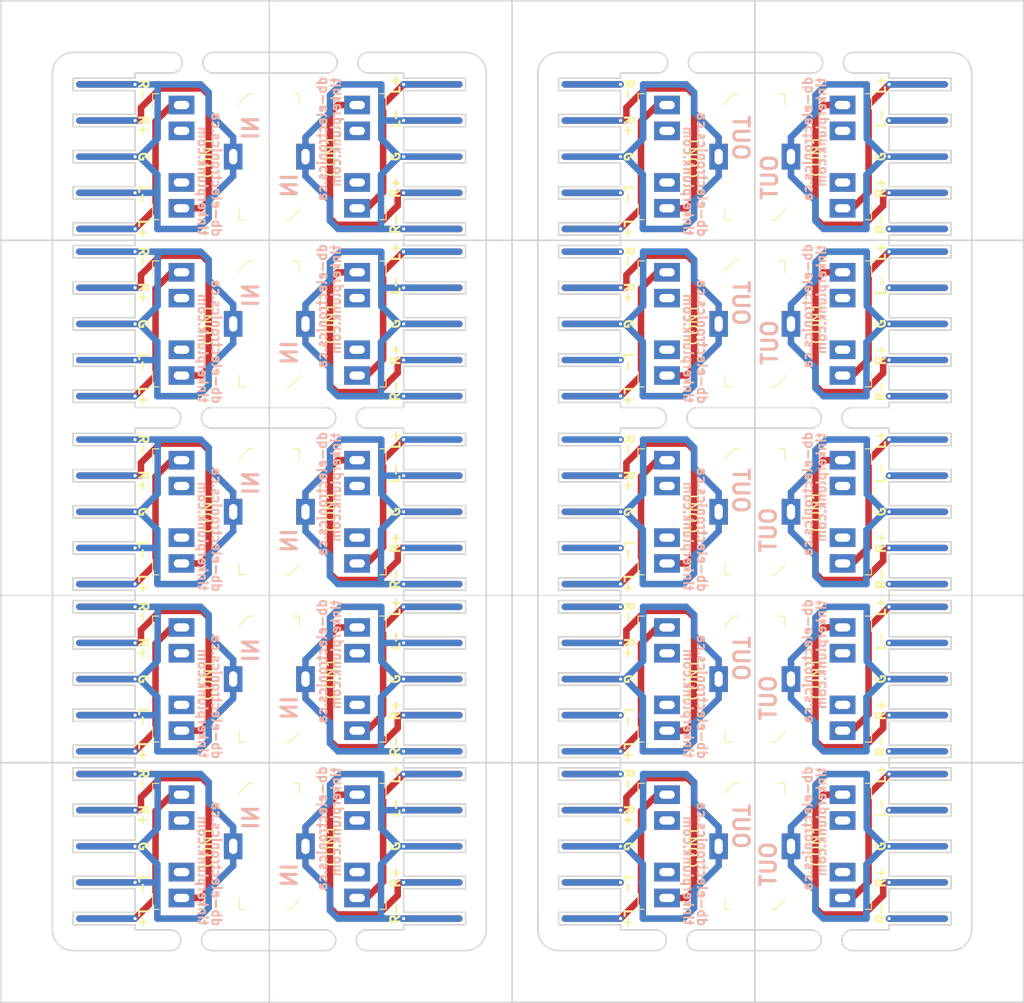
<source format=kicad_pcb>
(kicad_pcb (version 20171130) (host pcbnew "(5.1.0)-1")
  (title_block (title "Phoenix Connector Audio Adapter") (date 2018-03-30) (rev 0.1) (company "db Electronics") (comment 1 "Licensed Under The CERN OHL v.1.2") (comment 2 https://github.com/db-electronics/phoenix-audio-adapter-kicad))
  (layers (0 F.Cu signal) (31 B.Cu signal) (34 B.Paste user) (35 F.Paste user) (36 B.SilkS user) (37 F.SilkS user) (38 B.Mask user) (39 F.Mask user) (44 Edge.Cuts user))
  (net 0 "")
  (module Panelization:mouse-bite-2mm-slot (layer F.Cu) (at 156.12 62.304 180)
    (fp_text reference mouse-bite-2mm-slot hide)
    (fp_text value VAL** hide)
    (pad "" np_thru_hole circle (at 0 -0.75 180) (size 0.5 0.5) (drill 0.5) (layers *.Cu *.Mask))
    (pad "" np_thru_hole circle (at 0 0.75 180) (size 0.5 0.5) (drill 0.5) (layers *.Cu *.Mask))
    (pad "" np_thru_hole circle (at 0.75 -0.75 180) (size 0.5 0.5) (drill 0.5) (layers *.Cu *.Mask))
    (pad "" np_thru_hole circle (at -0.75 -0.75 180) (size 0.5 0.5) (drill 0.5) (layers *.Cu *.Mask))
    (pad "" np_thru_hole circle (at -0.75 0.75 180) (size 0.5 0.5) (drill 0.5) (layers *.Cu *.Mask))
    (pad "" np_thru_hole circle (at 0.75 0.75 180) (size 0.5 0.5) (drill 0.5) (layers *.Cu *.Mask))
  )
  (module Panelization:mouse-bite-2mm-slot (layer F.Cu) (at 141.12 62.304 180)
    (fp_text reference mouse-bite-2mm-slot hide)
    (fp_text value VAL** hide)
    (pad "" np_thru_hole circle (at 0.75 0.75 180) (size 0.5 0.5) (drill 0.5) (layers *.Cu *.Mask))
    (pad "" np_thru_hole circle (at -0.75 0.75 180) (size 0.5 0.5) (drill 0.5) (layers *.Cu *.Mask))
    (pad "" np_thru_hole circle (at -0.75 -0.75 180) (size 0.5 0.5) (drill 0.5) (layers *.Cu *.Mask))
    (pad "" np_thru_hole circle (at 0.75 -0.75 180) (size 0.5 0.5) (drill 0.5) (layers *.Cu *.Mask))
    (pad "" np_thru_hole circle (at 0 0.75 180) (size 0.5 0.5) (drill 0.5) (layers *.Cu *.Mask))
    (pad "" np_thru_hole circle (at 0 -0.75 180) (size 0.5 0.5) (drill 0.5) (layers *.Cu *.Mask))
  )
  (module Panelization:mouse-bite-2mm-slot (layer F.Cu) (at 155.98 147.304)
    (fp_text reference mouse-bite-2mm-slot hide)
    (fp_text value VAL** hide)
    (pad "" np_thru_hole circle (at 0 -0.75) (size 0.5 0.5) (drill 0.5) (layers *.Cu *.Mask))
    (pad "" np_thru_hole circle (at 0 0.75) (size 0.5 0.5) (drill 0.5) (layers *.Cu *.Mask))
    (pad "" np_thru_hole circle (at 0.75 -0.75) (size 0.5 0.5) (drill 0.5) (layers *.Cu *.Mask))
    (pad "" np_thru_hole circle (at -0.75 -0.75) (size 0.5 0.5) (drill 0.5) (layers *.Cu *.Mask))
    (pad "" np_thru_hole circle (at -0.75 0.75) (size 0.5 0.5) (drill 0.5) (layers *.Cu *.Mask))
    (pad "" np_thru_hole circle (at 0.75 0.75) (size 0.5 0.5) (drill 0.5) (layers *.Cu *.Mask))
  )
  (module Panelization:mouse-bite-2mm-slot (layer F.Cu) (at 140.98 147.304)
    (fp_text reference mouse-bite-2mm-slot hide)
    (fp_text value VAL** hide)
    (pad "" np_thru_hole circle (at 0.75 0.75) (size 0.5 0.5) (drill 0.5) (layers *.Cu *.Mask))
    (pad "" np_thru_hole circle (at -0.75 0.75) (size 0.5 0.5) (drill 0.5) (layers *.Cu *.Mask))
    (pad "" np_thru_hole circle (at -0.75 -0.75) (size 0.5 0.5) (drill 0.5) (layers *.Cu *.Mask))
    (pad "" np_thru_hole circle (at 0.75 -0.75) (size 0.5 0.5) (drill 0.5) (layers *.Cu *.Mask))
    (pad "" np_thru_hole circle (at 0 0.75) (size 0.5 0.5) (drill 0.5) (layers *.Cu *.Mask))
    (pad "" np_thru_hole circle (at 0 -0.75) (size 0.5 0.5) (drill 0.5) (layers *.Cu *.Mask))
  )
  (module Panelization:mouse-bite-2mm-slot (layer F.Cu) (at 155.98 147.304)
    (fp_text reference mouse-bite-2mm-slot hide)
    (fp_text value VAL** hide)
    (pad "" np_thru_hole circle (at 0 -0.75) (size 0.5 0.5) (drill 0.5) (layers *.Cu *.Mask))
    (pad "" np_thru_hole circle (at 0 0.75) (size 0.5 0.5) (drill 0.5) (layers *.Cu *.Mask))
    (pad "" np_thru_hole circle (at 0.75 -0.75) (size 0.5 0.5) (drill 0.5) (layers *.Cu *.Mask))
    (pad "" np_thru_hole circle (at -0.75 -0.75) (size 0.5 0.5) (drill 0.5) (layers *.Cu *.Mask))
    (pad "" np_thru_hole circle (at -0.75 0.75) (size 0.5 0.5) (drill 0.5) (layers *.Cu *.Mask))
    (pad "" np_thru_hole circle (at 0.75 0.75) (size 0.5 0.5) (drill 0.5) (layers *.Cu *.Mask))
  )
  (module Panelization:mouse-bite-2mm-slot (layer F.Cu) (at 141.12 62.304 180)
    (fp_text reference mouse-bite-2mm-slot hide)
    (fp_text value VAL** hide)
    (pad "" np_thru_hole circle (at 0.75 0.75 180) (size 0.5 0.5) (drill 0.5) (layers *.Cu *.Mask))
    (pad "" np_thru_hole circle (at -0.75 0.75 180) (size 0.5 0.5) (drill 0.5) (layers *.Cu *.Mask))
    (pad "" np_thru_hole circle (at -0.75 -0.75 180) (size 0.5 0.5) (drill 0.5) (layers *.Cu *.Mask))
    (pad "" np_thru_hole circle (at 0.75 -0.75 180) (size 0.5 0.5) (drill 0.5) (layers *.Cu *.Mask))
    (pad "" np_thru_hole circle (at 0 0.75 180) (size 0.5 0.5) (drill 0.5) (layers *.Cu *.Mask))
    (pad "" np_thru_hole circle (at 0 -0.75 180) (size 0.5 0.5) (drill 0.5) (layers *.Cu *.Mask))
  )
  (module Panelization:mouse-bite-2mm-slot (layer F.Cu) (at 155.98 96.704)
    (fp_text reference mouse-bite-2mm-slot hide)
    (fp_text value VAL** hide)
    (pad "" np_thru_hole circle (at 0.75 0.75) (size 0.5 0.5) (drill 0.5) (layers *.Cu *.Mask))
    (pad "" np_thru_hole circle (at -0.75 0.75) (size 0.5 0.5) (drill 0.5) (layers *.Cu *.Mask))
    (pad "" np_thru_hole circle (at -0.75 -0.75) (size 0.5 0.5) (drill 0.5) (layers *.Cu *.Mask))
    (pad "" np_thru_hole circle (at 0.75 -0.75) (size 0.5 0.5) (drill 0.5) (layers *.Cu *.Mask))
    (pad "" np_thru_hole circle (at 0 0.75) (size 0.5 0.5) (drill 0.5) (layers *.Cu *.Mask))
    (pad "" np_thru_hole circle (at 0 -0.75) (size 0.5 0.5) (drill 0.5) (layers *.Cu *.Mask))
  )
  (module Panelization:mouse-bite-2mm-slot (layer F.Cu) (at 140.98 96.704)
    (fp_text reference mouse-bite-2mm-slot hide)
    (fp_text value VAL** hide)
    (pad "" np_thru_hole circle (at 0 -0.75) (size 0.5 0.5) (drill 0.5) (layers *.Cu *.Mask))
    (pad "" np_thru_hole circle (at 0 0.75) (size 0.5 0.5) (drill 0.5) (layers *.Cu *.Mask))
    (pad "" np_thru_hole circle (at 0.75 -0.75) (size 0.5 0.5) (drill 0.5) (layers *.Cu *.Mask))
    (pad "" np_thru_hole circle (at -0.75 -0.75) (size 0.5 0.5) (drill 0.5) (layers *.Cu *.Mask))
    (pad "" np_thru_hole circle (at -0.75 0.75) (size 0.5 0.5) (drill 0.5) (layers *.Cu *.Mask))
    (pad "" np_thru_hole circle (at 0.75 0.75) (size 0.5 0.5) (drill 0.5) (layers *.Cu *.Mask))
  )
  (module headphone:Headphone_Jack_2.5mm_SJ1-3523N (layer F.Cu) (at 140.05 71.404 180)
    (fp_text reference CON1 (at -2.54 -0.0635 -90) (layer F.SilkS))
    (fp_text value Headphone_Jack_2.5mm_SJ1-3523N)
    (pad 10 thru_hole rect (at 0 2.5 180) (size 2.5 1.8) (drill oval 1.5 0.8) (layers *.Cu *.Mask))
    (pad 11 thru_hole rect (at 0 -2.5 180) (size 2.5 1.8) (drill oval 1.5 0.8) (layers *.Cu *.Mask))
    (pad "" np_thru_hole circle (at -7.5 5 180) (size 1.2 1.2) (drill 1.2) (layers *.Cu *.Mask))
    (pad "" np_thru_hole circle (at -5 5 180) (size 1.2 1.2) (drill 1.2) (layers *.Cu *.Mask))
    (pad "" np_thru_hole circle (at -7.5 -5 180) (size 1.2 1.2) (drill 1.2) (layers *.Cu *.Mask))
    (pad "" np_thru_hole circle (at -5 -5 180) (size 1.2 1.2) (drill 1.2) (layers *.Cu *.Mask))
    (pad "" np_thru_hole circle (at 0 0 180) (size 1.2 1.2) (drill 1.2) (layers *.Cu *.Mask))
    (pad 1 thru_hole rect (at -5 0 180) (size 1.8 2.5) (drill oval 0.8 1.5) (layers *.Cu *.Mask))
    (pad 2 thru_hole rect (at 0 5 180) (size 2.5 1.8) (drill oval 1.5 0.8) (layers *.Cu *.Mask))
    (pad 3 thru_hole rect (at 0 -5 180) (size 2.5 1.8) (drill oval 1.5 0.8) (layers *.Cu *.Mask))
  )
  (module headphone:Headphone_Jack_2.5mm_SJ1-3523N (layer F.Cu) (at 157.05 105.804)
    (fp_text reference CON1 (at -2.54 -0.0635 -270) (layer F.SilkS))
    (fp_text value Headphone_Jack_2.5mm_SJ1-3523N)
    (pad 3 thru_hole rect (at 0 -5) (size 2.5 1.8) (drill oval 1.5 0.8) (layers *.Cu *.Mask))
    (pad 2 thru_hole rect (at 0 5) (size 2.5 1.8) (drill oval 1.5 0.8) (layers *.Cu *.Mask))
    (pad 1 thru_hole rect (at -5 0) (size 1.8 2.5) (drill oval 0.8 1.5) (layers *.Cu *.Mask))
    (pad "" np_thru_hole circle (at 0 0) (size 1.2 1.2) (drill 1.2) (layers *.Cu *.Mask))
    (pad "" np_thru_hole circle (at -5 -5) (size 1.2 1.2) (drill 1.2) (layers *.Cu *.Mask))
    (pad "" np_thru_hole circle (at -7.5 -5) (size 1.2 1.2) (drill 1.2) (layers *.Cu *.Mask))
    (pad "" np_thru_hole circle (at -5 5) (size 1.2 1.2) (drill 1.2) (layers *.Cu *.Mask))
    (pad "" np_thru_hole circle (at -7.5 5) (size 1.2 1.2) (drill 1.2) (layers *.Cu *.Mask))
    (pad 11 thru_hole rect (at 0 -2.5) (size 2.5 1.8) (drill oval 1.5 0.8) (layers *.Cu *.Mask))
    (pad 10 thru_hole rect (at 0 2.5) (size 2.5 1.8) (drill oval 1.5 0.8) (layers *.Cu *.Mask))
  )
  (module headphone:Headphone_Jack_2.5mm_SJ1-3523N (layer F.Cu) (at 140.05 105.804 180)
    (fp_text reference CON1 (at -2.54 -0.0635 -90) (layer F.SilkS))
    (fp_text value Headphone_Jack_2.5mm_SJ1-3523N)
    (pad 10 thru_hole rect (at 0 2.5 180) (size 2.5 1.8) (drill oval 1.5 0.8) (layers *.Cu *.Mask))
    (pad 11 thru_hole rect (at 0 -2.5 180) (size 2.5 1.8) (drill oval 1.5 0.8) (layers *.Cu *.Mask))
    (pad "" np_thru_hole circle (at -7.5 5 180) (size 1.2 1.2) (drill 1.2) (layers *.Cu *.Mask))
    (pad "" np_thru_hole circle (at -5 5 180) (size 1.2 1.2) (drill 1.2) (layers *.Cu *.Mask))
    (pad "" np_thru_hole circle (at -7.5 -5 180) (size 1.2 1.2) (drill 1.2) (layers *.Cu *.Mask))
    (pad "" np_thru_hole circle (at -5 -5 180) (size 1.2 1.2) (drill 1.2) (layers *.Cu *.Mask))
    (pad "" np_thru_hole circle (at 0 0 180) (size 1.2 1.2) (drill 1.2) (layers *.Cu *.Mask))
    (pad 1 thru_hole rect (at -5 0 180) (size 1.8 2.5) (drill oval 0.8 1.5) (layers *.Cu *.Mask))
    (pad 2 thru_hole rect (at 0 5 180) (size 2.5 1.8) (drill oval 1.5 0.8) (layers *.Cu *.Mask))
    (pad 3 thru_hole rect (at 0 -5 180) (size 2.5 1.8) (drill oval 1.5 0.8) (layers *.Cu *.Mask))
  )
  (module headphone:Headphone_Jack_2.5mm_SJ1-3523N (layer F.Cu) (at 157.05 71.404)
    (fp_text reference CON1 (at -2.54 -0.0635 -270) (layer F.SilkS))
    (fp_text value Headphone_Jack_2.5mm_SJ1-3523N)
    (pad 3 thru_hole rect (at 0 -5) (size 2.5 1.8) (drill oval 1.5 0.8) (layers *.Cu *.Mask))
    (pad 2 thru_hole rect (at 0 5) (size 2.5 1.8) (drill oval 1.5 0.8) (layers *.Cu *.Mask))
    (pad 1 thru_hole rect (at -5 0) (size 1.8 2.5) (drill oval 0.8 1.5) (layers *.Cu *.Mask))
    (pad "" np_thru_hole circle (at 0 0) (size 1.2 1.2) (drill 1.2) (layers *.Cu *.Mask))
    (pad "" np_thru_hole circle (at -5 -5) (size 1.2 1.2) (drill 1.2) (layers *.Cu *.Mask))
    (pad "" np_thru_hole circle (at -7.5 -5) (size 1.2 1.2) (drill 1.2) (layers *.Cu *.Mask))
    (pad "" np_thru_hole circle (at -5 5) (size 1.2 1.2) (drill 1.2) (layers *.Cu *.Mask))
    (pad "" np_thru_hole circle (at -7.5 5) (size 1.2 1.2) (drill 1.2) (layers *.Cu *.Mask))
    (pad 11 thru_hole rect (at 0 -2.5) (size 2.5 1.8) (drill oval 1.5 0.8) (layers *.Cu *.Mask))
    (pad 10 thru_hole rect (at 0 2.5) (size 2.5 1.8) (drill oval 1.5 0.8) (layers *.Cu *.Mask))
  )
  (module headphone:Headphone_Jack_2.5mm_SJ1-3523N (layer F.Cu) (at 157.05 87.604)
    (fp_text reference CON1 (at -2.54 -0.0635 -270) (layer F.SilkS))
    (fp_text value Headphone_Jack_2.5mm_SJ1-3523N)
    (pad 10 thru_hole rect (at 0 2.5) (size 2.5 1.8) (drill oval 1.5 0.8) (layers *.Cu *.Mask))
    (pad 11 thru_hole rect (at 0 -2.5) (size 2.5 1.8) (drill oval 1.5 0.8) (layers *.Cu *.Mask))
    (pad "" np_thru_hole circle (at -7.5 5) (size 1.2 1.2) (drill 1.2) (layers *.Cu *.Mask))
    (pad "" np_thru_hole circle (at -5 5) (size 1.2 1.2) (drill 1.2) (layers *.Cu *.Mask))
    (pad "" np_thru_hole circle (at -7.5 -5) (size 1.2 1.2) (drill 1.2) (layers *.Cu *.Mask))
    (pad "" np_thru_hole circle (at -5 -5) (size 1.2 1.2) (drill 1.2) (layers *.Cu *.Mask))
    (pad "" np_thru_hole circle (at 0 0) (size 1.2 1.2) (drill 1.2) (layers *.Cu *.Mask))
    (pad 1 thru_hole rect (at -5 0) (size 1.8 2.5) (drill oval 0.8 1.5) (layers *.Cu *.Mask))
    (pad 2 thru_hole rect (at 0 5) (size 2.5 1.8) (drill oval 1.5 0.8) (layers *.Cu *.Mask))
    (pad 3 thru_hole rect (at 0 -5) (size 2.5 1.8) (drill oval 1.5 0.8) (layers *.Cu *.Mask))
  )
  (module headphone:Headphone_Jack_2.5mm_SJ1-3523N (layer F.Cu) (at 140.05 87.604 180)
    (fp_text reference CON1 (at -2.54 -0.0635 -90) (layer F.SilkS))
    (fp_text value Headphone_Jack_2.5mm_SJ1-3523N)
    (pad 3 thru_hole rect (at 0 -5 180) (size 2.5 1.8) (drill oval 1.5 0.8) (layers *.Cu *.Mask))
    (pad 2 thru_hole rect (at 0 5 180) (size 2.5 1.8) (drill oval 1.5 0.8) (layers *.Cu *.Mask))
    (pad 1 thru_hole rect (at -5 0 180) (size 1.8 2.5) (drill oval 0.8 1.5) (layers *.Cu *.Mask))
    (pad "" np_thru_hole circle (at 0 0 180) (size 1.2 1.2) (drill 1.2) (layers *.Cu *.Mask))
    (pad "" np_thru_hole circle (at -5 -5 180) (size 1.2 1.2) (drill 1.2) (layers *.Cu *.Mask))
    (pad "" np_thru_hole circle (at -7.5 -5 180) (size 1.2 1.2) (drill 1.2) (layers *.Cu *.Mask))
    (pad "" np_thru_hole circle (at -5 5 180) (size 1.2 1.2) (drill 1.2) (layers *.Cu *.Mask))
    (pad "" np_thru_hole circle (at -7.5 5 180) (size 1.2 1.2) (drill 1.2) (layers *.Cu *.Mask))
    (pad 11 thru_hole rect (at 0 -2.5 180) (size 2.5 1.8) (drill oval 1.5 0.8) (layers *.Cu *.Mask))
    (pad 10 thru_hole rect (at 0 2.5 180) (size 2.5 1.8) (drill oval 1.5 0.8) (layers *.Cu *.Mask))
  )
  (module headphone:Headphone_Jack_2.5mm_SJ1-3523N (layer F.Cu) (at 157.05 138.204)
    (fp_text reference CON1 (at -2.54 -0.0635 -270) (layer F.SilkS))
    (fp_text value Headphone_Jack_2.5mm_SJ1-3523N)
    (pad 10 thru_hole rect (at 0 2.5) (size 2.5 1.8) (drill oval 1.5 0.8) (layers *.Cu *.Mask))
    (pad 11 thru_hole rect (at 0 -2.5) (size 2.5 1.8) (drill oval 1.5 0.8) (layers *.Cu *.Mask))
    (pad "" np_thru_hole circle (at -7.5 5) (size 1.2 1.2) (drill 1.2) (layers *.Cu *.Mask))
    (pad "" np_thru_hole circle (at -5 5) (size 1.2 1.2) (drill 1.2) (layers *.Cu *.Mask))
    (pad "" np_thru_hole circle (at -7.5 -5) (size 1.2 1.2) (drill 1.2) (layers *.Cu *.Mask))
    (pad "" np_thru_hole circle (at -5 -5) (size 1.2 1.2) (drill 1.2) (layers *.Cu *.Mask))
    (pad "" np_thru_hole circle (at 0 0) (size 1.2 1.2) (drill 1.2) (layers *.Cu *.Mask))
    (pad 1 thru_hole rect (at -5 0) (size 1.8 2.5) (drill oval 0.8 1.5) (layers *.Cu *.Mask))
    (pad 2 thru_hole rect (at 0 5) (size 2.5 1.8) (drill oval 1.5 0.8) (layers *.Cu *.Mask))
    (pad 3 thru_hole rect (at 0 -5) (size 2.5 1.8) (drill oval 1.5 0.8) (layers *.Cu *.Mask))
  )
  (module headphone:Headphone_Jack_2.5mm_SJ1-3523N (layer F.Cu) (at 140.05 122.004 180)
    (fp_text reference CON1 (at -2.54 -0.0635 -90) (layer F.SilkS))
    (fp_text value Headphone_Jack_2.5mm_SJ1-3523N)
    (pad 10 thru_hole rect (at 0 2.5 180) (size 2.5 1.8) (drill oval 1.5 0.8) (layers *.Cu *.Mask))
    (pad 11 thru_hole rect (at 0 -2.5 180) (size 2.5 1.8) (drill oval 1.5 0.8) (layers *.Cu *.Mask))
    (pad "" np_thru_hole circle (at -7.5 5 180) (size 1.2 1.2) (drill 1.2) (layers *.Cu *.Mask))
    (pad "" np_thru_hole circle (at -5 5 180) (size 1.2 1.2) (drill 1.2) (layers *.Cu *.Mask))
    (pad "" np_thru_hole circle (at -7.5 -5 180) (size 1.2 1.2) (drill 1.2) (layers *.Cu *.Mask))
    (pad "" np_thru_hole circle (at -5 -5 180) (size 1.2 1.2) (drill 1.2) (layers *.Cu *.Mask))
    (pad "" np_thru_hole circle (at 0 0 180) (size 1.2 1.2) (drill 1.2) (layers *.Cu *.Mask))
    (pad 1 thru_hole rect (at -5 0 180) (size 1.8 2.5) (drill oval 0.8 1.5) (layers *.Cu *.Mask))
    (pad 2 thru_hole rect (at 0 5 180) (size 2.5 1.8) (drill oval 1.5 0.8) (layers *.Cu *.Mask))
    (pad 3 thru_hole rect (at 0 -5 180) (size 2.5 1.8) (drill oval 1.5 0.8) (layers *.Cu *.Mask))
  )
  (module headphone:Headphone_Jack_2.5mm_SJ1-3523N (layer F.Cu) (at 157.05 122.004)
    (fp_text reference CON1 (at -2.54 -0.0635 -270) (layer F.SilkS))
    (fp_text value Headphone_Jack_2.5mm_SJ1-3523N)
    (pad 3 thru_hole rect (at 0 -5) (size 2.5 1.8) (drill oval 1.5 0.8) (layers *.Cu *.Mask))
    (pad 2 thru_hole rect (at 0 5) (size 2.5 1.8) (drill oval 1.5 0.8) (layers *.Cu *.Mask))
    (pad 1 thru_hole rect (at -5 0) (size 1.8 2.5) (drill oval 0.8 1.5) (layers *.Cu *.Mask))
    (pad "" np_thru_hole circle (at 0 0) (size 1.2 1.2) (drill 1.2) (layers *.Cu *.Mask))
    (pad "" np_thru_hole circle (at -5 -5) (size 1.2 1.2) (drill 1.2) (layers *.Cu *.Mask))
    (pad "" np_thru_hole circle (at -7.5 -5) (size 1.2 1.2) (drill 1.2) (layers *.Cu *.Mask))
    (pad "" np_thru_hole circle (at -5 5) (size 1.2 1.2) (drill 1.2) (layers *.Cu *.Mask))
    (pad "" np_thru_hole circle (at -7.5 5) (size 1.2 1.2) (drill 1.2) (layers *.Cu *.Mask))
    (pad 11 thru_hole rect (at 0 -2.5) (size 2.5 1.8) (drill oval 1.5 0.8) (layers *.Cu *.Mask))
    (pad 10 thru_hole rect (at 0 2.5) (size 2.5 1.8) (drill oval 1.5 0.8) (layers *.Cu *.Mask))
  )
  (module headphone:Headphone_Jack_2.5mm_SJ1-3523N (layer F.Cu) (at 140.05 138.204 180)
    (fp_text reference CON1 (at -2.54 -0.0635 -90) (layer F.SilkS))
    (fp_text value Headphone_Jack_2.5mm_SJ1-3523N)
    (pad 3 thru_hole rect (at 0 -5 180) (size 2.5 1.8) (drill oval 1.5 0.8) (layers *.Cu *.Mask))
    (pad 2 thru_hole rect (at 0 5 180) (size 2.5 1.8) (drill oval 1.5 0.8) (layers *.Cu *.Mask))
    (pad 1 thru_hole rect (at -5 0 180) (size 1.8 2.5) (drill oval 0.8 1.5) (layers *.Cu *.Mask))
    (pad "" np_thru_hole circle (at 0 0 180) (size 1.2 1.2) (drill 1.2) (layers *.Cu *.Mask))
    (pad "" np_thru_hole circle (at -5 -5 180) (size 1.2 1.2) (drill 1.2) (layers *.Cu *.Mask))
    (pad "" np_thru_hole circle (at -7.5 -5 180) (size 1.2 1.2) (drill 1.2) (layers *.Cu *.Mask))
    (pad "" np_thru_hole circle (at -5 5 180) (size 1.2 1.2) (drill 1.2) (layers *.Cu *.Mask))
    (pad "" np_thru_hole circle (at -7.5 5 180) (size 1.2 1.2) (drill 1.2) (layers *.Cu *.Mask))
    (pad 11 thru_hole rect (at 0 -2.5 180) (size 2.5 1.8) (drill oval 1.5 0.8) (layers *.Cu *.Mask))
    (pad 10 thru_hole rect (at 0 2.5 180) (size 2.5 1.8) (drill oval 1.5 0.8) (layers *.Cu *.Mask))
  )
  (module Panelization:mouse-bite-2mm-slot (layer F.Cu) (at 94.12 62.304 180)
    (fp_text reference mouse-bite-2mm-slot hide)
    (fp_text value VAL** hide)
    (pad "" np_thru_hole circle (at 0 -0.75 180) (size 0.5 0.5) (drill 0.5) (layers *.Cu *.Mask))
    (pad "" np_thru_hole circle (at 0 0.75 180) (size 0.5 0.5) (drill 0.5) (layers *.Cu *.Mask))
    (pad "" np_thru_hole circle (at 0.75 -0.75 180) (size 0.5 0.5) (drill 0.5) (layers *.Cu *.Mask))
    (pad "" np_thru_hole circle (at -0.75 -0.75 180) (size 0.5 0.5) (drill 0.5) (layers *.Cu *.Mask))
    (pad "" np_thru_hole circle (at -0.75 0.75 180) (size 0.5 0.5) (drill 0.5) (layers *.Cu *.Mask))
    (pad "" np_thru_hole circle (at 0.75 0.75 180) (size 0.5 0.5) (drill 0.5) (layers *.Cu *.Mask))
  )
  (module Panelization:mouse-bite-2mm-slot (layer F.Cu) (at 109.12 62.304 180)
    (fp_text reference mouse-bite-2mm-slot hide)
    (fp_text value VAL** hide)
    (pad "" np_thru_hole circle (at 0.75 0.75 180) (size 0.5 0.5) (drill 0.5) (layers *.Cu *.Mask))
    (pad "" np_thru_hole circle (at -0.75 0.75 180) (size 0.5 0.5) (drill 0.5) (layers *.Cu *.Mask))
    (pad "" np_thru_hole circle (at -0.75 -0.75 180) (size 0.5 0.5) (drill 0.5) (layers *.Cu *.Mask))
    (pad "" np_thru_hole circle (at 0.75 -0.75 180) (size 0.5 0.5) (drill 0.5) (layers *.Cu *.Mask))
    (pad "" np_thru_hole circle (at 0 0.75 180) (size 0.5 0.5) (drill 0.5) (layers *.Cu *.Mask))
    (pad "" np_thru_hole circle (at 0 -0.75 180) (size 0.5 0.5) (drill 0.5) (layers *.Cu *.Mask))
  )
  (module Panelization:mouse-bite-2mm-slot (layer F.Cu) (at 94.12 62.304 180)
    (fp_text reference mouse-bite-2mm-slot hide)
    (fp_text value VAL** hide)
    (pad "" np_thru_hole circle (at 0 -0.75 180) (size 0.5 0.5) (drill 0.5) (layers *.Cu *.Mask))
    (pad "" np_thru_hole circle (at 0 0.75 180) (size 0.5 0.5) (drill 0.5) (layers *.Cu *.Mask))
    (pad "" np_thru_hole circle (at 0.75 -0.75 180) (size 0.5 0.5) (drill 0.5) (layers *.Cu *.Mask))
    (pad "" np_thru_hole circle (at -0.75 -0.75 180) (size 0.5 0.5) (drill 0.5) (layers *.Cu *.Mask))
    (pad "" np_thru_hole circle (at -0.75 0.75 180) (size 0.5 0.5) (drill 0.5) (layers *.Cu *.Mask))
    (pad "" np_thru_hole circle (at 0.75 0.75 180) (size 0.5 0.5) (drill 0.5) (layers *.Cu *.Mask))
  )
  (module Panelization:mouse-bite-2mm-slot (layer F.Cu) (at 108.98 147.304)
    (fp_text reference mouse-bite-2mm-slot hide)
    (fp_text value VAL** hide)
    (pad "" np_thru_hole circle (at 0.75 0.75) (size 0.5 0.5) (drill 0.5) (layers *.Cu *.Mask))
    (pad "" np_thru_hole circle (at -0.75 0.75) (size 0.5 0.5) (drill 0.5) (layers *.Cu *.Mask))
    (pad "" np_thru_hole circle (at -0.75 -0.75) (size 0.5 0.5) (drill 0.5) (layers *.Cu *.Mask))
    (pad "" np_thru_hole circle (at 0.75 -0.75) (size 0.5 0.5) (drill 0.5) (layers *.Cu *.Mask))
    (pad "" np_thru_hole circle (at 0 0.75) (size 0.5 0.5) (drill 0.5) (layers *.Cu *.Mask))
    (pad "" np_thru_hole circle (at 0 -0.75) (size 0.5 0.5) (drill 0.5) (layers *.Cu *.Mask))
  )
  (module Panelization:mouse-bite-2mm-slot (layer F.Cu) (at 108.98 147.304)
    (fp_text reference mouse-bite-2mm-slot hide)
    (fp_text value VAL** hide)
    (pad "" np_thru_hole circle (at 0.75 0.75) (size 0.5 0.5) (drill 0.5) (layers *.Cu *.Mask))
    (pad "" np_thru_hole circle (at -0.75 0.75) (size 0.5 0.5) (drill 0.5) (layers *.Cu *.Mask))
    (pad "" np_thru_hole circle (at -0.75 -0.75) (size 0.5 0.5) (drill 0.5) (layers *.Cu *.Mask))
    (pad "" np_thru_hole circle (at 0.75 -0.75) (size 0.5 0.5) (drill 0.5) (layers *.Cu *.Mask))
    (pad "" np_thru_hole circle (at 0 0.75) (size 0.5 0.5) (drill 0.5) (layers *.Cu *.Mask))
    (pad "" np_thru_hole circle (at 0 -0.75) (size 0.5 0.5) (drill 0.5) (layers *.Cu *.Mask))
  )
  (module Panelization:mouse-bite-2mm-slot (layer F.Cu) (at 93.98 147.304)
    (fp_text reference mouse-bite-2mm-slot hide)
    (fp_text value VAL** hide)
    (pad "" np_thru_hole circle (at 0 -0.75) (size 0.5 0.5) (drill 0.5) (layers *.Cu *.Mask))
    (pad "" np_thru_hole circle (at 0 0.75) (size 0.5 0.5) (drill 0.5) (layers *.Cu *.Mask))
    (pad "" np_thru_hole circle (at 0.75 -0.75) (size 0.5 0.5) (drill 0.5) (layers *.Cu *.Mask))
    (pad "" np_thru_hole circle (at -0.75 -0.75) (size 0.5 0.5) (drill 0.5) (layers *.Cu *.Mask))
    (pad "" np_thru_hole circle (at -0.75 0.75) (size 0.5 0.5) (drill 0.5) (layers *.Cu *.Mask))
    (pad "" np_thru_hole circle (at 0.75 0.75) (size 0.5 0.5) (drill 0.5) (layers *.Cu *.Mask))
  )
  (module Panelization:mouse-bite-2mm-slot (layer F.Cu) (at 108.98 96.704)
    (fp_text reference mouse-bite-2mm-slot hide)
    (fp_text value VAL** hide)
    (pad "" np_thru_hole circle (at 0 -0.75) (size 0.5 0.5) (drill 0.5) (layers *.Cu *.Mask))
    (pad "" np_thru_hole circle (at 0 0.75) (size 0.5 0.5) (drill 0.5) (layers *.Cu *.Mask))
    (pad "" np_thru_hole circle (at 0.75 -0.75) (size 0.5 0.5) (drill 0.5) (layers *.Cu *.Mask))
    (pad "" np_thru_hole circle (at -0.75 -0.75) (size 0.5 0.5) (drill 0.5) (layers *.Cu *.Mask))
    (pad "" np_thru_hole circle (at -0.75 0.75) (size 0.5 0.5) (drill 0.5) (layers *.Cu *.Mask))
    (pad "" np_thru_hole circle (at 0.75 0.75) (size 0.5 0.5) (drill 0.5) (layers *.Cu *.Mask))
  )
  (module Panelization:mouse-bite-2mm-slot (layer F.Cu) (at 93.98 96.704)
    (fp_text reference mouse-bite-2mm-slot hide)
    (fp_text value VAL** hide)
    (pad "" np_thru_hole circle (at 0.75 0.75) (size 0.5 0.5) (drill 0.5) (layers *.Cu *.Mask))
    (pad "" np_thru_hole circle (at -0.75 0.75) (size 0.5 0.5) (drill 0.5) (layers *.Cu *.Mask))
    (pad "" np_thru_hole circle (at -0.75 -0.75) (size 0.5 0.5) (drill 0.5) (layers *.Cu *.Mask))
    (pad "" np_thru_hole circle (at 0.75 -0.75) (size 0.5 0.5) (drill 0.5) (layers *.Cu *.Mask))
    (pad "" np_thru_hole circle (at 0 0.75) (size 0.5 0.5) (drill 0.5) (layers *.Cu *.Mask))
    (pad "" np_thru_hole circle (at 0 -0.75) (size 0.5 0.5) (drill 0.5) (layers *.Cu *.Mask))
  )
  (module headphone:Headphone_Jack_2.5mm_SJ1-3523N (layer F.Cu) (at 110.05 71.404)
    (fp_text reference CON1 (at -2.54 -0.0635 -270) (layer F.SilkS))
    (fp_text value Headphone_Jack_2.5mm_SJ1-3523N)
    (pad 10 thru_hole rect (at 0 2.5) (size 2.5 1.8) (drill oval 1.5 0.8) (layers *.Cu *.Mask))
    (pad 11 thru_hole rect (at 0 -2.5) (size 2.5 1.8) (drill oval 1.5 0.8) (layers *.Cu *.Mask))
    (pad "" np_thru_hole circle (at -7.5 5) (size 1.2 1.2) (drill 1.2) (layers *.Cu *.Mask))
    (pad "" np_thru_hole circle (at -5 5) (size 1.2 1.2) (drill 1.2) (layers *.Cu *.Mask))
    (pad "" np_thru_hole circle (at -7.5 -5) (size 1.2 1.2) (drill 1.2) (layers *.Cu *.Mask))
    (pad "" np_thru_hole circle (at -5 -5) (size 1.2 1.2) (drill 1.2) (layers *.Cu *.Mask))
    (pad "" np_thru_hole circle (at 0 0) (size 1.2 1.2) (drill 1.2) (layers *.Cu *.Mask))
    (pad 1 thru_hole rect (at -5 0) (size 1.8 2.5) (drill oval 0.8 1.5) (layers *.Cu *.Mask))
    (pad 2 thru_hole rect (at 0 5) (size 2.5 1.8) (drill oval 1.5 0.8) (layers *.Cu *.Mask))
    (pad 3 thru_hole rect (at 0 -5) (size 2.5 1.8) (drill oval 1.5 0.8) (layers *.Cu *.Mask))
  )
  (module headphone:Headphone_Jack_2.5mm_SJ1-3523N (layer F.Cu) (at 93.05 71.404 180)
    (fp_text reference CON1 (at -2.54 -0.0635 -90) (layer F.SilkS))
    (fp_text value Headphone_Jack_2.5mm_SJ1-3523N)
    (pad 3 thru_hole rect (at 0 -5 180) (size 2.5 1.8) (drill oval 1.5 0.8) (layers *.Cu *.Mask))
    (pad 2 thru_hole rect (at 0 5 180) (size 2.5 1.8) (drill oval 1.5 0.8) (layers *.Cu *.Mask))
    (pad 1 thru_hole rect (at -5 0 180) (size 1.8 2.5) (drill oval 0.8 1.5) (layers *.Cu *.Mask))
    (pad "" np_thru_hole circle (at 0 0 180) (size 1.2 1.2) (drill 1.2) (layers *.Cu *.Mask))
    (pad "" np_thru_hole circle (at -5 -5 180) (size 1.2 1.2) (drill 1.2) (layers *.Cu *.Mask))
    (pad "" np_thru_hole circle (at -7.5 -5 180) (size 1.2 1.2) (drill 1.2) (layers *.Cu *.Mask))
    (pad "" np_thru_hole circle (at -5 5 180) (size 1.2 1.2) (drill 1.2) (layers *.Cu *.Mask))
    (pad "" np_thru_hole circle (at -7.5 5 180) (size 1.2 1.2) (drill 1.2) (layers *.Cu *.Mask))
    (pad 11 thru_hole rect (at 0 -2.5 180) (size 2.5 1.8) (drill oval 1.5 0.8) (layers *.Cu *.Mask))
    (pad 10 thru_hole rect (at 0 2.5 180) (size 2.5 1.8) (drill oval 1.5 0.8) (layers *.Cu *.Mask))
  )
  (module headphone:Headphone_Jack_2.5mm_SJ1-3523N (layer F.Cu) (at 110.05 105.804)
    (fp_text reference CON1 (at -2.54 -0.0635 -270) (layer F.SilkS))
    (fp_text value Headphone_Jack_2.5mm_SJ1-3523N)
    (pad 10 thru_hole rect (at 0 2.5) (size 2.5 1.8) (drill oval 1.5 0.8) (layers *.Cu *.Mask))
    (pad 11 thru_hole rect (at 0 -2.5) (size 2.5 1.8) (drill oval 1.5 0.8) (layers *.Cu *.Mask))
    (pad "" np_thru_hole circle (at -7.5 5) (size 1.2 1.2) (drill 1.2) (layers *.Cu *.Mask))
    (pad "" np_thru_hole circle (at -5 5) (size 1.2 1.2) (drill 1.2) (layers *.Cu *.Mask))
    (pad "" np_thru_hole circle (at -7.5 -5) (size 1.2 1.2) (drill 1.2) (layers *.Cu *.Mask))
    (pad "" np_thru_hole circle (at -5 -5) (size 1.2 1.2) (drill 1.2) (layers *.Cu *.Mask))
    (pad "" np_thru_hole circle (at 0 0) (size 1.2 1.2) (drill 1.2) (layers *.Cu *.Mask))
    (pad 1 thru_hole rect (at -5 0) (size 1.8 2.5) (drill oval 0.8 1.5) (layers *.Cu *.Mask))
    (pad 2 thru_hole rect (at 0 5) (size 2.5 1.8) (drill oval 1.5 0.8) (layers *.Cu *.Mask))
    (pad 3 thru_hole rect (at 0 -5) (size 2.5 1.8) (drill oval 1.5 0.8) (layers *.Cu *.Mask))
  )
  (module headphone:Headphone_Jack_2.5mm_SJ1-3523N (layer F.Cu) (at 93.05 87.604 180)
    (fp_text reference CON1 (at -2.54 -0.0635 -90) (layer F.SilkS))
    (fp_text value Headphone_Jack_2.5mm_SJ1-3523N)
    (pad 10 thru_hole rect (at 0 2.5 180) (size 2.5 1.8) (drill oval 1.5 0.8) (layers *.Cu *.Mask))
    (pad 11 thru_hole rect (at 0 -2.5 180) (size 2.5 1.8) (drill oval 1.5 0.8) (layers *.Cu *.Mask))
    (pad "" np_thru_hole circle (at -7.5 5 180) (size 1.2 1.2) (drill 1.2) (layers *.Cu *.Mask))
    (pad "" np_thru_hole circle (at -5 5 180) (size 1.2 1.2) (drill 1.2) (layers *.Cu *.Mask))
    (pad "" np_thru_hole circle (at -7.5 -5 180) (size 1.2 1.2) (drill 1.2) (layers *.Cu *.Mask))
    (pad "" np_thru_hole circle (at -5 -5 180) (size 1.2 1.2) (drill 1.2) (layers *.Cu *.Mask))
    (pad "" np_thru_hole circle (at 0 0 180) (size 1.2 1.2) (drill 1.2) (layers *.Cu *.Mask))
    (pad 1 thru_hole rect (at -5 0 180) (size 1.8 2.5) (drill oval 0.8 1.5) (layers *.Cu *.Mask))
    (pad 2 thru_hole rect (at 0 5 180) (size 2.5 1.8) (drill oval 1.5 0.8) (layers *.Cu *.Mask))
    (pad 3 thru_hole rect (at 0 -5 180) (size 2.5 1.8) (drill oval 1.5 0.8) (layers *.Cu *.Mask))
  )
  (module headphone:Headphone_Jack_2.5mm_SJ1-3523N (layer F.Cu) (at 110.05 87.604)
    (fp_text reference CON1 (at -2.54 -0.0635 -270) (layer F.SilkS))
    (fp_text value Headphone_Jack_2.5mm_SJ1-3523N)
    (pad 3 thru_hole rect (at 0 -5) (size 2.5 1.8) (drill oval 1.5 0.8) (layers *.Cu *.Mask))
    (pad 2 thru_hole rect (at 0 5) (size 2.5 1.8) (drill oval 1.5 0.8) (layers *.Cu *.Mask))
    (pad 1 thru_hole rect (at -5 0) (size 1.8 2.5) (drill oval 0.8 1.5) (layers *.Cu *.Mask))
    (pad "" np_thru_hole circle (at 0 0) (size 1.2 1.2) (drill 1.2) (layers *.Cu *.Mask))
    (pad "" np_thru_hole circle (at -5 -5) (size 1.2 1.2) (drill 1.2) (layers *.Cu *.Mask))
    (pad "" np_thru_hole circle (at -7.5 -5) (size 1.2 1.2) (drill 1.2) (layers *.Cu *.Mask))
    (pad "" np_thru_hole circle (at -5 5) (size 1.2 1.2) (drill 1.2) (layers *.Cu *.Mask))
    (pad "" np_thru_hole circle (at -7.5 5) (size 1.2 1.2) (drill 1.2) (layers *.Cu *.Mask))
    (pad 11 thru_hole rect (at 0 -2.5) (size 2.5 1.8) (drill oval 1.5 0.8) (layers *.Cu *.Mask))
    (pad 10 thru_hole rect (at 0 2.5) (size 2.5 1.8) (drill oval 1.5 0.8) (layers *.Cu *.Mask))
  )
  (module headphone:Headphone_Jack_2.5mm_SJ1-3523N (layer F.Cu) (at 93.05 105.804 180)
    (fp_text reference CON1 (at -2.54 -0.0635 -90) (layer F.SilkS))
    (fp_text value Headphone_Jack_2.5mm_SJ1-3523N)
    (pad 3 thru_hole rect (at 0 -5 180) (size 2.5 1.8) (drill oval 1.5 0.8) (layers *.Cu *.Mask))
    (pad 2 thru_hole rect (at 0 5 180) (size 2.5 1.8) (drill oval 1.5 0.8) (layers *.Cu *.Mask))
    (pad 1 thru_hole rect (at -5 0 180) (size 1.8 2.5) (drill oval 0.8 1.5) (layers *.Cu *.Mask))
    (pad "" np_thru_hole circle (at 0 0 180) (size 1.2 1.2) (drill 1.2) (layers *.Cu *.Mask))
    (pad "" np_thru_hole circle (at -5 -5 180) (size 1.2 1.2) (drill 1.2) (layers *.Cu *.Mask))
    (pad "" np_thru_hole circle (at -7.5 -5 180) (size 1.2 1.2) (drill 1.2) (layers *.Cu *.Mask))
    (pad "" np_thru_hole circle (at -5 5 180) (size 1.2 1.2) (drill 1.2) (layers *.Cu *.Mask))
    (pad "" np_thru_hole circle (at -7.5 5 180) (size 1.2 1.2) (drill 1.2) (layers *.Cu *.Mask))
    (pad 11 thru_hole rect (at 0 -2.5 180) (size 2.5 1.8) (drill oval 1.5 0.8) (layers *.Cu *.Mask))
    (pad 10 thru_hole rect (at 0 2.5 180) (size 2.5 1.8) (drill oval 1.5 0.8) (layers *.Cu *.Mask))
  )
  (module headphone:Headphone_Jack_2.5mm_SJ1-3523N (layer F.Cu) (at 110.05 122.004)
    (fp_text reference CON1 (at -2.54 -0.0635 -270) (layer F.SilkS))
    (fp_text value Headphone_Jack_2.5mm_SJ1-3523N)
    (pad 10 thru_hole rect (at 0 2.5) (size 2.5 1.8) (drill oval 1.5 0.8) (layers *.Cu *.Mask))
    (pad 11 thru_hole rect (at 0 -2.5) (size 2.5 1.8) (drill oval 1.5 0.8) (layers *.Cu *.Mask))
    (pad "" np_thru_hole circle (at -7.5 5) (size 1.2 1.2) (drill 1.2) (layers *.Cu *.Mask))
    (pad "" np_thru_hole circle (at -5 5) (size 1.2 1.2) (drill 1.2) (layers *.Cu *.Mask))
    (pad "" np_thru_hole circle (at -7.5 -5) (size 1.2 1.2) (drill 1.2) (layers *.Cu *.Mask))
    (pad "" np_thru_hole circle (at -5 -5) (size 1.2 1.2) (drill 1.2) (layers *.Cu *.Mask))
    (pad "" np_thru_hole circle (at 0 0) (size 1.2 1.2) (drill 1.2) (layers *.Cu *.Mask))
    (pad 1 thru_hole rect (at -5 0) (size 1.8 2.5) (drill oval 0.8 1.5) (layers *.Cu *.Mask))
    (pad 2 thru_hole rect (at 0 5) (size 2.5 1.8) (drill oval 1.5 0.8) (layers *.Cu *.Mask))
    (pad 3 thru_hole rect (at 0 -5) (size 2.5 1.8) (drill oval 1.5 0.8) (layers *.Cu *.Mask))
  )
  (module headphone:Headphone_Jack_2.5mm_SJ1-3523N (layer F.Cu) (at 93.05 122.004 180)
    (fp_text reference CON1 (at -2.54 -0.0635 -90) (layer F.SilkS))
    (fp_text value Headphone_Jack_2.5mm_SJ1-3523N)
    (pad 3 thru_hole rect (at 0 -5 180) (size 2.5 1.8) (drill oval 1.5 0.8) (layers *.Cu *.Mask))
    (pad 2 thru_hole rect (at 0 5 180) (size 2.5 1.8) (drill oval 1.5 0.8) (layers *.Cu *.Mask))
    (pad 1 thru_hole rect (at -5 0 180) (size 1.8 2.5) (drill oval 0.8 1.5) (layers *.Cu *.Mask))
    (pad "" np_thru_hole circle (at 0 0 180) (size 1.2 1.2) (drill 1.2) (layers *.Cu *.Mask))
    (pad "" np_thru_hole circle (at -5 -5 180) (size 1.2 1.2) (drill 1.2) (layers *.Cu *.Mask))
    (pad "" np_thru_hole circle (at -7.5 -5 180) (size 1.2 1.2) (drill 1.2) (layers *.Cu *.Mask))
    (pad "" np_thru_hole circle (at -5 5 180) (size 1.2 1.2) (drill 1.2) (layers *.Cu *.Mask))
    (pad "" np_thru_hole circle (at -7.5 5 180) (size 1.2 1.2) (drill 1.2) (layers *.Cu *.Mask))
    (pad 11 thru_hole rect (at 0 -2.5 180) (size 2.5 1.8) (drill oval 1.5 0.8) (layers *.Cu *.Mask))
    (pad 10 thru_hole rect (at 0 2.5 180) (size 2.5 1.8) (drill oval 1.5 0.8) (layers *.Cu *.Mask))
  )
  (module headphone:Headphone_Jack_2.5mm_SJ1-3523N (layer F.Cu) (at 110.05 138.204)
    (fp_text reference CON1 (at -2.54 -0.0635 -270) (layer F.SilkS))
    (fp_text value Headphone_Jack_2.5mm_SJ1-3523N)
    (pad 3 thru_hole rect (at 0 -5) (size 2.5 1.8) (drill oval 1.5 0.8) (layers *.Cu *.Mask))
    (pad 2 thru_hole rect (at 0 5) (size 2.5 1.8) (drill oval 1.5 0.8) (layers *.Cu *.Mask))
    (pad 1 thru_hole rect (at -5 0) (size 1.8 2.5) (drill oval 0.8 1.5) (layers *.Cu *.Mask))
    (pad "" np_thru_hole circle (at 0 0) (size 1.2 1.2) (drill 1.2) (layers *.Cu *.Mask))
    (pad "" np_thru_hole circle (at -5 -5) (size 1.2 1.2) (drill 1.2) (layers *.Cu *.Mask))
    (pad "" np_thru_hole circle (at -7.5 -5) (size 1.2 1.2) (drill 1.2) (layers *.Cu *.Mask))
    (pad "" np_thru_hole circle (at -5 5) (size 1.2 1.2) (drill 1.2) (layers *.Cu *.Mask))
    (pad "" np_thru_hole circle (at -7.5 5) (size 1.2 1.2) (drill 1.2) (layers *.Cu *.Mask))
    (pad 11 thru_hole rect (at 0 -2.5) (size 2.5 1.8) (drill oval 1.5 0.8) (layers *.Cu *.Mask))
    (pad 10 thru_hole rect (at 0 2.5) (size 2.5 1.8) (drill oval 1.5 0.8) (layers *.Cu *.Mask))
  )
  (module headphone:Headphone_Jack_2.5mm_SJ1-3523N (layer F.Cu) (at 93.05 138.204 180)
    (fp_text reference CON1 (at -2.54 -0.0635 -90) (layer F.SilkS))
    (fp_text value Headphone_Jack_2.5mm_SJ1-3523N)
    (pad 10 thru_hole rect (at 0 2.5 180) (size 2.5 1.8) (drill oval 1.5 0.8) (layers *.Cu *.Mask))
    (pad 11 thru_hole rect (at 0 -2.5 180) (size 2.5 1.8) (drill oval 1.5 0.8) (layers *.Cu *.Mask))
    (pad "" np_thru_hole circle (at -7.5 5 180) (size 1.2 1.2) (drill 1.2) (layers *.Cu *.Mask))
    (pad "" np_thru_hole circle (at -5 5 180) (size 1.2 1.2) (drill 1.2) (layers *.Cu *.Mask))
    (pad "" np_thru_hole circle (at -7.5 -5 180) (size 1.2 1.2) (drill 1.2) (layers *.Cu *.Mask))
    (pad "" np_thru_hole circle (at -5 -5 180) (size 1.2 1.2) (drill 1.2) (layers *.Cu *.Mask))
    (pad "" np_thru_hole circle (at 0 0 180) (size 1.2 1.2) (drill 1.2) (layers *.Cu *.Mask))
    (pad 1 thru_hole rect (at -5 0 180) (size 1.8 2.5) (drill oval 0.8 1.5) (layers *.Cu *.Mask))
    (pad 2 thru_hole rect (at 0 5 180) (size 2.5 1.8) (drill oval 1.5 0.8) (layers *.Cu *.Mask))
    (pad 3 thru_hole rect (at 0 -5 180) (size 2.5 1.8) (drill oval 1.5 0.8) (layers *.Cu *.Mask))
  )
  (gr_text OUT (at 149.86 139.954 90) (layer B.SilkS) (effects (font (size 1.5 1.5) (thickness 0.3)) (justify mirror)))
  (gr_arc (start 138.98 147.304) (end 138.98 148.304) (angle -180) (layer Edge.Cuts) (width 0.15))
  (gr_arc (start 142.98 147.304) (end 142.98 146.304) (angle -180) (layer Edge.Cuts) (width 0.15))
  (gr_arc (start 153.98 96.704) (end 153.98 97.704) (angle -180) (layer Edge.Cuts) (width 0.15))
  (gr_arc (start 142.98 96.704) (end 142.98 95.704) (angle -180) (layer Edge.Cuts) (width 0.15))
  (gr_line (start 148.55 97.704) (end 148.55 95.704) (layer Edge.Cuts) (width 0.15))
  (gr_arc (start 138.98 96.704) (end 138.98 97.704) (angle -180) (layer Edge.Cuts) (width 0.15))
  (gr_arc (start 157.98 96.704) (end 157.98 95.704) (angle -180) (layer Edge.Cuts) (width 0.15))
  (gr_arc (start 153.98 147.304) (end 153.98 148.304) (angle -180) (layer Edge.Cuts) (width 0.15))
  (gr_line (start 142.98 95.704) (end 153.98 95.704) (layer Edge.Cuts) (width 0.15))
  (gr_line (start 153.98 148.304) (end 142.98 148.304) (layer Edge.Cuts) (width 0.15))
  (gr_line (start 157.98 148.304) (end 167.55 148.304) (layer Edge.Cuts) (width 0.15))
  (gr_line (start 125.05 153.304) (end 174.55 153.304) (layer Edge.Cuts) (width 0.15))
  (gr_line (start 153.98 146.304) (end 142.98 146.304) (layer Edge.Cuts) (width 0.15))
  (gr_arc (start 167.55 63.304) (end 169.55 63.304) (angle -90) (layer Edge.Cuts) (width 0.15))
  (gr_arc (start 143.12 62.304) (end 143.12 61.304) (angle -180) (layer Edge.Cuts) (width 0.15))
  (gr_line (start 153.98 97.704) (end 142.98 97.704) (layer Edge.Cuts) (width 0.15))
  (gr_line (start 157.98 95.704) (end 161.55 95.704) (layer Edge.Cuts) (width 0.15))
  (gr_arc (start 139.12 62.304) (end 139.12 63.304) (angle -180) (layer Edge.Cuts) (width 0.15))
  (gr_arc (start 158.12 62.304) (end 158.12 61.304) (angle -180) (layer Edge.Cuts) (width 0.15))
  (gr_arc (start 157.98 147.304) (end 157.98 146.304) (angle -180) (layer Edge.Cuts) (width 0.15))
  (gr_arc (start 154.12 62.304) (end 154.12 63.304) (angle -180) (layer Edge.Cuts) (width 0.15))
  (gr_line (start 143.12 61.304) (end 154.12 61.304) (layer Edge.Cuts) (width 0.15))
  (gr_line (start 139.12 61.304) (end 129.55 61.304) (layer Edge.Cuts) (width 0.15))
  (gr_line (start 174.55 56.304) (end 125.05 56.304) (layer Edge.Cuts) (width 0.15))
  (gr_line (start 143.12 63.304) (end 154.12 63.304) (layer Edge.Cuts) (width 0.15))
  (gr_line (start 139.12 63.304) (end 135.55 63.304) (layer Edge.Cuts) (width 0.15))
  (gr_line (start 127.55 144.604) (end 127.55 146.304) (layer Edge.Cuts) (width 0.15))
  (gr_line (start 148.55 63.304) (end 148.55 56.304) (layer Edge.Cuts) (width 0.15))
  (gr_line (start 158.12 61.304) (end 167.55 61.304) (layer Edge.Cuts) (width 0.15))
  (gr_line (start 158.12 63.304) (end 161.55 63.304) (layer Edge.Cuts) (width 0.15))
  (gr_line (start 138.98 148.304) (end 129.55 148.304) (layer Edge.Cuts) (width 0.15))
  (gr_line (start 161.55 97.704) (end 157.98 97.704) (layer Edge.Cuts) (width 0.15))
  (gr_arc (start 129.55 146.304) (end 127.55 146.304) (angle -90) (layer Edge.Cuts) (width 0.15))
  (gr_line (start 135.55 97.704) (end 138.98 97.704) (layer Edge.Cuts) (width 0.15))
  (gr_line (start 135.55 109.904) (end 135.55 112.204) (layer Edge.Cuts) (width 0.15))
  (gr_line (start 167.55 98.204) (end 161.55 98.204) (layer Edge.Cuts) (width 0.15))
  (gr_line (start 135.55 102.904) (end 135.55 105.204) (layer Edge.Cuts) (width 0.15))
  (gr_line (start 135.55 98.204) (end 129.55 98.204) (layer Edge.Cuts) (width 0.15))
  (gr_line (start 129.55 99.404) (end 135.55 99.404) (layer Edge.Cuts) (width 0.15))
  (gr_line (start 129.55 113.404) (end 135.55 113.404) (layer Edge.Cuts) (width 0.15))
  (gr_line (start 129.55 102.904) (end 135.55 102.904) (layer Edge.Cuts) (width 0.15))
  (gr_line (start 167.55 106.404) (end 167.55 105.204) (layer Edge.Cuts) (width 0.15))
  (gr_line (start 129.55 112.204) (end 129.55 113.404) (layer Edge.Cuts) (width 0.15))
  (gr_line (start 135.55 97.704) (end 135.55 98.204) (layer Edge.Cuts) (width 0.15))
  (gr_line (start 135.55 101.704) (end 129.55 101.704) (layer Edge.Cuts) (width 0.15))
  (gr_line (start 129.55 98.204) (end 129.55 99.404) (layer Edge.Cuts) (width 0.15))
  (gr_line (start 135.55 108.704) (end 129.55 108.704) (layer Edge.Cuts) (width 0.15))
  (gr_line (start 161.55 105.204) (end 161.55 102.904) (layer Edge.Cuts) (width 0.15))
  (gr_line (start 161.55 113.404) (end 167.55 113.404) (layer Edge.Cuts) (width 0.15))
  (gr_line (start 148.55 97.704) (end 148.55 113.904) (layer Edge.Cuts) (width 0.15))
  (gr_line (start 129.55 106.404) (end 135.55 106.404) (layer Edge.Cuts) (width 0.15))
  (gr_line (start 129.55 109.904) (end 135.55 109.904) (layer Edge.Cuts) (width 0.15))
  (gr_line (start 161.55 99.404) (end 167.55 99.404) (layer Edge.Cuts) (width 0.15))
  (gr_line (start 129.55 105.204) (end 129.55 106.404) (layer Edge.Cuts) (width 0.15))
  (gr_line (start 135.55 99.404) (end 135.55 101.704) (layer Edge.Cuts) (width 0.15))
  (gr_line (start 135.55 105.204) (end 129.55 105.204) (layer Edge.Cuts) (width 0.15))
  (gr_line (start 135.55 112.204) (end 129.55 112.204) (layer Edge.Cuts) (width 0.15))
  (gr_line (start 129.55 101.704) (end 129.55 102.904) (layer Edge.Cuts) (width 0.15))
  (gr_line (start 161.55 112.204) (end 161.55 109.904) (layer Edge.Cuts) (width 0.15))
  (gr_line (start 161.55 106.404) (end 167.55 106.404) (layer Edge.Cuts) (width 0.15))
  (gr_line (start 161.55 98.204) (end 161.55 97.704) (layer Edge.Cuts) (width 0.15))
  (gr_line (start 167.55 90.504) (end 161.55 90.504) (layer Edge.Cuts) (width 0.15))
  (gr_line (start 135.55 91.704) (end 135.55 94.004) (layer Edge.Cuts) (width 0.15))
  (gr_line (start 135.55 79.504) (end 135.55 80.004) (layer Edge.Cuts) (width 0.15))
  (gr_line (start 135.55 84.704) (end 135.55 87.004) (layer Edge.Cuts) (width 0.15))
  (gr_line (start 161.55 95.704) (end 161.55 95.204) (layer Edge.Cuts) (width 0.15))
  (gr_line (start 167.55 84.704) (end 167.55 83.504) (layer Edge.Cuts) (width 0.15))
  (gr_line (start 148.55 79.504) (end 174.55 79.504) (layer Edge.Cuts) (width 0.15))
  (gr_line (start 135.55 88.204) (end 135.55 90.504) (layer Edge.Cuts) (width 0.15))
  (gr_line (start 161.55 83.504) (end 161.55 81.204) (layer Edge.Cuts) (width 0.15))
  (gr_line (start 135.55 95.204) (end 135.55 95.704) (layer Edge.Cuts) (width 0.15))
  (gr_line (start 135.55 80.004) (end 129.55 80.004) (layer Edge.Cuts) (width 0.15))
  (gr_line (start 148.55 79.504) (end 125.05 79.504) (layer Edge.Cuts) (width 0.15))
  (gr_line (start 135.55 90.504) (end 129.55 90.504) (layer Edge.Cuts) (width 0.15))
  (gr_line (start 161.55 94.004) (end 161.55 91.704) (layer Edge.Cuts) (width 0.15))
  (gr_line (start 161.55 81.204) (end 167.55 81.204) (layer Edge.Cuts) (width 0.15))
  (gr_line (start 167.55 94.004) (end 161.55 94.004) (layer Edge.Cuts) (width 0.15))
  (gr_line (start 161.55 80.004) (end 161.55 79.504) (layer Edge.Cuts) (width 0.15))
  (gr_line (start 135.55 81.204) (end 135.55 83.504) (layer Edge.Cuts) (width 0.15))
  (gr_line (start 129.55 91.704) (end 135.55 91.704) (layer Edge.Cuts) (width 0.15))
  (gr_line (start 129.55 95.204) (end 135.55 95.204) (layer Edge.Cuts) (width 0.15))
  (gr_line (start 129.55 88.204) (end 135.55 88.204) (layer Edge.Cuts) (width 0.15))
  (gr_line (start 167.55 91.704) (end 167.55 90.504) (layer Edge.Cuts) (width 0.15))
  (gr_line (start 129.55 84.704) (end 135.55 84.704) (layer Edge.Cuts) (width 0.15))
  (gr_line (start 135.55 106.404) (end 135.55 108.704) (layer Edge.Cuts) (width 0.15))
  (gr_line (start 135.55 87.004) (end 129.55 87.004) (layer Edge.Cuts) (width 0.15))
  (gr_line (start 138.98 95.704) (end 135.55 95.704) (layer Edge.Cuts) (width 0.15))
  (gr_line (start 129.55 94.004) (end 129.55 95.204) (layer Edge.Cuts) (width 0.15))
  (gr_line (start 135.55 83.504) (end 129.55 83.504) (layer Edge.Cuts) (width 0.15))
  (gr_line (start 167.55 81.204) (end 167.55 80.004) (layer Edge.Cuts) (width 0.15))
  (gr_line (start 129.55 108.704) (end 129.55 109.904) (layer Edge.Cuts) (width 0.15))
  (gr_line (start 161.55 84.704) (end 167.55 84.704) (layer Edge.Cuts) (width 0.15))
  (gr_line (start 161.55 91.704) (end 167.55 91.704) (layer Edge.Cuts) (width 0.15))
  (gr_line (start 167.55 83.504) (end 161.55 83.504) (layer Edge.Cuts) (width 0.15))
  (gr_line (start 129.55 87.004) (end 129.55 88.204) (layer Edge.Cuts) (width 0.15))
  (gr_line (start 167.55 88.204) (end 167.55 87.004) (layer Edge.Cuts) (width 0.15))
  (gr_line (start 161.55 90.504) (end 161.55 88.204) (layer Edge.Cuts) (width 0.15))
  (gr_line (start 167.55 95.204) (end 167.55 94.004) (layer Edge.Cuts) (width 0.15))
  (gr_line (start 129.55 81.204) (end 135.55 81.204) (layer Edge.Cuts) (width 0.15))
  (gr_line (start 129.55 83.504) (end 129.55 84.704) (layer Edge.Cuts) (width 0.15))
  (gr_line (start 148.55 79.504) (end 148.55 95.704) (layer Edge.Cuts) (width 0.15))
  (gr_line (start 135.55 94.004) (end 129.55 94.004) (layer Edge.Cuts) (width 0.15))
  (gr_line (start 167.55 80.004) (end 161.55 80.004) (layer Edge.Cuts) (width 0.15))
  (gr_line (start 129.55 90.504) (end 129.55 91.704) (layer Edge.Cuts) (width 0.15))
  (gr_line (start 161.55 95.204) (end 167.55 95.204) (layer Edge.Cuts) (width 0.15))
  (gr_line (start 161.55 88.204) (end 167.55 88.204) (layer Edge.Cuts) (width 0.15))
  (gr_line (start 135.55 113.404) (end 135.55 113.904) (layer Edge.Cuts) (width 0.15))
  (gr_line (start 129.55 80.004) (end 129.55 81.204) (layer Edge.Cuts) (width 0.15))
  (gr_line (start 161.55 87.004) (end 161.55 84.704) (layer Edge.Cuts) (width 0.15))
  (gr_line (start 167.55 87.004) (end 161.55 87.004) (layer Edge.Cuts) (width 0.15))
  (gr_text L- (at 136.35 125.704 270) (layer F.SilkS) (effects (font (size 0.889 0.889) (thickness 0.2032))))
  (gr_text G (at 160.75 87.604 90) (layer F.SilkS) (effects (font (size 0.889 0.889) (thickness 0.2032))))
  (gr_text OUT (at 149.987 89.408 90) (layer B.SilkS) (effects (font (size 1.5 1.5) (thickness 0.3)) (justify mirror)))
  (gr_text G (at 136.35 122.004 270) (layer F.SilkS) (effects (font (size 0.889 0.889) (thickness 0.2032))))
  (gr_text tinkerplunk.com (at 142.1055 124.3535 270) (layer B.SilkS) (effects (font (size 0.889 0.889) (thickness 0.2032)) (justify mirror)))
  (gr_text R- (at 136.35 115.504 270) (layer F.SilkS) (effects (font (size 0.889 0.889) (thickness 0.2032))))
  (gr_text G (at 160.75 122.004 90) (layer F.SilkS) (effects (font (size 0.889 0.889) (thickness 0.2032))))
  (gr_text tinkerplunk.com (at 154.9945 119.6545 90) (layer B.SilkS) (effects (font (size 0.889 0.889) (thickness 0.2032)) (justify mirror)))
  (gr_text R+ (at 160.75 125.004 90) (layer F.SilkS) (effects (font (size 0.889 0.889) (thickness 0.2032))))
  (gr_text OUT (at 147.193 120.015 270) (layer B.SilkS) (effects (font (size 1.5 1.5) (thickness 0.3)) (justify mirror)))
  (gr_text L+ (at 160.75 115.004 90) (layer F.SilkS) (effects (font (size 0.889 0.889) (thickness 0.2032))))
  (gr_text R+ (at 160.75 90.604 90) (layer F.SilkS) (effects (font (size 0.889 0.889) (thickness 0.2032))))
  (gr_text G (at 136.35 87.604 270) (layer F.SilkS) (effects (font (size 0.889 0.889) (thickness 0.2032))))
  (gr_text L- (at 136.35 91.304 270) (layer F.SilkS) (effects (font (size 0.889 0.889) (thickness 0.2032))))
  (gr_text tinkerplunk.com (at 154.9945 85.2545 90) (layer B.SilkS) (effects (font (size 0.889 0.889) (thickness 0.2032)) (justify mirror)))
  (gr_text OUT (at 149.86 123.825 90) (layer B.SilkS) (effects (font (size 1.5 1.5) (thickness 0.3)) (justify mirror)))
  (gr_text L+ (at 160.75 80.604 90) (layer F.SilkS) (effects (font (size 0.889 0.889) (thickness 0.2032))))
  (gr_text R+ (at 136.35 119.004 270) (layer F.SilkS) (effects (font (size 0.889 0.889) (thickness 0.2032))))
  (gr_text tinkerplunk.com (at 142.1055 89.9535 270) (layer B.SilkS) (effects (font (size 0.889 0.889) (thickness 0.2032)) (justify mirror)))
  (gr_text L+ (at 136.35 129.004 270) (layer F.SilkS) (effects (font (size 0.889 0.889) (thickness 0.2032))))
  (gr_text R- (at 160.75 128.504 90) (layer F.SilkS) (effects (font (size 0.889 0.889) (thickness 0.2032))))
  (gr_text OUT (at 147.193 85.598 270) (layer B.SilkS) (effects (font (size 1.5 1.5) (thickness 0.3)) (justify mirror)))
  (gr_text L- (at 160.75 118.304 90) (layer F.SilkS) (effects (font (size 0.889 0.889) (thickness 0.2032))))
  (gr_text R- (at 136.35 81.104 270) (layer F.SilkS) (effects (font (size 0.889 0.889) (thickness 0.2032))))
  (gr_text db-electronics.ca (at 143.439 123.7185 270) (layer B.SilkS) (effects (font (size 0.889 0.889) (thickness 0.2032)) (justify mirror)))
  (gr_text db-electronics.ca (at 153.661 120.2895 90) (layer B.SilkS) (effects (font (size 0.889 0.889) (thickness 0.2032)) (justify mirror)))
  (gr_text G (at 136.35 138.204 270) (layer F.SilkS) (effects (font (size 0.889 0.889) (thickness 0.2032))))
  (gr_text G (at 160.75 105.804 90) (layer F.SilkS) (effects (font (size 0.889 0.889) (thickness 0.2032))))
  (gr_text L+ (at 136.35 145.204 270) (layer F.SilkS) (effects (font (size 0.889 0.889) (thickness 0.2032))))
  (gr_text R+ (at 136.35 84.604 270) (layer F.SilkS) (effects (font (size 0.889 0.889) (thickness 0.2032))))
  (gr_text L+ (at 136.35 94.604 270) (layer F.SilkS) (effects (font (size 0.889 0.889) (thickness 0.2032))))
  (gr_text R- (at 160.75 94.104 90) (layer F.SilkS) (effects (font (size 0.889 0.889) (thickness 0.2032))))
  (gr_text L- (at 160.75 83.904 90) (layer F.SilkS) (effects (font (size 0.889 0.889) (thickness 0.2032))))
  (gr_text db-electronics.ca (at 143.439 89.3185 270) (layer B.SilkS) (effects (font (size 0.889 0.889) (thickness 0.2032)) (justify mirror)))
  (gr_text R- (at 136.35 99.304 270) (layer F.SilkS) (effects (font (size 0.889 0.889) (thickness 0.2032))))
  (gr_text L- (at 136.35 141.904 270) (layer F.SilkS) (effects (font (size 0.889 0.889) (thickness 0.2032))))
  (gr_text R+ (at 160.75 108.804 90) (layer F.SilkS) (effects (font (size 0.889 0.889) (thickness 0.2032))))
  (gr_text db-electronics.ca (at 153.661 85.8895 90) (layer B.SilkS) (effects (font (size 0.889 0.889) (thickness 0.2032)) (justify mirror)))
  (gr_text G (at 136.35 105.804 270) (layer F.SilkS) (effects (font (size 0.889 0.889) (thickness 0.2032))))
  (gr_text L+ (at 136.35 112.804 270) (layer F.SilkS) (effects (font (size 0.889 0.889) (thickness 0.2032))))
  (gr_text L+ (at 160.75 98.804 90) (layer F.SilkS) (effects (font (size 0.889 0.889) (thickness 0.2032))))
  (gr_text L- (at 136.35 109.504 270) (layer F.SilkS) (effects (font (size 0.889 0.889) (thickness 0.2032))))
  (gr_text R- (at 160.75 112.304 90) (layer F.SilkS) (effects (font (size 0.889 0.889) (thickness 0.2032))))
  (gr_text tinkerplunk.com (at 154.9945 103.4545 90) (layer B.SilkS) (effects (font (size 0.889 0.889) (thickness 0.2032)) (justify mirror)))
  (gr_text db-electronics.ca (at 153.661 104.0895 90) (layer B.SilkS) (effects (font (size 0.889 0.889) (thickness 0.2032)) (justify mirror)))
  (gr_text R+ (at 136.35 135.204 270) (layer F.SilkS) (effects (font (size 0.889 0.889) (thickness 0.2032))))
  (gr_text db-electronics.ca (at 143.439 139.9185 270) (layer B.SilkS) (effects (font (size 0.889 0.889) (thickness 0.2032)) (justify mirror)))
  (gr_text R+ (at 136.35 102.804 270) (layer F.SilkS) (effects (font (size 0.889 0.889) (thickness 0.2032))))
  (gr_text db-electronics.ca (at 143.439 107.5185 270) (layer B.SilkS) (effects (font (size 0.889 0.889) (thickness 0.2032)) (justify mirror)))
  (gr_text tinkerplunk.com (at 142.1055 108.1535 270) (layer B.SilkS) (effects (font (size 0.889 0.889) (thickness 0.2032)) (justify mirror)))
  (gr_text tinkerplunk.com (at 142.1055 140.5535 270) (layer B.SilkS) (effects (font (size 0.889 0.889) (thickness 0.2032)) (justify mirror)))
  (gr_text OUT (at 147.193 103.759 270) (layer B.SilkS) (effects (font (size 1.5 1.5) (thickness 0.3)) (justify mirror)))
  (gr_text L- (at 160.75 102.104 90) (layer F.SilkS) (effects (font (size 0.889 0.889) (thickness 0.2032))))
  (gr_text OUT (at 149.86 107.569 90) (layer B.SilkS) (effects (font (size 1.5 1.5) (thickness 0.3)) (justify mirror)))
  (gr_text OUT (at 147.193 136.271 270) (layer B.SilkS) (effects (font (size 1.5 1.5) (thickness 0.3)) (justify mirror)))
  (gr_text R- (at 136.35 131.704 270) (layer F.SilkS) (effects (font (size 0.889 0.889) (thickness 0.2032))))
  (gr_arc (start 129.55 63.304) (end 129.55 61.304) (angle -90) (layer Edge.Cuts) (width 0.15))
  (gr_line (start 169.55 146.304) (end 169.55 65.004) (layer Edge.Cuts) (width 0.15))
  (gr_line (start 174.55 153.304) (end 174.55 56.304) (layer Edge.Cuts) (width 0.15))
  (gr_line (start 127.55 146.304) (end 127.55 63.304) (layer Edge.Cuts) (width 0.15))
  (gr_arc (start 167.55 146.304) (end 167.55 148.304) (angle -90) (layer Edge.Cuts) (width 0.15))
  (gr_text L- (at 136.35 75.104 270) (layer F.SilkS) (effects (font (size 0.889 0.889) (thickness 0.2032))))
  (gr_text L- (at 160.75 67.704 90) (layer F.SilkS) (effects (font (size 0.889 0.889) (thickness 0.2032))))
  (gr_text tinkerplunk.com (at 142.1055 73.7535 270) (layer B.SilkS) (effects (font (size 0.889 0.889) (thickness 0.2032)) (justify mirror)))
  (gr_text G (at 160.75 71.404 90) (layer F.SilkS) (effects (font (size 0.889 0.889) (thickness 0.2032))))
  (gr_text R+ (at 136.35 68.404 270) (layer F.SilkS) (effects (font (size 0.889 0.889) (thickness 0.2032))))
  (gr_text R+ (at 160.75 74.404 90) (layer F.SilkS) (effects (font (size 0.889 0.889) (thickness 0.2032))))
  (gr_text db-electronics.ca (at 143.439 73.1185 270) (layer B.SilkS) (effects (font (size 0.889 0.889) (thickness 0.2032)) (justify mirror)))
  (gr_text R- (at 136.35 64.904 270) (layer F.SilkS) (effects (font (size 0.889 0.889) (thickness 0.2032))))
  (gr_text L+ (at 160.75 64.404 90) (layer F.SilkS) (effects (font (size 0.889 0.889) (thickness 0.2032))))
  (gr_text OUT (at 149.987 73.406 90) (layer B.SilkS) (effects (font (size 1.5 1.5) (thickness 0.3)) (justify mirror)))
  (gr_text OUT (at 147.193 69.596 270) (layer B.SilkS) (effects (font (size 1.5 1.5) (thickness 0.3)) (justify mirror)))
  (gr_text R- (at 160.75 77.904 90) (layer F.SilkS) (effects (font (size 0.889 0.889) (thickness 0.2032))))
  (gr_text tinkerplunk.com (at 154.9945 69.0545 90) (layer B.SilkS) (effects (font (size 0.889 0.889) (thickness 0.2032)) (justify mirror)))
  (gr_text db-electronics.ca (at 153.661 69.6895 90) (layer B.SilkS) (effects (font (size 0.889 0.889) (thickness 0.2032)) (justify mirror)))
  (gr_text G (at 136.35 71.404 270) (layer F.SilkS) (effects (font (size 0.889 0.889) (thickness 0.2032))))
  (gr_text L+ (at 136.35 78.404 270) (layer F.SilkS) (effects (font (size 0.889 0.889) (thickness 0.2032))))
  (gr_line (start 148.55 113.904) (end 148.55 130.104) (layer Edge.Cuts) (width 0.15))
  (gr_line (start 129.55 121.404) (end 129.55 122.604) (layer Edge.Cuts) (width 0.15))
  (gr_line (start 129.55 124.904) (end 129.55 126.104) (layer Edge.Cuts) (width 0.15))
  (gr_line (start 135.55 122.604) (end 135.55 124.904) (layer Edge.Cuts) (width 0.15))
  (gr_line (start 148.55 113.904) (end 125.05 113.904) (layer Edge.Cuts) (width 0.15))
  (gr_line (start 129.55 128.404) (end 129.55 129.604) (layer Edge.Cuts) (width 0.15))
  (gr_line (start 135.55 124.904) (end 129.55 124.904) (layer Edge.Cuts) (width 0.15))
  (gr_line (start 129.55 122.604) (end 135.55 122.604) (layer Edge.Cuts) (width 0.15))
  (gr_line (start 135.55 129.604) (end 135.55 130.104) (layer Edge.Cuts) (width 0.15))
  (gr_line (start 129.55 114.404) (end 129.55 115.604) (layer Edge.Cuts) (width 0.15))
  (gr_line (start 161.55 129.604) (end 167.55 129.604) (layer Edge.Cuts) (width 0.15))
  (gr_line (start 129.55 115.604) (end 135.55 115.604) (layer Edge.Cuts) (width 0.15))
  (gr_line (start 161.55 126.104) (end 167.55 126.104) (layer Edge.Cuts) (width 0.15))
  (gr_line (start 161.55 128.404) (end 161.55 126.104) (layer Edge.Cuts) (width 0.15))
  (gr_line (start 167.55 124.904) (end 161.55 124.904) (layer Edge.Cuts) (width 0.15))
  (gr_line (start 167.55 117.904) (end 161.55 117.904) (layer Edge.Cuts) (width 0.15))
  (gr_line (start 161.55 121.404) (end 161.55 119.104) (layer Edge.Cuts) (width 0.15))
  (gr_line (start 167.55 114.404) (end 161.55 114.404) (layer Edge.Cuts) (width 0.15))
  (gr_line (start 167.55 126.104) (end 167.55 124.904) (layer Edge.Cuts) (width 0.15))
  (gr_line (start 148.55 113.904) (end 174.55 113.904) (layer Edge.Cuts) (width 0.15))
  (gr_line (start 161.55 115.604) (end 167.55 115.604) (layer Edge.Cuts) (width 0.15))
  (gr_line (start 167.55 119.104) (end 167.55 117.904) (layer Edge.Cuts) (width 0.15))
  (gr_line (start 167.55 122.604) (end 167.55 121.404) (layer Edge.Cuts) (width 0.15))
  (gr_line (start 135.55 113.904) (end 135.55 114.404) (layer Edge.Cuts) (width 0.15))
  (gr_line (start 129.55 117.904) (end 129.55 119.104) (layer Edge.Cuts) (width 0.15))
  (gr_line (start 167.55 128.404) (end 161.55 128.404) (layer Edge.Cuts) (width 0.15))
  (gr_line (start 167.55 121.404) (end 161.55 121.404) (layer Edge.Cuts) (width 0.15))
  (gr_line (start 135.55 119.104) (end 135.55 121.404) (layer Edge.Cuts) (width 0.15))
  (gr_line (start 161.55 122.604) (end 167.55 122.604) (layer Edge.Cuts) (width 0.15))
  (gr_line (start 161.55 119.104) (end 167.55 119.104) (layer Edge.Cuts) (width 0.15))
  (gr_line (start 161.55 114.404) (end 161.55 113.904) (layer Edge.Cuts) (width 0.15))
  (gr_line (start 135.55 126.104) (end 135.55 128.404) (layer Edge.Cuts) (width 0.15))
  (gr_line (start 161.55 124.904) (end 161.55 122.604) (layer Edge.Cuts) (width 0.15))
  (gr_line (start 167.55 129.604) (end 167.55 128.404) (layer Edge.Cuts) (width 0.15))
  (gr_line (start 161.55 130.104) (end 161.55 129.604) (layer Edge.Cuts) (width 0.15))
  (gr_line (start 167.55 115.604) (end 167.55 114.404) (layer Edge.Cuts) (width 0.15))
  (gr_line (start 135.55 115.604) (end 135.55 117.904) (layer Edge.Cuts) (width 0.15))
  (gr_line (start 129.55 126.104) (end 135.55 126.104) (layer Edge.Cuts) (width 0.15))
  (gr_line (start 135.55 114.404) (end 129.55 114.404) (layer Edge.Cuts) (width 0.15))
  (gr_line (start 129.55 129.604) (end 135.55 129.604) (layer Edge.Cuts) (width 0.15))
  (gr_line (start 135.55 121.404) (end 129.55 121.404) (layer Edge.Cuts) (width 0.15))
  (gr_line (start 135.55 117.904) (end 129.55 117.904) (layer Edge.Cuts) (width 0.15))
  (gr_line (start 129.55 119.104) (end 135.55 119.104) (layer Edge.Cuts) (width 0.15))
  (gr_line (start 161.55 117.904) (end 161.55 115.604) (layer Edge.Cuts) (width 0.15))
  (gr_line (start 135.55 128.404) (end 129.55 128.404) (layer Edge.Cuts) (width 0.15))
  (gr_text R+ (at 160.75 141.204 90) (layer F.SilkS) (effects (font (size 0.889 0.889) (thickness 0.2032))))
  (gr_text R- (at 160.75 144.704 90) (layer F.SilkS) (effects (font (size 0.889 0.889) (thickness 0.2032))))
  (gr_text tinkerplunk.com (at 154.9945 135.8545 90) (layer B.SilkS) (effects (font (size 0.889 0.889) (thickness 0.2032)) (justify mirror)))
  (gr_text L- (at 160.75 134.504 90) (layer F.SilkS) (effects (font (size 0.889 0.889) (thickness 0.2032))))
  (gr_text L+ (at 160.75 131.204 90) (layer F.SilkS) (effects (font (size 0.889 0.889) (thickness 0.2032))))
  (gr_text db-electronics.ca (at 153.661 136.4895 90) (layer B.SilkS) (effects (font (size 0.889 0.889) (thickness 0.2032)) (justify mirror)))
  (gr_text G (at 160.75 138.204 90) (layer F.SilkS) (effects (font (size 0.889 0.889) (thickness 0.2032))))
  (gr_line (start 161.55 102.904) (end 167.55 102.904) (layer Edge.Cuts) (width 0.15))
  (gr_line (start 167.55 112.204) (end 161.55 112.204) (layer Edge.Cuts) (width 0.15))
  (gr_line (start 167.55 105.204) (end 161.55 105.204) (layer Edge.Cuts) (width 0.15))
  (gr_line (start 167.55 101.704) (end 161.55 101.704) (layer Edge.Cuts) (width 0.15))
  (gr_line (start 167.55 102.904) (end 167.55 101.704) (layer Edge.Cuts) (width 0.15))
  (gr_line (start 167.55 113.404) (end 167.55 112.204) (layer Edge.Cuts) (width 0.15))
  (gr_line (start 167.55 108.704) (end 161.55 108.704) (layer Edge.Cuts) (width 0.15))
  (gr_line (start 167.55 109.904) (end 167.55 108.704) (layer Edge.Cuts) (width 0.15))
  (gr_line (start 161.55 108.704) (end 161.55 106.404) (layer Edge.Cuts) (width 0.15))
  (gr_line (start 161.55 101.704) (end 161.55 99.404) (layer Edge.Cuts) (width 0.15))
  (gr_line (start 167.55 99.404) (end 167.55 98.204) (layer Edge.Cuts) (width 0.15))
  (gr_line (start 161.55 109.904) (end 167.55 109.904) (layer Edge.Cuts) (width 0.15))
  (gr_line (start 161.55 113.904) (end 161.55 113.404) (layer Edge.Cuts) (width 0.15))
  (gr_line (start 129.55 141.104) (end 129.55 142.304) (layer Edge.Cuts) (width 0.15))
  (gr_line (start 135.55 138.804) (end 135.55 141.104) (layer Edge.Cuts) (width 0.15))
  (gr_line (start 148.55 130.104) (end 125.05 130.104) (layer Edge.Cuts) (width 0.15))
  (gr_line (start 135.55 145.804) (end 135.55 146.304) (layer Edge.Cuts) (width 0.15))
  (gr_line (start 138.98 146.304) (end 135.55 146.304) (layer Edge.Cuts) (width 0.15))
  (gr_line (start 129.55 130.604) (end 129.55 131.804) (layer Edge.Cuts) (width 0.15))
  (gr_line (start 135.55 141.104) (end 129.55 141.104) (layer Edge.Cuts) (width 0.15))
  (gr_line (start 148.55 130.104) (end 148.55 153.304) (layer Edge.Cuts) (width 0.15))
  (gr_line (start 129.55 138.804) (end 135.55 138.804) (layer Edge.Cuts) (width 0.15))
  (gr_line (start 129.55 144.604) (end 129.55 145.804) (layer Edge.Cuts) (width 0.15))
  (gr_line (start 129.55 137.604) (end 129.55 138.804) (layer Edge.Cuts) (width 0.15))
  (gr_line (start 135.55 131.804) (end 135.55 134.104) (layer Edge.Cuts) (width 0.15))
  (gr_line (start 129.55 145.804) (end 135.55 145.804) (layer Edge.Cuts) (width 0.15))
  (gr_line (start 135.55 137.604) (end 129.55 137.604) (layer Edge.Cuts) (width 0.15))
  (gr_line (start 135.55 134.104) (end 129.55 134.104) (layer Edge.Cuts) (width 0.15))
  (gr_line (start 129.55 135.304) (end 135.55 135.304) (layer Edge.Cuts) (width 0.15))
  (gr_line (start 135.55 144.604) (end 129.55 144.604) (layer Edge.Cuts) (width 0.15))
  (gr_line (start 135.55 135.304) (end 135.55 137.604) (layer Edge.Cuts) (width 0.15))
  (gr_line (start 129.55 131.804) (end 135.55 131.804) (layer Edge.Cuts) (width 0.15))
  (gr_line (start 169.55 65.004) (end 169.55 63.304) (layer Edge.Cuts) (width 0.15))
  (gr_line (start 135.55 130.104) (end 135.55 130.604) (layer Edge.Cuts) (width 0.15))
  (gr_line (start 129.55 142.304) (end 135.55 142.304) (layer Edge.Cuts) (width 0.15))
  (gr_line (start 129.55 134.104) (end 129.55 135.304) (layer Edge.Cuts) (width 0.15))
  (gr_line (start 135.55 142.304) (end 135.55 144.604) (layer Edge.Cuts) (width 0.15))
  (gr_line (start 135.55 130.604) (end 129.55 130.604) (layer Edge.Cuts) (width 0.15))
  (gr_line (start 161.55 137.604) (end 161.55 135.304) (layer Edge.Cuts) (width 0.15))
  (gr_line (start 161.55 144.604) (end 161.55 142.304) (layer Edge.Cuts) (width 0.15))
  (gr_line (start 161.55 131.804) (end 167.55 131.804) (layer Edge.Cuts) (width 0.15))
  (gr_line (start 167.55 138.804) (end 167.55 137.604) (layer Edge.Cuts) (width 0.15))
  (gr_line (start 161.55 130.604) (end 161.55 130.104) (layer Edge.Cuts) (width 0.15))
  (gr_line (start 167.55 130.604) (end 161.55 130.604) (layer Edge.Cuts) (width 0.15))
  (gr_line (start 161.55 138.804) (end 167.55 138.804) (layer Edge.Cuts) (width 0.15))
  (gr_line (start 161.55 145.804) (end 167.55 145.804) (layer Edge.Cuts) (width 0.15))
  (gr_line (start 167.55 135.304) (end 167.55 134.104) (layer Edge.Cuts) (width 0.15))
  (gr_line (start 167.55 145.804) (end 167.55 144.604) (layer Edge.Cuts) (width 0.15))
  (gr_line (start 167.55 141.104) (end 161.55 141.104) (layer Edge.Cuts) (width 0.15))
  (gr_line (start 167.55 142.304) (end 167.55 141.104) (layer Edge.Cuts) (width 0.15))
  (gr_line (start 157.98 146.304) (end 161.55 146.304) (layer Edge.Cuts) (width 0.15))
  (gr_line (start 148.55 130.104) (end 174.55 130.104) (layer Edge.Cuts) (width 0.15))
  (gr_line (start 161.55 135.304) (end 167.55 135.304) (layer Edge.Cuts) (width 0.15))
  (gr_line (start 161.55 134.104) (end 161.55 131.804) (layer Edge.Cuts) (width 0.15))
  (gr_line (start 167.55 144.604) (end 161.55 144.604) (layer Edge.Cuts) (width 0.15))
  (gr_line (start 167.55 137.604) (end 161.55 137.604) (layer Edge.Cuts) (width 0.15))
  (gr_line (start 167.55 134.104) (end 161.55 134.104) (layer Edge.Cuts) (width 0.15))
  (gr_line (start 167.55 131.804) (end 167.55 130.604) (layer Edge.Cuts) (width 0.15))
  (gr_line (start 161.55 146.304) (end 161.55 145.804) (layer Edge.Cuts) (width 0.15))
  (gr_line (start 161.55 142.304) (end 167.55 142.304) (layer Edge.Cuts) (width 0.15))
  (gr_line (start 161.55 141.104) (end 161.55 138.804) (layer Edge.Cuts) (width 0.15))
  (gr_line (start 161.55 79.504) (end 161.55 79.004) (layer Edge.Cuts) (width 0.15))
  (gr_line (start 167.55 68.504) (end 167.55 67.304) (layer Edge.Cuts) (width 0.15))
  (gr_line (start 167.55 79.004) (end 167.55 77.804) (layer Edge.Cuts) (width 0.15))
  (gr_line (start 167.55 74.304) (end 161.55 74.304) (layer Edge.Cuts) (width 0.15))
  (gr_line (start 161.55 75.504) (end 167.55 75.504) (layer Edge.Cuts) (width 0.15))
  (gr_line (start 161.55 68.504) (end 167.55 68.504) (layer Edge.Cuts) (width 0.15))
  (gr_line (start 167.55 70.804) (end 161.55 70.804) (layer Edge.Cuts) (width 0.15))
  (gr_line (start 167.55 75.504) (end 167.55 74.304) (layer Edge.Cuts) (width 0.15))
  (gr_line (start 161.55 67.304) (end 161.55 65.004) (layer Edge.Cuts) (width 0.15))
  (gr_line (start 167.55 77.804) (end 161.55 77.804) (layer Edge.Cuts) (width 0.15))
  (gr_line (start 167.55 67.304) (end 161.55 67.304) (layer Edge.Cuts) (width 0.15))
  (gr_line (start 161.55 74.304) (end 161.55 72.004) (layer Edge.Cuts) (width 0.15))
  (gr_line (start 167.55 65.004) (end 167.55 63.804) (layer Edge.Cuts) (width 0.15))
  (gr_line (start 167.55 72.004) (end 167.55 70.804) (layer Edge.Cuts) (width 0.15))
  (gr_line (start 161.55 79.004) (end 167.55 79.004) (layer Edge.Cuts) (width 0.15))
  (gr_line (start 161.55 63.804) (end 161.55 63.304) (layer Edge.Cuts) (width 0.15))
  (gr_line (start 167.55 63.804) (end 161.55 63.804) (layer Edge.Cuts) (width 0.15))
  (gr_line (start 161.55 72.004) (end 167.55 72.004) (layer Edge.Cuts) (width 0.15))
  (gr_line (start 129.55 70.804) (end 129.55 72.004) (layer Edge.Cuts) (width 0.15))
  (gr_line (start 135.55 67.304) (end 129.55 67.304) (layer Edge.Cuts) (width 0.15))
  (gr_line (start 135.55 74.304) (end 129.55 74.304) (layer Edge.Cuts) (width 0.15))
  (gr_line (start 148.55 63.304) (end 148.55 79.504) (layer Edge.Cuts) (width 0.15))
  (gr_line (start 135.55 77.804) (end 129.55 77.804) (layer Edge.Cuts) (width 0.15))
  (gr_line (start 129.55 74.304) (end 129.55 75.504) (layer Edge.Cuts) (width 0.15))
  (gr_line (start 129.55 77.804) (end 129.55 79.004) (layer Edge.Cuts) (width 0.15))
  (gr_line (start 161.55 70.804) (end 161.55 68.504) (layer Edge.Cuts) (width 0.15))
  (gr_line (start 129.55 75.504) (end 135.55 75.504) (layer Edge.Cuts) (width 0.15))
  (gr_line (start 135.55 72.004) (end 135.55 74.304) (layer Edge.Cuts) (width 0.15))
  (gr_line (start 129.55 65.004) (end 135.55 65.004) (layer Edge.Cuts) (width 0.15))
  (gr_line (start 135.55 68.504) (end 135.55 70.804) (layer Edge.Cuts) (width 0.15))
  (gr_line (start 129.55 63.804) (end 129.55 65.004) (layer Edge.Cuts) (width 0.15))
  (gr_line (start 135.55 65.004) (end 135.55 67.304) (layer Edge.Cuts) (width 0.15))
  (gr_line (start 129.55 79.004) (end 135.55 79.004) (layer Edge.Cuts) (width 0.15))
  (gr_line (start 135.55 79.004) (end 135.55 79.504) (layer Edge.Cuts) (width 0.15))
  (gr_line (start 161.55 65.004) (end 167.55 65.004) (layer Edge.Cuts) (width 0.15))
  (gr_line (start 135.55 70.804) (end 129.55 70.804) (layer Edge.Cuts) (width 0.15))
  (gr_line (start 135.55 63.304) (end 135.55 63.804) (layer Edge.Cuts) (width 0.15))
  (gr_line (start 135.55 75.504) (end 135.55 77.804) (layer Edge.Cuts) (width 0.15))
  (gr_line (start 135.55 63.804) (end 129.55 63.804) (layer Edge.Cuts) (width 0.15))
  (gr_line (start 129.55 72.004) (end 135.55 72.004) (layer Edge.Cuts) (width 0.15))
  (gr_line (start 129.55 67.304) (end 129.55 68.504) (layer Edge.Cuts) (width 0.15))
  (gr_line (start 129.55 68.504) (end 135.55 68.504) (layer Edge.Cuts) (width 0.15))
  (gr_line (start 161.55 77.804) (end 161.55 75.504) (layer Edge.Cuts) (width 0.15))
  (gr_arc (start 82.55 63.304) (end 82.55 61.304) (angle -90) (layer Edge.Cuts) (width 0.15))
  (gr_line (start 80.55 146.304) (end 80.55 63.304) (layer Edge.Cuts) (width 0.15))
  (gr_arc (start 120.55 146.304) (end 120.55 148.304) (angle -90) (layer Edge.Cuts) (width 0.15))
  (gr_line (start 125.05 153.304) (end 125.05 56.304) (layer Edge.Cuts) (width 0.15))
  (gr_line (start 122.55 146.304) (end 122.55 65.004) (layer Edge.Cuts) (width 0.15))
  (gr_line (start 122.55 65.004) (end 122.55 63.304) (layer Edge.Cuts) (width 0.15))
  (gr_line (start 101.55 63.304) (end 101.55 56.304) (layer Edge.Cuts) (width 0.15))
  (gr_arc (start 111.12 62.304) (end 111.12 61.304) (angle -180) (layer Edge.Cuts) (width 0.15))
  (gr_arc (start 107.12 62.304) (end 107.12 63.304) (angle -180) (layer Edge.Cuts) (width 0.15))
  (gr_arc (start 96.12 62.304) (end 96.12 61.304) (angle -180) (layer Edge.Cuts) (width 0.15))
  (gr_line (start 96.12 61.304) (end 107.12 61.304) (layer Edge.Cuts) (width 0.15))
  (gr_line (start 92.12 61.304) (end 82.55 61.304) (layer Edge.Cuts) (width 0.15))
  (gr_line (start 125.05 56.304) (end 75.55 56.304) (layer Edge.Cuts) (width 0.15))
  (gr_line (start 96.12 63.304) (end 107.12 63.304) (layer Edge.Cuts) (width 0.15))
  (gr_arc (start 92.12 62.304) (end 92.12 63.304) (angle -180) (layer Edge.Cuts) (width 0.15))
  (gr_line (start 111.12 61.304) (end 120.55 61.304) (layer Edge.Cuts) (width 0.15))
  (gr_arc (start 120.55 63.304) (end 122.55 63.304) (angle -90) (layer Edge.Cuts) (width 0.15))
  (gr_line (start 111.12 63.304) (end 114.55 63.304) (layer Edge.Cuts) (width 0.15))
  (gr_line (start 92.12 63.304) (end 88.55 63.304) (layer Edge.Cuts) (width 0.15))
  (gr_arc (start 82.55 146.304) (end 80.55 146.304) (angle -90) (layer Edge.Cuts) (width 0.15))
  (gr_line (start 75.55 56.304) (end 75.55 153.304) (layer Edge.Cuts) (width 0.15))
  (gr_line (start 80.55 144.604) (end 80.55 146.304) (layer Edge.Cuts) (width 0.15))
  (gr_line (start 75.55 153.304) (end 125.05 153.304) (layer Edge.Cuts) (width 0.15))
  (gr_line (start 106.98 146.304) (end 95.98 146.304) (layer Edge.Cuts) (width 0.15))
  (gr_line (start 106.98 148.304) (end 95.98 148.304) (layer Edge.Cuts) (width 0.15))
  (gr_line (start 110.98 148.304) (end 120.55 148.304) (layer Edge.Cuts) (width 0.15))
  (gr_line (start 91.98 148.304) (end 82.55 148.304) (layer Edge.Cuts) (width 0.15))
  (gr_line (start 106.98 97.704) (end 95.98 97.704) (layer Edge.Cuts) (width 0.15))
  (gr_line (start 114.55 97.704) (end 110.98 97.704) (layer Edge.Cuts) (width 0.15))
  (gr_line (start 110.98 95.704) (end 114.55 95.704) (layer Edge.Cuts) (width 0.15))
  (gr_line (start 95.98 95.704) (end 106.98 95.704) (layer Edge.Cuts) (width 0.15))
  (gr_arc (start 110.98 147.304) (end 110.98 146.304) (angle -180) (layer Edge.Cuts) (width 0.15))
  (gr_arc (start 106.98 147.304) (end 106.98 148.304) (angle -180) (layer Edge.Cuts) (width 0.15))
  (gr_arc (start 95.98 147.304) (end 95.98 146.304) (angle -180) (layer Edge.Cuts) (width 0.15))
  (gr_arc (start 91.98 147.304) (end 91.98 148.304) (angle -180) (layer Edge.Cuts) (width 0.15))
  (gr_arc (start 110.98 96.704) (end 110.98 95.704) (angle -180) (layer Edge.Cuts) (width 0.15))
  (gr_arc (start 106.98 96.704) (end 106.98 97.704) (angle -180) (layer Edge.Cuts) (width 0.15))
  (gr_arc (start 95.98 96.704) (end 95.98 95.704) (angle -180) (layer Edge.Cuts) (width 0.15))
  (gr_line (start 101.55 97.704) (end 101.55 95.704) (layer Edge.Cuts) (width 0.15))
  (gr_arc (start 91.98 96.704) (end 91.98 97.704) (angle -180) (layer Edge.Cuts) (width 0.15))
  (gr_line (start 88.55 97.704) (end 91.98 97.704) (layer Edge.Cuts) (width 0.15))
  (gr_text G (at 89.35 71.404 270) (layer F.SilkS) (effects (font (size 0.889 0.889) (thickness 0.2032))))
  (gr_text L+ (at 89.35 78.404 270) (layer F.SilkS) (effects (font (size 0.889 0.889) (thickness 0.2032))))
  (gr_text L- (at 89.35 75.104 270) (layer F.SilkS) (effects (font (size 0.889 0.889) (thickness 0.2032))))
  (gr_text R+ (at 89.35 68.404 270) (layer F.SilkS) (effects (font (size 0.889 0.889) (thickness 0.2032))))
  (gr_text db-electronics.ca (at 96.439 73.1185 270) (layer B.SilkS) (effects (font (size 0.889 0.889) (thickness 0.2032)) (justify mirror)))
  (gr_text tinkerplunk.com (at 95.1055 73.7535 270) (layer B.SilkS) (effects (font (size 0.889 0.889) (thickness 0.2032)) (justify mirror)))
  (gr_text IN (at 99.614 68.61 270) (layer B.SilkS) (effects (font (size 1.5 1.5) (thickness 0.3)) (justify mirror)))
  (gr_text R- (at 89.35 64.904 270) (layer F.SilkS) (effects (font (size 0.889 0.889) (thickness 0.2032))))
  (gr_text R+ (at 113.75 74.404 90) (layer F.SilkS) (effects (font (size 0.889 0.889) (thickness 0.2032))))
  (gr_text R- (at 113.75 77.904 90) (layer F.SilkS) (effects (font (size 0.889 0.889) (thickness 0.2032))))
  (gr_text tinkerplunk.com (at 107.9945 69.0545 90) (layer B.SilkS) (effects (font (size 0.889 0.889) (thickness 0.2032)) (justify mirror)))
  (gr_text L- (at 113.75 67.704 90) (layer F.SilkS) (effects (font (size 0.889 0.889) (thickness 0.2032))))
  (gr_text L+ (at 113.75 64.404 90) (layer F.SilkS) (effects (font (size 0.889 0.889) (thickness 0.2032))))
  (gr_text IN (at 103.486 74.198 90) (layer B.SilkS) (effects (font (size 1.5 1.5) (thickness 0.3)) (justify mirror)))
  (gr_text db-electronics.ca (at 106.661 69.6895 90) (layer B.SilkS) (effects (font (size 0.889 0.889) (thickness 0.2032)) (justify mirror)))
  (gr_text G (at 113.75 71.404 90) (layer F.SilkS) (effects (font (size 0.889 0.889) (thickness 0.2032))))
  (gr_line (start 82.55 74.304) (end 82.55 75.504) (layer Edge.Cuts) (width 0.15))
  (gr_line (start 88.55 72.004) (end 88.55 74.304) (layer Edge.Cuts) (width 0.15))
  (gr_line (start 88.55 79.004) (end 88.55 79.504) (layer Edge.Cuts) (width 0.15))
  (gr_line (start 82.55 63.804) (end 82.55 65.004) (layer Edge.Cuts) (width 0.15))
  (gr_line (start 88.55 74.304) (end 82.55 74.304) (layer Edge.Cuts) (width 0.15))
  (gr_line (start 101.55 63.304) (end 101.55 79.504) (layer Edge.Cuts) (width 0.15))
  (gr_line (start 82.55 72.004) (end 88.55 72.004) (layer Edge.Cuts) (width 0.15))
  (gr_line (start 82.55 77.804) (end 82.55 79.004) (layer Edge.Cuts) (width 0.15))
  (gr_line (start 82.55 70.804) (end 82.55 72.004) (layer Edge.Cuts) (width 0.15))
  (gr_line (start 88.55 65.004) (end 88.55 67.304) (layer Edge.Cuts) (width 0.15))
  (gr_line (start 82.55 79.004) (end 88.55 79.004) (layer Edge.Cuts) (width 0.15))
  (gr_line (start 88.55 70.804) (end 82.55 70.804) (layer Edge.Cuts) (width 0.15))
  (gr_line (start 88.55 67.304) (end 82.55 67.304) (layer Edge.Cuts) (width 0.15))
  (gr_line (start 82.55 68.504) (end 88.55 68.504) (layer Edge.Cuts) (width 0.15))
  (gr_line (start 88.55 77.804) (end 82.55 77.804) (layer Edge.Cuts) (width 0.15))
  (gr_line (start 88.55 68.504) (end 88.55 70.804) (layer Edge.Cuts) (width 0.15))
  (gr_line (start 82.55 65.004) (end 88.55 65.004) (layer Edge.Cuts) (width 0.15))
  (gr_line (start 88.55 63.304) (end 88.55 63.804) (layer Edge.Cuts) (width 0.15))
  (gr_line (start 82.55 75.504) (end 88.55 75.504) (layer Edge.Cuts) (width 0.15))
  (gr_line (start 82.55 67.304) (end 82.55 68.504) (layer Edge.Cuts) (width 0.15))
  (gr_line (start 88.55 75.504) (end 88.55 77.804) (layer Edge.Cuts) (width 0.15))
  (gr_line (start 88.55 63.804) (end 82.55 63.804) (layer Edge.Cuts) (width 0.15))
  (gr_line (start 114.55 70.804) (end 114.55 68.504) (layer Edge.Cuts) (width 0.15))
  (gr_line (start 114.55 77.804) (end 114.55 75.504) (layer Edge.Cuts) (width 0.15))
  (gr_line (start 114.55 65.004) (end 120.55 65.004) (layer Edge.Cuts) (width 0.15))
  (gr_line (start 120.55 72.004) (end 120.55 70.804) (layer Edge.Cuts) (width 0.15))
  (gr_line (start 114.55 63.804) (end 114.55 63.304) (layer Edge.Cuts) (width 0.15))
  (gr_line (start 120.55 63.804) (end 114.55 63.804) (layer Edge.Cuts) (width 0.15))
  (gr_line (start 114.55 72.004) (end 120.55 72.004) (layer Edge.Cuts) (width 0.15))
  (gr_line (start 114.55 79.004) (end 120.55 79.004) (layer Edge.Cuts) (width 0.15))
  (gr_line (start 120.55 68.504) (end 120.55 67.304) (layer Edge.Cuts) (width 0.15))
  (gr_line (start 120.55 79.004) (end 120.55 77.804) (layer Edge.Cuts) (width 0.15))
  (gr_line (start 120.55 74.304) (end 114.55 74.304) (layer Edge.Cuts) (width 0.15))
  (gr_line (start 120.55 75.504) (end 120.55 74.304) (layer Edge.Cuts) (width 0.15))
  (gr_line (start 114.55 68.504) (end 120.55 68.504) (layer Edge.Cuts) (width 0.15))
  (gr_line (start 114.55 67.304) (end 114.55 65.004) (layer Edge.Cuts) (width 0.15))
  (gr_line (start 120.55 77.804) (end 114.55 77.804) (layer Edge.Cuts) (width 0.15))
  (gr_line (start 120.55 70.804) (end 114.55 70.804) (layer Edge.Cuts) (width 0.15))
  (gr_line (start 120.55 67.304) (end 114.55 67.304) (layer Edge.Cuts) (width 0.15))
  (gr_line (start 120.55 65.004) (end 120.55 63.804) (layer Edge.Cuts) (width 0.15))
  (gr_line (start 114.55 79.504) (end 114.55 79.004) (layer Edge.Cuts) (width 0.15))
  (gr_line (start 114.55 75.504) (end 120.55 75.504) (layer Edge.Cuts) (width 0.15))
  (gr_line (start 114.55 74.304) (end 114.55 72.004) (layer Edge.Cuts) (width 0.15))
  (gr_text L- (at 89.35 91.304 270) (layer F.SilkS) (effects (font (size 0.889 0.889) (thickness 0.2032))))
  (gr_text G (at 89.35 87.604 270) (layer F.SilkS) (effects (font (size 0.889 0.889) (thickness 0.2032))))
  (gr_text tinkerplunk.com (at 95.1055 89.9535 270) (layer B.SilkS) (effects (font (size 0.889 0.889) (thickness 0.2032)) (justify mirror)))
  (gr_text R- (at 89.35 81.104 270) (layer F.SilkS) (effects (font (size 0.889 0.889) (thickness 0.2032))))
  (gr_text G (at 113.75 87.604 90) (layer F.SilkS) (effects (font (size 0.889 0.889) (thickness 0.2032))))
  (gr_text tinkerplunk.com (at 107.9945 85.2545 90) (layer B.SilkS) (effects (font (size 0.889 0.889) (thickness 0.2032)) (justify mirror)))
  (gr_text R+ (at 113.75 90.604 90) (layer F.SilkS) (effects (font (size 0.889 0.889) (thickness 0.2032))))
  (gr_text IN (at 99.614 84.81 270) (layer B.SilkS) (effects (font (size 1.5 1.5) (thickness 0.3)) (justify mirror)))
  (gr_text L+ (at 113.75 80.604 90) (layer F.SilkS) (effects (font (size 0.889 0.889) (thickness 0.2032))))
  (gr_text IN (at 103.486 90.398 90) (layer B.SilkS) (effects (font (size 1.5 1.5) (thickness 0.3)) (justify mirror)))
  (gr_text R+ (at 89.35 84.604 270) (layer F.SilkS) (effects (font (size 0.889 0.889) (thickness 0.2032))))
  (gr_text L+ (at 89.35 94.604 270) (layer F.SilkS) (effects (font (size 0.889 0.889) (thickness 0.2032))))
  (gr_text R- (at 113.75 94.104 90) (layer F.SilkS) (effects (font (size 0.889 0.889) (thickness 0.2032))))
  (gr_text L- (at 113.75 83.904 90) (layer F.SilkS) (effects (font (size 0.889 0.889) (thickness 0.2032))))
  (gr_text db-electronics.ca (at 96.439 89.3185 270) (layer B.SilkS) (effects (font (size 0.889 0.889) (thickness 0.2032)) (justify mirror)))
  (gr_text db-electronics.ca (at 106.661 85.8895 90) (layer B.SilkS) (effects (font (size 0.889 0.889) (thickness 0.2032)) (justify mirror)))
  (gr_text G (at 89.35 105.804 270) (layer F.SilkS) (effects (font (size 0.889 0.889) (thickness 0.2032))))
  (gr_text L+ (at 89.35 112.804 270) (layer F.SilkS) (effects (font (size 0.889 0.889) (thickness 0.2032))))
  (gr_text L- (at 89.35 109.504 270) (layer F.SilkS) (effects (font (size 0.889 0.889) (thickness 0.2032))))
  (gr_text R+ (at 89.35 102.804 270) (layer F.SilkS) (effects (font (size 0.889 0.889) (thickness 0.2032))))
  (gr_text db-electronics.ca (at 96.439 107.5185 270) (layer B.SilkS) (effects (font (size 0.889 0.889) (thickness 0.2032)) (justify mirror)))
  (gr_text tinkerplunk.com (at 95.1055 108.1535 270) (layer B.SilkS) (effects (font (size 0.889 0.889) (thickness 0.2032)) (justify mirror)))
  (gr_text IN (at 99.614 103.01 270) (layer B.SilkS) (effects (font (size 1.5 1.5) (thickness 0.3)) (justify mirror)))
  (gr_text R- (at 89.35 99.304 270) (layer F.SilkS) (effects (font (size 0.889 0.889) (thickness 0.2032))))
  (gr_line (start 101.55 79.504) (end 101.55 95.704) (layer Edge.Cuts) (width 0.15))
  (gr_line (start 82.55 87.004) (end 82.55 88.204) (layer Edge.Cuts) (width 0.15))
  (gr_line (start 82.55 90.504) (end 82.55 91.704) (layer Edge.Cuts) (width 0.15))
  (gr_line (start 88.55 88.204) (end 88.55 90.504) (layer Edge.Cuts) (width 0.15))
  (gr_line (start 101.55 79.504) (end 75.55 79.504) (layer Edge.Cuts) (width 0.15))
  (gr_line (start 82.55 94.004) (end 82.55 95.204) (layer Edge.Cuts) (width 0.15))
  (gr_line (start 88.55 90.504) (end 82.55 90.504) (layer Edge.Cuts) (width 0.15))
  (gr_line (start 82.55 88.204) (end 88.55 88.204) (layer Edge.Cuts) (width 0.15))
  (gr_line (start 88.55 95.204) (end 88.55 95.704) (layer Edge.Cuts) (width 0.15))
  (gr_line (start 82.55 80.004) (end 82.55 81.204) (layer Edge.Cuts) (width 0.15))
  (gr_line (start 114.55 95.204) (end 120.55 95.204) (layer Edge.Cuts) (width 0.15))
  (gr_line (start 82.55 81.204) (end 88.55 81.204) (layer Edge.Cuts) (width 0.15))
  (gr_line (start 114.55 91.704) (end 120.55 91.704) (layer Edge.Cuts) (width 0.15))
  (gr_line (start 114.55 94.004) (end 114.55 91.704) (layer Edge.Cuts) (width 0.15))
  (gr_line (start 120.55 90.504) (end 114.55 90.504) (layer Edge.Cuts) (width 0.15))
  (gr_line (start 120.55 83.504) (end 114.55 83.504) (layer Edge.Cuts) (width 0.15))
  (gr_line (start 114.55 87.004) (end 114.55 84.704) (layer Edge.Cuts) (width 0.15))
  (gr_line (start 120.55 80.004) (end 114.55 80.004) (layer Edge.Cuts) (width 0.15))
  (gr_line (start 120.55 91.704) (end 120.55 90.504) (layer Edge.Cuts) (width 0.15))
  (gr_line (start 101.55 79.504) (end 125.05 79.504) (layer Edge.Cuts) (width 0.15))
  (gr_line (start 114.55 81.204) (end 120.55 81.204) (layer Edge.Cuts) (width 0.15))
  (gr_line (start 120.55 84.704) (end 120.55 83.504) (layer Edge.Cuts) (width 0.15))
  (gr_line (start 120.55 88.204) (end 120.55 87.004) (layer Edge.Cuts) (width 0.15))
  (gr_line (start 88.55 79.504) (end 88.55 80.004) (layer Edge.Cuts) (width 0.15))
  (gr_line (start 82.55 83.504) (end 82.55 84.704) (layer Edge.Cuts) (width 0.15))
  (gr_line (start 120.55 94.004) (end 114.55 94.004) (layer Edge.Cuts) (width 0.15))
  (gr_line (start 120.55 87.004) (end 114.55 87.004) (layer Edge.Cuts) (width 0.15))
  (gr_line (start 88.55 84.704) (end 88.55 87.004) (layer Edge.Cuts) (width 0.15))
  (gr_line (start 114.55 88.204) (end 120.55 88.204) (layer Edge.Cuts) (width 0.15))
  (gr_line (start 114.55 84.704) (end 120.55 84.704) (layer Edge.Cuts) (width 0.15))
  (gr_line (start 114.55 80.004) (end 114.55 79.504) (layer Edge.Cuts) (width 0.15))
  (gr_line (start 88.55 91.704) (end 88.55 94.004) (layer Edge.Cuts) (width 0.15))
  (gr_line (start 114.55 90.504) (end 114.55 88.204) (layer Edge.Cuts) (width 0.15))
  (gr_line (start 120.55 95.204) (end 120.55 94.004) (layer Edge.Cuts) (width 0.15))
  (gr_line (start 114.55 95.704) (end 114.55 95.204) (layer Edge.Cuts) (width 0.15))
  (gr_line (start 120.55 81.204) (end 120.55 80.004) (layer Edge.Cuts) (width 0.15))
  (gr_line (start 88.55 81.204) (end 88.55 83.504) (layer Edge.Cuts) (width 0.15))
  (gr_line (start 82.55 91.704) (end 88.55 91.704) (layer Edge.Cuts) (width 0.15))
  (gr_line (start 88.55 80.004) (end 82.55 80.004) (layer Edge.Cuts) (width 0.15))
  (gr_line (start 82.55 95.204) (end 88.55 95.204) (layer Edge.Cuts) (width 0.15))
  (gr_line (start 88.55 87.004) (end 82.55 87.004) (layer Edge.Cuts) (width 0.15))
  (gr_line (start 88.55 83.504) (end 82.55 83.504) (layer Edge.Cuts) (width 0.15))
  (gr_line (start 82.55 84.704) (end 88.55 84.704) (layer Edge.Cuts) (width 0.15))
  (gr_line (start 114.55 83.504) (end 114.55 81.204) (layer Edge.Cuts) (width 0.15))
  (gr_line (start 88.55 94.004) (end 82.55 94.004) (layer Edge.Cuts) (width 0.15))
  (gr_text R+ (at 113.75 108.804 90) (layer F.SilkS) (effects (font (size 0.889 0.889) (thickness 0.2032))))
  (gr_text R- (at 113.75 112.304 90) (layer F.SilkS) (effects (font (size 0.889 0.889) (thickness 0.2032))))
  (gr_text tinkerplunk.com (at 107.9945 103.4545 90) (layer B.SilkS) (effects (font (size 0.889 0.889) (thickness 0.2032)) (justify mirror)))
  (gr_text L- (at 113.75 102.104 90) (layer F.SilkS) (effects (font (size 0.889 0.889) (thickness 0.2032))))
  (gr_text L+ (at 113.75 98.804 90) (layer F.SilkS) (effects (font (size 0.889 0.889) (thickness 0.2032))))
  (gr_text IN (at 103.486 108.598 90) (layer B.SilkS) (effects (font (size 1.5 1.5) (thickness 0.3)) (justify mirror)))
  (gr_text db-electronics.ca (at 106.661 104.0895 90) (layer B.SilkS) (effects (font (size 0.889 0.889) (thickness 0.2032)) (justify mirror)))
  (gr_text G (at 113.75 105.804 90) (layer F.SilkS) (effects (font (size 0.889 0.889) (thickness 0.2032))))
  (gr_line (start 82.55 108.704) (end 82.55 109.904) (layer Edge.Cuts) (width 0.15))
  (gr_line (start 88.55 106.404) (end 88.55 108.704) (layer Edge.Cuts) (width 0.15))
  (gr_line (start 91.98 95.704) (end 88.55 95.704) (layer Edge.Cuts) (width 0.15))
  (gr_line (start 88.55 113.404) (end 88.55 113.904) (layer Edge.Cuts) (width 0.15))
  (gr_line (start 82.55 98.204) (end 82.55 99.404) (layer Edge.Cuts) (width 0.15))
  (gr_line (start 88.55 108.704) (end 82.55 108.704) (layer Edge.Cuts) (width 0.15))
  (gr_line (start 101.55 97.704) (end 101.55 113.904) (layer Edge.Cuts) (width 0.15))
  (gr_line (start 82.55 106.404) (end 88.55 106.404) (layer Edge.Cuts) (width 0.15))
  (gr_line (start 82.55 112.204) (end 82.55 113.404) (layer Edge.Cuts) (width 0.15))
  (gr_line (start 82.55 105.204) (end 82.55 106.404) (layer Edge.Cuts) (width 0.15))
  (gr_line (start 88.55 99.404) (end 88.55 101.704) (layer Edge.Cuts) (width 0.15))
  (gr_line (start 82.55 113.404) (end 88.55 113.404) (layer Edge.Cuts) (width 0.15))
  (gr_line (start 88.55 105.204) (end 82.55 105.204) (layer Edge.Cuts) (width 0.15))
  (gr_line (start 88.55 101.704) (end 82.55 101.704) (layer Edge.Cuts) (width 0.15))
  (gr_line (start 82.55 102.904) (end 88.55 102.904) (layer Edge.Cuts) (width 0.15))
  (gr_line (start 88.55 112.204) (end 82.55 112.204) (layer Edge.Cuts) (width 0.15))
  (gr_line (start 88.55 102.904) (end 88.55 105.204) (layer Edge.Cuts) (width 0.15))
  (gr_line (start 82.55 99.404) (end 88.55 99.404) (layer Edge.Cuts) (width 0.15))
  (gr_line (start 88.55 97.704) (end 88.55 98.204) (layer Edge.Cuts) (width 0.15))
  (gr_line (start 82.55 109.904) (end 88.55 109.904) (layer Edge.Cuts) (width 0.15))
  (gr_line (start 82.55 101.704) (end 82.55 102.904) (layer Edge.Cuts) (width 0.15))
  (gr_line (start 88.55 109.904) (end 88.55 112.204) (layer Edge.Cuts) (width 0.15))
  (gr_line (start 88.55 98.204) (end 82.55 98.204) (layer Edge.Cuts) (width 0.15))
  (gr_line (start 114.55 105.204) (end 114.55 102.904) (layer Edge.Cuts) (width 0.15))
  (gr_line (start 114.55 112.204) (end 114.55 109.904) (layer Edge.Cuts) (width 0.15))
  (gr_line (start 114.55 99.404) (end 120.55 99.404) (layer Edge.Cuts) (width 0.15))
  (gr_line (start 120.55 106.404) (end 120.55 105.204) (layer Edge.Cuts) (width 0.15))
  (gr_line (start 114.55 98.204) (end 114.55 97.704) (layer Edge.Cuts) (width 0.15))
  (gr_line (start 120.55 98.204) (end 114.55 98.204) (layer Edge.Cuts) (width 0.15))
  (gr_line (start 114.55 106.404) (end 120.55 106.404) (layer Edge.Cuts) (width 0.15))
  (gr_line (start 114.55 113.404) (end 120.55 113.404) (layer Edge.Cuts) (width 0.15))
  (gr_line (start 120.55 102.904) (end 120.55 101.704) (layer Edge.Cuts) (width 0.15))
  (gr_line (start 120.55 113.404) (end 120.55 112.204) (layer Edge.Cuts) (width 0.15))
  (gr_line (start 120.55 108.704) (end 114.55 108.704) (layer Edge.Cuts) (width 0.15))
  (gr_line (start 120.55 109.904) (end 120.55 108.704) (layer Edge.Cuts) (width 0.15))
  (gr_line (start 114.55 102.904) (end 120.55 102.904) (layer Edge.Cuts) (width 0.15))
  (gr_line (start 114.55 101.704) (end 114.55 99.404) (layer Edge.Cuts) (width 0.15))
  (gr_line (start 120.55 112.204) (end 114.55 112.204) (layer Edge.Cuts) (width 0.15))
  (gr_line (start 120.55 105.204) (end 114.55 105.204) (layer Edge.Cuts) (width 0.15))
  (gr_line (start 120.55 101.704) (end 114.55 101.704) (layer Edge.Cuts) (width 0.15))
  (gr_line (start 120.55 99.404) (end 120.55 98.204) (layer Edge.Cuts) (width 0.15))
  (gr_line (start 114.55 113.904) (end 114.55 113.404) (layer Edge.Cuts) (width 0.15))
  (gr_line (start 114.55 109.904) (end 120.55 109.904) (layer Edge.Cuts) (width 0.15))
  (gr_line (start 114.55 108.704) (end 114.55 106.404) (layer Edge.Cuts) (width 0.15))
  (gr_text G (at 89.35 122.004 270) (layer F.SilkS) (effects (font (size 0.889 0.889) (thickness 0.2032))))
  (gr_text L+ (at 89.35 129.004 270) (layer F.SilkS) (effects (font (size 0.889 0.889) (thickness 0.2032))))
  (gr_text L- (at 89.35 125.704 270) (layer F.SilkS) (effects (font (size 0.889 0.889) (thickness 0.2032))))
  (gr_text R+ (at 89.35 119.004 270) (layer F.SilkS) (effects (font (size 0.889 0.889) (thickness 0.2032))))
  (gr_text db-electronics.ca (at 96.439 123.7185 270) (layer B.SilkS) (effects (font (size 0.889 0.889) (thickness 0.2032)) (justify mirror)))
  (gr_text tinkerplunk.com (at 95.1055 124.3535 270) (layer B.SilkS) (effects (font (size 0.889 0.889) (thickness 0.2032)) (justify mirror)))
  (gr_text IN (at 99.614 119.21 270) (layer B.SilkS) (effects (font (size 1.5 1.5) (thickness 0.3)) (justify mirror)))
  (gr_text R- (at 89.35 115.504 270) (layer F.SilkS) (effects (font (size 0.889 0.889) (thickness 0.2032))))
  (gr_text R+ (at 113.75 125.004 90) (layer F.SilkS) (effects (font (size 0.889 0.889) (thickness 0.2032))))
  (gr_text R- (at 113.75 128.504 90) (layer F.SilkS) (effects (font (size 0.889 0.889) (thickness 0.2032))))
  (gr_text tinkerplunk.com (at 107.9945 119.6545 90) (layer B.SilkS) (effects (font (size 0.889 0.889) (thickness 0.2032)) (justify mirror)))
  (gr_text L- (at 113.75 118.304 90) (layer F.SilkS) (effects (font (size 0.889 0.889) (thickness 0.2032))))
  (gr_text L+ (at 113.75 115.004 90) (layer F.SilkS) (effects (font (size 0.889 0.889) (thickness 0.2032))))
  (gr_text IN (at 103.486 124.798 90) (layer B.SilkS) (effects (font (size 1.5 1.5) (thickness 0.3)) (justify mirror)))
  (gr_text db-electronics.ca (at 106.661 120.2895 90) (layer B.SilkS) (effects (font (size 0.889 0.889) (thickness 0.2032)) (justify mirror)))
  (gr_text G (at 113.75 122.004 90) (layer F.SilkS) (effects (font (size 0.889 0.889) (thickness 0.2032))))
  (gr_line (start 82.55 124.904) (end 82.55 126.104) (layer Edge.Cuts) (width 0.15))
  (gr_line (start 88.55 122.604) (end 88.55 124.904) (layer Edge.Cuts) (width 0.15))
  (gr_line (start 101.55 113.904) (end 75.55 113.904) (layer Edge.Cuts) (width 0.15))
  (gr_line (start 88.55 129.604) (end 88.55 130.104) (layer Edge.Cuts) (width 0.15))
  (gr_line (start 82.55 114.404) (end 82.55 115.604) (layer Edge.Cuts) (width 0.15))
  (gr_line (start 88.55 124.904) (end 82.55 124.904) (layer Edge.Cuts) (width 0.15))
  (gr_line (start 101.55 113.904) (end 101.55 130.104) (layer Edge.Cuts) (width 0.15))
  (gr_line (start 82.55 122.604) (end 88.55 122.604) (layer Edge.Cuts) (width 0.15))
  (gr_line (start 82.55 128.404) (end 82.55 129.604) (layer Edge.Cuts) (width 0.15))
  (gr_line (start 82.55 121.404) (end 82.55 122.604) (layer Edge.Cuts) (width 0.15))
  (gr_line (start 88.55 115.604) (end 88.55 117.904) (layer Edge.Cuts) (width 0.15))
  (gr_line (start 82.55 129.604) (end 88.55 129.604) (layer Edge.Cuts) (width 0.15))
  (gr_line (start 88.55 121.404) (end 82.55 121.404) (layer Edge.Cuts) (width 0.15))
  (gr_line (start 88.55 117.904) (end 82.55 117.904) (layer Edge.Cuts) (width 0.15))
  (gr_line (start 82.55 119.104) (end 88.55 119.104) (layer Edge.Cuts) (width 0.15))
  (gr_line (start 88.55 128.404) (end 82.55 128.404) (layer Edge.Cuts) (width 0.15))
  (gr_line (start 88.55 119.104) (end 88.55 121.404) (layer Edge.Cuts) (width 0.15))
  (gr_line (start 82.55 115.604) (end 88.55 115.604) (layer Edge.Cuts) (width 0.15))
  (gr_line (start 88.55 113.904) (end 88.55 114.404) (layer Edge.Cuts) (width 0.15))
  (gr_line (start 82.55 126.104) (end 88.55 126.104) (layer Edge.Cuts) (width 0.15))
  (gr_line (start 82.55 117.904) (end 82.55 119.104) (layer Edge.Cuts) (width 0.15))
  (gr_line (start 88.55 126.104) (end 88.55 128.404) (layer Edge.Cuts) (width 0.15))
  (gr_line (start 88.55 114.404) (end 82.55 114.404) (layer Edge.Cuts) (width 0.15))
  (gr_line (start 114.55 121.404) (end 114.55 119.104) (layer Edge.Cuts) (width 0.15))
  (gr_line (start 114.55 128.404) (end 114.55 126.104) (layer Edge.Cuts) (width 0.15))
  (gr_line (start 114.55 115.604) (end 120.55 115.604) (layer Edge.Cuts) (width 0.15))
  (gr_line (start 120.55 122.604) (end 120.55 121.404) (layer Edge.Cuts) (width 0.15))
  (gr_line (start 114.55 114.404) (end 114.55 113.904) (layer Edge.Cuts) (width 0.15))
  (gr_line (start 120.55 114.404) (end 114.55 114.404) (layer Edge.Cuts) (width 0.15))
  (gr_line (start 114.55 122.604) (end 120.55 122.604) (layer Edge.Cuts) (width 0.15))
  (gr_line (start 114.55 129.604) (end 120.55 129.604) (layer Edge.Cuts) (width 0.15))
  (gr_line (start 120.55 119.104) (end 120.55 117.904) (layer Edge.Cuts) (width 0.15))
  (gr_line (start 120.55 129.604) (end 120.55 128.404) (layer Edge.Cuts) (width 0.15))
  (gr_line (start 120.55 124.904) (end 114.55 124.904) (layer Edge.Cuts) (width 0.15))
  (gr_line (start 120.55 126.104) (end 120.55 124.904) (layer Edge.Cuts) (width 0.15))
  (gr_line (start 101.55 113.904) (end 125.05 113.904) (layer Edge.Cuts) (width 0.15))
  (gr_line (start 114.55 119.104) (end 120.55 119.104) (layer Edge.Cuts) (width 0.15))
  (gr_line (start 114.55 117.904) (end 114.55 115.604) (layer Edge.Cuts) (width 0.15))
  (gr_line (start 120.55 128.404) (end 114.55 128.404) (layer Edge.Cuts) (width 0.15))
  (gr_line (start 120.55 121.404) (end 114.55 121.404) (layer Edge.Cuts) (width 0.15))
  (gr_line (start 120.55 117.904) (end 114.55 117.904) (layer Edge.Cuts) (width 0.15))
  (gr_line (start 120.55 115.604) (end 120.55 114.404) (layer Edge.Cuts) (width 0.15))
  (gr_line (start 114.55 130.104) (end 114.55 129.604) (layer Edge.Cuts) (width 0.15))
  (gr_line (start 114.55 126.104) (end 120.55 126.104) (layer Edge.Cuts) (width 0.15))
  (gr_line (start 114.55 124.904) (end 114.55 122.604) (layer Edge.Cuts) (width 0.15))
  (gr_text G (at 113.75 138.204 90) (layer F.SilkS) (effects (font (size 0.889 0.889) (thickness 0.2032))))
  (gr_text L+ (at 113.75 131.204 90) (layer F.SilkS) (effects (font (size 0.889 0.889) (thickness 0.2032))))
  (gr_text L- (at 113.75 134.504 90) (layer F.SilkS) (effects (font (size 0.889 0.889) (thickness 0.2032))))
  (gr_text R+ (at 113.75 141.204 90) (layer F.SilkS) (effects (font (size 0.889 0.889) (thickness 0.2032))))
  (gr_text db-electronics.ca (at 106.661 136.4895 90) (layer B.SilkS) (effects (font (size 0.889 0.889) (thickness 0.2032)) (justify mirror)))
  (gr_text tinkerplunk.com (at 107.9945 135.8545 90) (layer B.SilkS) (effects (font (size 0.889 0.889) (thickness 0.2032)) (justify mirror)))
  (gr_text IN (at 103.486 140.998 90) (layer B.SilkS) (effects (font (size 1.5 1.5) (thickness 0.3)) (justify mirror)))
  (gr_text R- (at 113.75 144.704 90) (layer F.SilkS) (effects (font (size 0.889 0.889) (thickness 0.2032))))
  (gr_line (start 120.55 135.304) (end 120.55 134.104) (layer Edge.Cuts) (width 0.15))
  (gr_line (start 114.55 137.604) (end 114.55 135.304) (layer Edge.Cuts) (width 0.15))
  (gr_line (start 110.98 146.304) (end 114.55 146.304) (layer Edge.Cuts) (width 0.15))
  (gr_line (start 114.55 130.604) (end 114.55 130.104) (layer Edge.Cuts) (width 0.15))
  (gr_line (start 101.55 130.104) (end 125.05 130.104) (layer Edge.Cuts) (width 0.15))
  (gr_line (start 120.55 145.804) (end 120.55 144.604) (layer Edge.Cuts) (width 0.15))
  (gr_line (start 114.55 135.304) (end 120.55 135.304) (layer Edge.Cuts) (width 0.15))
  (gr_line (start 120.55 137.604) (end 114.55 137.604) (layer Edge.Cuts) (width 0.15))
  (gr_line (start 120.55 131.804) (end 120.55 130.604) (layer Edge.Cuts) (width 0.15))
  (gr_line (start 120.55 138.804) (end 120.55 137.604) (layer Edge.Cuts) (width 0.15))
  (gr_line (start 114.55 144.604) (end 114.55 142.304) (layer Edge.Cuts) (width 0.15))
  (gr_line (start 120.55 130.604) (end 114.55 130.604) (layer Edge.Cuts) (width 0.15))
  (gr_line (start 114.55 138.804) (end 120.55 138.804) (layer Edge.Cuts) (width 0.15))
  (gr_line (start 114.55 142.304) (end 120.55 142.304) (layer Edge.Cuts) (width 0.15))
  (gr_line (start 120.55 141.104) (end 114.55 141.104) (layer Edge.Cuts) (width 0.15))
  (gr_line (start 114.55 131.804) (end 120.55 131.804) (layer Edge.Cuts) (width 0.15))
  (gr_line (start 114.55 141.104) (end 114.55 138.804) (layer Edge.Cuts) (width 0.15))
  (gr_line (start 120.55 144.604) (end 114.55 144.604) (layer Edge.Cuts) (width 0.15))
  (gr_line (start 114.55 146.304) (end 114.55 145.804) (layer Edge.Cuts) (width 0.15))
  (gr_line (start 120.55 134.104) (end 114.55 134.104) (layer Edge.Cuts) (width 0.15))
  (gr_line (start 120.55 142.304) (end 120.55 141.104) (layer Edge.Cuts) (width 0.15))
  (gr_line (start 114.55 134.104) (end 114.55 131.804) (layer Edge.Cuts) (width 0.15))
  (gr_line (start 114.55 145.804) (end 120.55 145.804) (layer Edge.Cuts) (width 0.15))
  (gr_text IN (at 99.614 135.41 270) (layer B.SilkS) (effects (font (size 1.5 1.5) (thickness 0.3)) (justify mirror)))
  (gr_text tinkerplunk.com (at 95.1055 140.5535 270) (layer B.SilkS) (effects (font (size 0.889 0.889) (thickness 0.2032)) (justify mirror)))
  (gr_text db-electronics.ca (at 96.439 139.9185 270) (layer B.SilkS) (effects (font (size 0.889 0.889) (thickness 0.2032)) (justify mirror)))
  (gr_text L+ (at 89.35 145.204 270) (layer F.SilkS) (effects (font (size 0.889 0.889) (thickness 0.2032))))
  (gr_text L- (at 89.35 141.904 270) (layer F.SilkS) (effects (font (size 0.889 0.889) (thickness 0.2032))))
  (gr_text G (at 89.35 138.204 270) (layer F.SilkS) (effects (font (size 0.889 0.889) (thickness 0.2032))))
  (gr_text R+ (at 89.35 135.204 270) (layer F.SilkS) (effects (font (size 0.889 0.889) (thickness 0.2032))))
  (gr_text R- (at 89.35 131.704 270) (layer F.SilkS) (effects (font (size 0.889 0.889) (thickness 0.2032))))
  (gr_line (start 88.55 145.804) (end 88.55 146.304) (layer Edge.Cuts) (width 0.15))
  (gr_line (start 88.55 142.304) (end 88.55 144.604) (layer Edge.Cuts) (width 0.15))
  (gr_line (start 88.55 138.804) (end 88.55 141.104) (layer Edge.Cuts) (width 0.15))
  (gr_line (start 88.55 135.304) (end 88.55 137.604) (layer Edge.Cuts) (width 0.15))
  (gr_line (start 88.55 131.804) (end 88.55 134.104) (layer Edge.Cuts) (width 0.15))
  (gr_line (start 88.55 130.104) (end 88.55 130.604) (layer Edge.Cuts) (width 0.15))
  (gr_line (start 82.55 141.104) (end 82.55 142.304) (layer Edge.Cuts) (width 0.15))
  (gr_line (start 82.55 142.304) (end 88.55 142.304) (layer Edge.Cuts) (width 0.15))
  (gr_line (start 82.55 145.804) (end 88.55 145.804) (layer Edge.Cuts) (width 0.15))
  (gr_line (start 88.55 144.604) (end 82.55 144.604) (layer Edge.Cuts) (width 0.15))
  (gr_line (start 82.55 144.604) (end 82.55 145.804) (layer Edge.Cuts) (width 0.15))
  (gr_line (start 88.55 141.104) (end 82.55 141.104) (layer Edge.Cuts) (width 0.15))
  (gr_line (start 82.55 131.804) (end 88.55 131.804) (layer Edge.Cuts) (width 0.15))
  (gr_line (start 82.55 130.604) (end 82.55 131.804) (layer Edge.Cuts) (width 0.15))
  (gr_line (start 88.55 130.604) (end 82.55 130.604) (layer Edge.Cuts) (width 0.15))
  (gr_line (start 82.55 135.304) (end 88.55 135.304) (layer Edge.Cuts) (width 0.15))
  (gr_line (start 82.55 134.104) (end 82.55 135.304) (layer Edge.Cuts) (width 0.15))
  (gr_line (start 88.55 134.104) (end 82.55 134.104) (layer Edge.Cuts) (width 0.15))
  (gr_line (start 82.55 138.804) (end 88.55 138.804) (layer Edge.Cuts) (width 0.15))
  (gr_line (start 82.55 137.604) (end 82.55 138.804) (layer Edge.Cuts) (width 0.15))
  (gr_line (start 88.55 137.604) (end 82.55 137.604) (layer Edge.Cuts) (width 0.15))
  (gr_line (start 91.98 146.304) (end 88.55 146.304) (layer Edge.Cuts) (width 0.15))
  (gr_line (start 101.55 130.104) (end 101.55 153.304) (layer Edge.Cuts) (width 0.15))
  (gr_line (start 101.55 130.104) (end 75.55 130.104) (layer Edge.Cuts) (width 0.15))
  (segment (start 88.55 141.704) (end 83.15 141.704) (width 0.635) (layer F.Cu) (net 0))
  (via (at 88.55 141.704) (size 0.6096) (drill 0.3048) (layers F.Cu B.Cu) (net 0))
  (segment (start 88.55 141.704) (end 83.15 141.704) (width 0.635) (layer B.Cu) (net 0))
  (segment (start 88.55 138.204) (end 83.15 138.204) (width 0.635) (layer F.Cu) (net 0))
  (segment (start 88.55 138.204) (end 83.15 138.204) (width 0.635) (layer B.Cu) (net 0))
  (via (at 88.55 138.204) (size 0.6096) (drill 0.3048) (layers F.Cu B.Cu) (net 0))
  (segment (start 88.55 131.204) (end 83.15 131.204) (width 0.635) (layer F.Cu) (net 0))
  (segment (start 88.55 131.204) (end 83.15 131.204) (width 0.635) (layer B.Cu) (net 0))
  (via (at 88.55 131.204) (size 0.6096) (drill 0.3048) (layers F.Cu B.Cu) (net 0))
  (segment (start 88.55 145.204) (end 83.15 145.204) (width 0.635) (layer B.Cu) (net 0))
  (segment (start 83.15 145.204) (end 88.55 145.204) (width 0.635) (layer F.Cu) (net 0))
  (via (at 88.55 145.204) (size 0.6096) (drill 0.3048) (layers F.Cu B.Cu) (net 0))
  (segment (start 88.55 134.704) (end 83.15 134.704) (width 0.635) (layer B.Cu) (net 0))
  (segment (start 88.55 134.704) (end 83.15 134.704) (width 0.635) (layer F.Cu) (net 0))
  (via (at 88.55 134.704) (size 0.6096) (drill 0.3048) (layers F.Cu B.Cu) (net 0))
  (segment (start 92.1045 133.204) (end 90.5335 134.775) (width 0.635) (layer F.Cu) (net 0))
  (segment (start 92.883 133.204) (end 92.1045 133.204) (width 0.635) (layer F.Cu) (net 0))
  (segment (start 90.5335 143.2205) (end 88.55 145.204) (width 0.635) (layer F.Cu) (net 0))
  (segment (start 90.5335 134.775) (end 90.5335 143.2205) (width 0.635) (layer F.Cu) (net 0))
  (segment (start 88.981052 134.704) (end 88.55 134.704) (width 0.635) (layer F.Cu) (net 0))
  (segment (start 93.05 143.204) (end 94.935 143.204) (width 0.635) (layer F.Cu) (net 0))
  (segment (start 94.935 143.204) (end 95.677 142.462) (width 0.635) (layer F.Cu) (net 0))
  (segment (start 89.12031 133.45769) (end 89.12031 134.564742) (width 0.635) (layer F.Cu) (net 0))
  (segment (start 95.677 142.462) (end 95.677 132.235) (width 0.635) (layer F.Cu) (net 0))
  (segment (start 95.677 132.235) (end 95.042 131.6) (width 0.635) (layer F.Cu) (net 0))
  (segment (start 89.12031 134.564742) (end 88.981052 134.704) (width 0.635) (layer F.Cu) (net 0))
  (segment (start 95.042 131.6) (end 90.978 131.6) (width 0.635) (layer F.Cu) (net 0))
  (segment (start 90.978 131.6) (end 89.12031 133.45769) (width 0.635) (layer F.Cu) (net 0))
  (segment (start 98.05 136.319) (end 95.677 133.946) (width 0.635) (layer B.Cu) (net 0))
  (segment (start 98.05 138.204) (end 98.05 136.319) (width 0.635) (layer B.Cu) (net 0))
  (segment (start 95.677 133.946) (end 95.677 131.981) (width 0.635) (layer B.Cu) (net 0))
  (segment (start 95.677 131.981) (end 94.9 131.204) (width 0.635) (layer B.Cu) (net 0))
  (segment (start 90.739 136.446052) (end 88.981052 138.204) (width 0.635) (layer B.Cu) (net 0))
  (segment (start 90.739 131.204) (end 90.739 136.446052) (width 0.635) (layer B.Cu) (net 0))
  (segment (start 94.9 131.204) (end 90.739 131.204) (width 0.635) (layer B.Cu) (net 0))
  (segment (start 98.05 140.089) (end 95.677 142.462) (width 0.635) (layer B.Cu) (net 0))
  (segment (start 98.05 138.204) (end 98.05 140.089) (width 0.635) (layer B.Cu) (net 0))
  (segment (start 95.677 142.462) (end 95.677 144.173) (width 0.635) (layer B.Cu) (net 0))
  (segment (start 95.677 144.173) (end 94.646 145.204) (width 0.635) (layer B.Cu) (net 0))
  (segment (start 88.981052 138.204) (end 88.55 138.204) (width 0.635) (layer B.Cu) (net 0))
  (segment (start 90.709 139.931948) (end 88.981052 138.204) (width 0.635) (layer B.Cu) (net 0))
  (segment (start 94.646 145.204) (end 90.709 145.204) (width 0.635) (layer B.Cu) (net 0))
  (segment (start 90.739 131.204) (end 88.55 131.204) (width 0.635) (layer B.Cu) (net 0))
  (segment (start 90.623 141.704) (end 90.709 141.618) (width 0.635) (layer B.Cu) (net 0))
  (segment (start 88.55 141.704) (end 90.623 141.704) (width 0.635) (layer B.Cu) (net 0))
  (segment (start 90.709 145.204) (end 90.709 141.618) (width 0.635) (layer B.Cu) (net 0))
  (segment (start 90.709 141.618) (end 90.709 139.931948) (width 0.635) (layer B.Cu) (net 0))
  (segment (start 114.118948 141.704) (end 114.55 141.704) (width 0.635) (layer F.Cu) (net 0))
  (segment (start 114.55 134.704) (end 119.95 134.704) (width 0.635) (layer B.Cu) (net 0))
  (segment (start 110.217 143.204) (end 110.9955 143.204) (width 0.635) (layer F.Cu) (net 0))
  (segment (start 108.165 133.204) (end 107.423 133.946) (width 0.635) (layer F.Cu) (net 0))
  (segment (start 114.55 145.204) (end 119.95 145.204) (width 0.635) (layer B.Cu) (net 0))
  (segment (start 107.423 133.946) (end 107.423 144.173) (width 0.635) (layer F.Cu) (net 0))
  (segment (start 108.058 144.808) (end 112.122 144.808) (width 0.635) (layer F.Cu) (net 0))
  (segment (start 114.55 138.204) (end 119.95 138.204) (width 0.635) (layer B.Cu) (net 0))
  (segment (start 114.55 131.204) (end 119.95 131.204) (width 0.635) (layer B.Cu) (net 0))
  (segment (start 114.55 141.704) (end 119.95 141.704) (width 0.635) (layer B.Cu) (net 0))
  (segment (start 110.05 133.204) (end 108.165 133.204) (width 0.635) (layer F.Cu) (net 0))
  (segment (start 113.97969 142.95031) (end 113.97969 141.843258) (width 0.635) (layer F.Cu) (net 0))
  (segment (start 112.122 144.808) (end 113.97969 142.95031) (width 0.635) (layer F.Cu) (net 0))
  (segment (start 110.9955 143.204) (end 112.5665 141.633) (width 0.635) (layer F.Cu) (net 0))
  (segment (start 113.97969 141.843258) (end 114.118948 141.704) (width 0.635) (layer F.Cu) (net 0))
  (segment (start 105.05 140.089) (end 107.423 142.462) (width 0.635) (layer B.Cu) (net 0))
  (segment (start 114.55 134.704) (end 119.95 134.704) (width 0.635) (layer F.Cu) (net 0))
  (segment (start 114.55 138.204) (end 119.95 138.204) (width 0.635) (layer F.Cu) (net 0))
  (segment (start 119.95 131.204) (end 114.55 131.204) (width 0.635) (layer F.Cu) (net 0))
  (segment (start 112.5665 133.1875) (end 114.55 131.204) (width 0.635) (layer F.Cu) (net 0))
  (segment (start 114.55 145.204) (end 119.95 145.204) (width 0.635) (layer F.Cu) (net 0))
  (segment (start 112.5665 141.633) (end 112.5665 133.1875) (width 0.635) (layer F.Cu) (net 0))
  (segment (start 107.423 144.173) (end 108.058 144.808) (width 0.635) (layer F.Cu) (net 0))
  (segment (start 114.55 141.704) (end 119.95 141.704) (width 0.635) (layer F.Cu) (net 0))
  (segment (start 105.05 136.319) (end 107.423 133.946) (width 0.635) (layer B.Cu) (net 0))
  (segment (start 112.361 139.961948) (end 114.118948 138.204) (width 0.635) (layer B.Cu) (net 0))
  (segment (start 105.05 138.204) (end 105.05 136.319) (width 0.635) (layer B.Cu) (net 0))
  (segment (start 107.423 142.462) (end 107.423 144.427) (width 0.635) (layer B.Cu) (net 0))
  (segment (start 107.423 144.427) (end 108.2 145.204) (width 0.635) (layer B.Cu) (net 0))
  (segment (start 112.391 136.476052) (end 114.118948 138.204) (width 0.635) (layer B.Cu) (net 0))
  (segment (start 112.361 145.204) (end 114.55 145.204) (width 0.635) (layer B.Cu) (net 0))
  (segment (start 108.2 145.204) (end 112.361 145.204) (width 0.635) (layer B.Cu) (net 0))
  (segment (start 105.05 138.204) (end 105.05 140.089) (width 0.635) (layer B.Cu) (net 0))
  (segment (start 107.423 132.235) (end 108.454 131.204) (width 0.635) (layer B.Cu) (net 0))
  (segment (start 108.454 131.204) (end 112.391 131.204) (width 0.635) (layer B.Cu) (net 0))
  (segment (start 112.477 134.704) (end 112.391 134.79) (width 0.635) (layer B.Cu) (net 0))
  (segment (start 112.391 131.204) (end 112.391 134.79) (width 0.635) (layer B.Cu) (net 0))
  (segment (start 112.391 134.79) (end 112.391 136.476052) (width 0.635) (layer B.Cu) (net 0))
  (segment (start 114.118948 138.204) (end 114.55 138.204) (width 0.635) (layer B.Cu) (net 0))
  (segment (start 114.55 134.704) (end 112.477 134.704) (width 0.635) (layer B.Cu) (net 0))
  (segment (start 112.361 145.204) (end 112.361 139.961948) (width 0.635) (layer B.Cu) (net 0))
  (segment (start 107.423 133.946) (end 107.423 132.235) (width 0.635) (layer B.Cu) (net 0))
  (via (at 114.55 145.204) (size 0.6096) (drill 0.3048) (layers F.Cu B.Cu) (net 0))
  (via (at 114.55 134.704) (size 0.6096) (drill 0.3048) (layers F.Cu B.Cu) (net 0))
  (via (at 114.55 131.204) (size 0.6096) (drill 0.3048) (layers F.Cu B.Cu) (net 0))
  (via (at 114.55 138.204) (size 0.6096) (drill 0.3048) (layers F.Cu B.Cu) (net 0))
  (via (at 114.55 141.704) (size 0.6096) (drill 0.3048) (layers F.Cu B.Cu) (net 0))
  (segment (start 112.391 115.004) (end 112.391 118.59) (width 0.635) (layer B.Cu) (net 0))
  (segment (start 114.118948 125.504) (end 114.55 125.504) (width 0.635) (layer F.Cu) (net 0))
  (segment (start 107.423 128.227) (end 108.2 129.004) (width 0.635) (layer B.Cu) (net 0))
  (segment (start 114.55 125.504) (end 119.95 125.504) (width 0.635) (layer B.Cu) (net 0))
  (segment (start 110.05 117.004) (end 108.165 117.004) (width 0.635) (layer F.Cu) (net 0))
  (segment (start 110.217 127.004) (end 110.9955 127.004) (width 0.635) (layer F.Cu) (net 0))
  (segment (start 107.423 127.973) (end 108.058 128.608) (width 0.635) (layer F.Cu) (net 0))
  (segment (start 105.05 123.889) (end 107.423 126.262) (width 0.635) (layer B.Cu) (net 0))
  (segment (start 112.391 120.276052) (end 114.118948 122.004) (width 0.635) (layer B.Cu) (net 0))
  (segment (start 112.361 129.004) (end 114.55 129.004) (width 0.635) (layer B.Cu) (net 0))
  (segment (start 112.5665 116.9875) (end 114.55 115.004) (width 0.635) (layer F.Cu) (net 0))
  (segment (start 113.97969 126.75031) (end 113.97969 125.643258) (width 0.635) (layer F.Cu) (net 0))
  (segment (start 107.423 116.035) (end 108.454 115.004) (width 0.635) (layer B.Cu) (net 0))
  (segment (start 112.477 118.504) (end 112.391 118.59) (width 0.635) (layer B.Cu) (net 0))
  (segment (start 114.55 129.004) (end 119.95 129.004) (width 0.635) (layer B.Cu) (net 0))
  (segment (start 114.55 115.004) (end 119.95 115.004) (width 0.635) (layer B.Cu) (net 0))
  (segment (start 114.55 122.004) (end 119.95 122.004) (width 0.635) (layer B.Cu) (net 0))
  (segment (start 112.122 128.608) (end 113.97969 126.75031) (width 0.635) (layer F.Cu) (net 0))
  (segment (start 119.95 115.004) (end 114.55 115.004) (width 0.635) (layer F.Cu) (net 0))
  (segment (start 112.5665 125.433) (end 112.5665 116.9875) (width 0.635) (layer F.Cu) (net 0))
  (segment (start 105.05 120.119) (end 107.423 117.746) (width 0.635) (layer B.Cu) (net 0))
  (segment (start 112.361 123.761948) (end 114.118948 122.004) (width 0.635) (layer B.Cu) (net 0))
  (segment (start 105.05 122.004) (end 105.05 123.889) (width 0.635) (layer B.Cu) (net 0))
  (segment (start 107.423 117.746) (end 107.423 127.973) (width 0.635) (layer F.Cu) (net 0))
  (segment (start 108.058 128.608) (end 112.122 128.608) (width 0.635) (layer F.Cu) (net 0))
  (segment (start 114.55 118.504) (end 119.95 118.504) (width 0.635) (layer B.Cu) (net 0))
  (segment (start 114.55 122.004) (end 119.95 122.004) (width 0.635) (layer F.Cu) (net 0))
  (segment (start 114.55 125.504) (end 119.95 125.504) (width 0.635) (layer F.Cu) (net 0))
  (segment (start 110.9955 127.004) (end 112.5665 125.433) (width 0.635) (layer F.Cu) (net 0))
  (segment (start 108.165 117.004) (end 107.423 117.746) (width 0.635) (layer F.Cu) (net 0))
  (segment (start 114.55 129.004) (end 119.95 129.004) (width 0.635) (layer F.Cu) (net 0))
  (segment (start 107.423 126.262) (end 107.423 128.227) (width 0.635) (layer B.Cu) (net 0))
  (segment (start 108.2 129.004) (end 112.361 129.004) (width 0.635) (layer B.Cu) (net 0))
  (segment (start 113.97969 125.643258) (end 114.118948 125.504) (width 0.635) (layer F.Cu) (net 0))
  (segment (start 114.55 118.504) (end 119.95 118.504) (width 0.635) (layer F.Cu) (net 0))
  (segment (start 105.05 122.004) (end 105.05 120.119) (width 0.635) (layer B.Cu) (net 0))
  (segment (start 108.454 115.004) (end 112.391 115.004) (width 0.635) (layer B.Cu) (net 0))
  (segment (start 88.981052 118.504) (end 88.55 118.504) (width 0.635) (layer F.Cu) (net 0))
  (segment (start 88.55 125.504) (end 83.15 125.504) (width 0.635) (layer B.Cu) (net 0))
  (segment (start 92.883 117.004) (end 92.1045 117.004) (width 0.635) (layer F.Cu) (net 0))
  (segment (start 94.935 127.004) (end 95.677 126.262) (width 0.635) (layer F.Cu) (net 0))
  (segment (start 88.55 115.004) (end 83.15 115.004) (width 0.635) (layer B.Cu) (net 0))
  (segment (start 95.677 126.262) (end 95.677 116.035) (width 0.635) (layer F.Cu) (net 0))
  (segment (start 95.042 115.4) (end 90.978 115.4) (width 0.635) (layer F.Cu) (net 0))
  (segment (start 88.55 122.004) (end 83.15 122.004) (width 0.635) (layer B.Cu) (net 0))
  (segment (start 88.55 129.004) (end 83.15 129.004) (width 0.635) (layer B.Cu) (net 0))
  (segment (start 88.55 118.504) (end 83.15 118.504) (width 0.635) (layer B.Cu) (net 0))
  (segment (start 93.05 127.004) (end 94.935 127.004) (width 0.635) (layer F.Cu) (net 0))
  (segment (start 89.12031 117.25769) (end 89.12031 118.364742) (width 0.635) (layer F.Cu) (net 0))
  (segment (start 90.978 115.4) (end 89.12031 117.25769) (width 0.635) (layer F.Cu) (net 0))
  (segment (start 92.1045 117.004) (end 90.5335 118.575) (width 0.635) (layer F.Cu) (net 0))
  (segment (start 89.12031 118.364742) (end 88.981052 118.504) (width 0.635) (layer F.Cu) (net 0))
  (segment (start 98.05 120.119) (end 95.677 117.746) (width 0.635) (layer B.Cu) (net 0))
  (segment (start 88.55 125.504) (end 83.15 125.504) (width 0.635) (layer F.Cu) (net 0))
  (segment (start 88.55 122.004) (end 83.15 122.004) (width 0.635) (layer F.Cu) (net 0))
  (segment (start 83.15 129.004) (end 88.55 129.004) (width 0.635) (layer F.Cu) (net 0))
  (segment (start 90.5335 127.0205) (end 88.55 129.004) (width 0.635) (layer F.Cu) (net 0))
  (segment (start 88.55 115.004) (end 83.15 115.004) (width 0.635) (layer F.Cu) (net 0))
  (segment (start 90.5335 118.575) (end 90.5335 127.0205) (width 0.635) (layer F.Cu) (net 0))
  (segment (start 95.677 116.035) (end 95.042 115.4) (width 0.635) (layer F.Cu) (net 0))
  (segment (start 88.55 118.504) (end 83.15 118.504) (width 0.635) (layer F.Cu) (net 0))
  (segment (start 98.05 123.889) (end 95.677 126.262) (width 0.635) (layer B.Cu) (net 0))
  (segment (start 90.739 120.246052) (end 88.981052 122.004) (width 0.635) (layer B.Cu) (net 0))
  (segment (start 98.05 122.004) (end 98.05 123.889) (width 0.635) (layer B.Cu) (net 0))
  (segment (start 95.677 117.746) (end 95.677 115.781) (width 0.635) (layer B.Cu) (net 0))
  (segment (start 95.677 115.781) (end 94.9 115.004) (width 0.635) (layer B.Cu) (net 0))
  (segment (start 90.709 123.731948) (end 88.981052 122.004) (width 0.635) (layer B.Cu) (net 0))
  (segment (start 90.739 115.004) (end 88.55 115.004) (width 0.635) (layer B.Cu) (net 0))
  (segment (start 94.9 115.004) (end 90.739 115.004) (width 0.635) (layer B.Cu) (net 0))
  (segment (start 98.05 122.004) (end 98.05 120.119) (width 0.635) (layer B.Cu) (net 0))
  (segment (start 95.677 127.973) (end 94.646 129.004) (width 0.635) (layer B.Cu) (net 0))
  (segment (start 94.646 129.004) (end 90.709 129.004) (width 0.635) (layer B.Cu) (net 0))
  (segment (start 90.623 125.504) (end 90.709 125.418) (width 0.635) (layer B.Cu) (net 0))
  (segment (start 90.709 129.004) (end 90.709 125.418) (width 0.635) (layer B.Cu) (net 0))
  (segment (start 90.709 125.418) (end 90.709 123.731948) (width 0.635) (layer B.Cu) (net 0))
  (segment (start 88.981052 122.004) (end 88.55 122.004) (width 0.635) (layer B.Cu) (net 0))
  (segment (start 88.55 125.504) (end 90.623 125.504) (width 0.635) (layer B.Cu) (net 0))
  (segment (start 90.739 115.004) (end 90.739 120.246052) (width 0.635) (layer B.Cu) (net 0))
  (segment (start 95.677 126.262) (end 95.677 127.973) (width 0.635) (layer B.Cu) (net 0))
  (via (at 88.55 115.004) (size 0.6096) (drill 0.3048) (layers F.Cu B.Cu) (net 0))
  (via (at 88.55 125.504) (size 0.6096) (drill 0.3048) (layers F.Cu B.Cu) (net 0))
  (via (at 88.55 129.004) (size 0.6096) (drill 0.3048) (layers F.Cu B.Cu) (net 0))
  (via (at 88.55 122.004) (size 0.6096) (drill 0.3048) (layers F.Cu B.Cu) (net 0))
  (via (at 88.55 118.504) (size 0.6096) (drill 0.3048) (layers F.Cu B.Cu) (net 0))
  (via (at 114.55 129.004) (size 0.6096) (drill 0.3048) (layers F.Cu B.Cu) (net 0))
  (via (at 114.55 122.004) (size 0.6096) (drill 0.3048) (layers F.Cu B.Cu) (net 0))
  (via (at 114.55 125.504) (size 0.6096) (drill 0.3048) (layers F.Cu B.Cu) (net 0))
  (via (at 114.55 118.504) (size 0.6096) (drill 0.3048) (layers F.Cu B.Cu) (net 0))
  (via (at 114.55 115.004) (size 0.6096) (drill 0.3048) (layers F.Cu B.Cu) (net 0))
  (segment (start 107.423 117.746) (end 107.423 116.035) (width 0.635) (layer B.Cu) (net 0))
  (segment (start 112.361 129.004) (end 112.361 123.761948) (width 0.635) (layer B.Cu) (net 0))
  (segment (start 114.55 118.504) (end 112.477 118.504) (width 0.635) (layer B.Cu) (net 0))
  (segment (start 114.118948 122.004) (end 114.55 122.004) (width 0.635) (layer B.Cu) (net 0))
  (segment (start 112.391 118.59) (end 112.391 120.276052) (width 0.635) (layer B.Cu) (net 0))
  (segment (start 112.391 98.804) (end 112.391 102.39) (width 0.635) (layer B.Cu) (net 0))
  (segment (start 114.118948 109.304) (end 114.55 109.304) (width 0.635) (layer F.Cu) (net 0))
  (segment (start 107.423 112.027) (end 108.2 112.804) (width 0.635) (layer B.Cu) (net 0))
  (segment (start 114.55 109.304) (end 119.95 109.304) (width 0.635) (layer B.Cu) (net 0))
  (segment (start 110.05 100.804) (end 108.165 100.804) (width 0.635) (layer F.Cu) (net 0))
  (segment (start 110.217 110.804) (end 110.9955 110.804) (width 0.635) (layer F.Cu) (net 0))
  (segment (start 107.423 111.773) (end 108.058 112.408) (width 0.635) (layer F.Cu) (net 0))
  (segment (start 105.05 107.689) (end 107.423 110.062) (width 0.635) (layer B.Cu) (net 0))
  (segment (start 112.391 104.076052) (end 114.118948 105.804) (width 0.635) (layer B.Cu) (net 0))
  (segment (start 112.361 112.804) (end 114.55 112.804) (width 0.635) (layer B.Cu) (net 0))
  (segment (start 112.5665 100.7875) (end 114.55 98.804) (width 0.635) (layer F.Cu) (net 0))
  (segment (start 113.97969 110.55031) (end 113.97969 109.443258) (width 0.635) (layer F.Cu) (net 0))
  (segment (start 107.423 99.835) (end 108.454 98.804) (width 0.635) (layer B.Cu) (net 0))
  (segment (start 112.477 102.304) (end 112.391 102.39) (width 0.635) (layer B.Cu) (net 0))
  (segment (start 114.55 112.804) (end 119.95 112.804) (width 0.635) (layer B.Cu) (net 0))
  (segment (start 114.55 98.804) (end 119.95 98.804) (width 0.635) (layer B.Cu) (net 0))
  (segment (start 114.55 105.804) (end 119.95 105.804) (width 0.635) (layer B.Cu) (net 0))
  (segment (start 112.122 112.408) (end 113.97969 110.55031) (width 0.635) (layer F.Cu) (net 0))
  (segment (start 119.95 98.804) (end 114.55 98.804) (width 0.635) (layer F.Cu) (net 0))
  (segment (start 112.5665 109.233) (end 112.5665 100.7875) (width 0.635) (layer F.Cu) (net 0))
  (segment (start 105.05 103.919) (end 107.423 101.546) (width 0.635) (layer B.Cu) (net 0))
  (segment (start 112.361 107.561948) (end 114.118948 105.804) (width 0.635) (layer B.Cu) (net 0))
  (segment (start 105.05 105.804) (end 105.05 107.689) (width 0.635) (layer B.Cu) (net 0))
  (segment (start 107.423 101.546) (end 107.423 111.773) (width 0.635) (layer F.Cu) (net 0))
  (segment (start 108.058 112.408) (end 112.122 112.408) (width 0.635) (layer F.Cu) (net 0))
  (segment (start 114.55 102.304) (end 119.95 102.304) (width 0.635) (layer B.Cu) (net 0))
  (segment (start 114.55 105.804) (end 119.95 105.804) (width 0.635) (layer F.Cu) (net 0))
  (segment (start 114.55 109.304) (end 119.95 109.304) (width 0.635) (layer F.Cu) (net 0))
  (segment (start 110.9955 110.804) (end 112.5665 109.233) (width 0.635) (layer F.Cu) (net 0))
  (segment (start 108.165 100.804) (end 107.423 101.546) (width 0.635) (layer F.Cu) (net 0))
  (segment (start 114.55 112.804) (end 119.95 112.804) (width 0.635) (layer F.Cu) (net 0))
  (segment (start 107.423 110.062) (end 107.423 112.027) (width 0.635) (layer B.Cu) (net 0))
  (segment (start 108.2 112.804) (end 112.361 112.804) (width 0.635) (layer B.Cu) (net 0))
  (segment (start 113.97969 109.443258) (end 114.118948 109.304) (width 0.635) (layer F.Cu) (net 0))
  (segment (start 114.55 102.304) (end 119.95 102.304) (width 0.635) (layer F.Cu) (net 0))
  (segment (start 105.05 105.804) (end 105.05 103.919) (width 0.635) (layer B.Cu) (net 0))
  (segment (start 108.454 98.804) (end 112.391 98.804) (width 0.635) (layer B.Cu) (net 0))
  (segment (start 114.118948 87.604) (end 114.55 87.604) (width 0.635) (layer B.Cu) (net 0))
  (segment (start 95.677 91.862) (end 95.677 93.573) (width 0.635) (layer B.Cu) (net 0))
  (segment (start 112.361 94.604) (end 112.361 89.361948) (width 0.635) (layer B.Cu) (net 0))
  (segment (start 112.391 84.19) (end 112.391 85.876052) (width 0.635) (layer B.Cu) (net 0))
  (segment (start 107.423 83.346) (end 107.423 81.635) (width 0.635) (layer B.Cu) (net 0))
  (segment (start 114.55 84.104) (end 112.477 84.104) (width 0.635) (layer B.Cu) (net 0))
  (segment (start 108.165 82.604) (end 107.423 83.346) (width 0.635) (layer F.Cu) (net 0))
  (segment (start 113.97969 91.243258) (end 114.118948 91.104) (width 0.635) (layer F.Cu) (net 0))
  (segment (start 98.05 85.719) (end 95.677 83.346) (width 0.635) (layer B.Cu) (net 0))
  (segment (start 110.05 82.604) (end 108.165 82.604) (width 0.635) (layer F.Cu) (net 0))
  (segment (start 112.361 89.361948) (end 114.118948 87.604) (width 0.635) (layer B.Cu) (net 0))
  (segment (start 88.55 87.604) (end 83.15 87.604) (width 0.635) (layer F.Cu) (net 0))
  (segment (start 107.423 83.346) (end 107.423 93.573) (width 0.635) (layer F.Cu) (net 0))
  (segment (start 90.5335 84.175) (end 90.5335 92.6205) (width 0.635) (layer F.Cu) (net 0))
  (segment (start 113.97969 92.35031) (end 113.97969 91.243258) (width 0.635) (layer F.Cu) (net 0))
  (segment (start 105.05 85.719) (end 107.423 83.346) (width 0.635) (layer B.Cu) (net 0))
  (segment (start 89.12031 82.85769) (end 89.12031 83.964742) (width 0.635) (layer F.Cu) (net 0))
  (segment (start 95.677 81.635) (end 95.042 81) (width 0.635) (layer F.Cu) (net 0))
  (segment (start 98.05 89.489) (end 95.677 91.862) (width 0.635) (layer B.Cu) (net 0))
  (segment (start 107.423 93.573) (end 108.058 94.208) (width 0.635) (layer F.Cu) (net 0))
  (segment (start 114.55 84.104) (end 119.95 84.104) (width 0.635) (layer F.Cu) (net 0))
  (segment (start 88.981052 84.104) (end 88.55 84.104) (width 0.635) (layer F.Cu) (net 0))
  (segment (start 119.95 80.604) (end 114.55 80.604) (width 0.635) (layer F.Cu) (net 0))
  (segment (start 88.55 80.604) (end 83.15 80.604) (width 0.635) (layer B.Cu) (net 0))
  (segment (start 114.118948 91.104) (end 114.55 91.104) (width 0.635) (layer F.Cu) (net 0))
  (segment (start 114.55 91.104) (end 119.95 91.104) (width 0.635) (layer B.Cu) (net 0))
  (segment (start 105.05 89.489) (end 107.423 91.862) (width 0.635) (layer B.Cu) (net 0))
  (segment (start 112.391 85.876052) (end 114.118948 87.604) (width 0.635) (layer B.Cu) (net 0))
  (segment (start 110.217 92.604) (end 110.9955 92.604) (width 0.635) (layer F.Cu) (net 0))
  (segment (start 114.55 94.604) (end 119.95 94.604) (width 0.635) (layer B.Cu) (net 0))
  (segment (start 114.55 80.604) (end 119.95 80.604) (width 0.635) (layer B.Cu) (net 0))
  (segment (start 112.122 94.208) (end 113.97969 92.35031) (width 0.635) (layer F.Cu) (net 0))
  (segment (start 105.05 87.604) (end 105.05 89.489) (width 0.635) (layer B.Cu) (net 0))
  (segment (start 112.5665 82.5875) (end 114.55 80.604) (width 0.635) (layer F.Cu) (net 0))
  (segment (start 114.55 94.604) (end 119.95 94.604) (width 0.635) (layer F.Cu) (net 0))
  (segment (start 107.423 91.862) (end 107.423 93.827) (width 0.635) (layer B.Cu) (net 0))
  (segment (start 114.55 87.604) (end 119.95 87.604) (width 0.635) (layer B.Cu) (net 0))
  (segment (start 108.2 94.604) (end 112.361 94.604) (width 0.635) (layer B.Cu) (net 0))
  (segment (start 92.883 82.604) (end 92.1045 82.604) (width 0.635) (layer F.Cu) (net 0))
  (segment (start 114.55 91.104) (end 119.95 91.104) (width 0.635) (layer F.Cu) (net 0))
  (segment (start 95.677 91.862) (end 95.677 81.635) (width 0.635) (layer F.Cu) (net 0))
  (segment (start 88.55 87.604) (end 83.15 87.604) (width 0.635) (layer B.Cu) (net 0))
  (segment (start 112.5665 91.033) (end 112.5665 82.5875) (width 0.635) (layer F.Cu) (net 0))
  (segment (start 92.1045 82.604) (end 90.5335 84.175) (width 0.635) (layer F.Cu) (net 0))
  (segment (start 83.15 94.604) (end 88.55 94.604) (width 0.635) (layer F.Cu) (net 0))
  (segment (start 107.423 81.635) (end 108.454 80.604) (width 0.635) (layer B.Cu) (net 0))
  (segment (start 88.55 91.104) (end 83.15 91.104) (width 0.635) (layer F.Cu) (net 0))
  (segment (start 90.5335 92.6205) (end 88.55 94.604) (width 0.635) (layer F.Cu) (net 0))
  (segment (start 88.55 84.104) (end 83.15 84.104) (width 0.635) (layer F.Cu) (net 0))
  (segment (start 107.423 93.827) (end 108.2 94.604) (width 0.635) (layer B.Cu) (net 0))
  (segment (start 88.55 80.604) (end 83.15 80.604) (width 0.635) (layer F.Cu) (net 0))
  (segment (start 112.477 84.104) (end 112.391 84.19) (width 0.635) (layer B.Cu) (net 0))
  (segment (start 105.05 87.604) (end 105.05 85.719) (width 0.635) (layer B.Cu) (net 0))
  (segment (start 108.454 80.604) (end 112.391 80.604) (width 0.635) (layer B.Cu) (net 0))
  (segment (start 88.55 91.104) (end 83.15 91.104) (width 0.635) (layer B.Cu) (net 0))
  (segment (start 114.55 87.604) (end 119.95 87.604) (width 0.635) (layer F.Cu) (net 0))
  (segment (start 90.978 81) (end 89.12031 82.85769) (width 0.635) (layer F.Cu) (net 0))
  (segment (start 112.391 80.604) (end 112.391 84.19) (width 0.635) (layer B.Cu) (net 0))
  (segment (start 88.55 94.604) (end 83.15 94.604) (width 0.635) (layer B.Cu) (net 0))
  (segment (start 95.042 81) (end 90.978 81) (width 0.635) (layer F.Cu) (net 0))
  (segment (start 108.058 94.208) (end 112.122 94.208) (width 0.635) (layer F.Cu) (net 0))
  (segment (start 94.935 92.604) (end 95.677 91.862) (width 0.635) (layer F.Cu) (net 0))
  (segment (start 88.55 84.104) (end 83.15 84.104) (width 0.635) (layer B.Cu) (net 0))
  (segment (start 112.361 94.604) (end 114.55 94.604) (width 0.635) (layer B.Cu) (net 0))
  (segment (start 93.05 92.604) (end 94.935 92.604) (width 0.635) (layer F.Cu) (net 0))
  (segment (start 89.12031 83.964742) (end 88.981052 84.104) (width 0.635) (layer F.Cu) (net 0))
  (segment (start 114.55 84.104) (end 119.95 84.104) (width 0.635) (layer B.Cu) (net 0))
  (segment (start 110.9955 92.604) (end 112.5665 91.033) (width 0.635) (layer F.Cu) (net 0))
  (segment (start 90.739 80.604) (end 88.55 80.604) (width 0.635) (layer B.Cu) (net 0))
  (segment (start 98.05 87.604) (end 98.05 85.719) (width 0.635) (layer B.Cu) (net 0))
  (segment (start 95.677 81.381) (end 94.9 80.604) (width 0.635) (layer B.Cu) (net 0))
  (segment (start 94.9 80.604) (end 90.739 80.604) (width 0.635) (layer B.Cu) (net 0))
  (segment (start 95.677 93.573) (end 94.646 94.604) (width 0.635) (layer B.Cu) (net 0))
  (segment (start 90.709 91.018) (end 90.709 89.331948) (width 0.635) (layer B.Cu) (net 0))
  (segment (start 88.981052 87.604) (end 88.55 87.604) (width 0.635) (layer B.Cu) (net 0))
  (segment (start 88.55 91.104) (end 90.623 91.104) (width 0.635) (layer B.Cu) (net 0))
  (segment (start 95.677 83.346) (end 95.677 81.381) (width 0.635) (layer B.Cu) (net 0))
  (segment (start 90.739 80.604) (end 90.739 85.846052) (width 0.635) (layer B.Cu) (net 0))
  (segment (start 90.739 85.846052) (end 88.981052 87.604) (width 0.635) (layer B.Cu) (net 0))
  (segment (start 94.646 94.604) (end 90.709 94.604) (width 0.635) (layer B.Cu) (net 0))
  (segment (start 90.623 91.104) (end 90.709 91.018) (width 0.635) (layer B.Cu) (net 0))
  (segment (start 90.709 94.604) (end 90.709 91.018) (width 0.635) (layer B.Cu) (net 0))
  (segment (start 98.05 87.604) (end 98.05 89.489) (width 0.635) (layer B.Cu) (net 0))
  (segment (start 90.709 89.331948) (end 88.981052 87.604) (width 0.635) (layer B.Cu) (net 0))
  (segment (start 88.981052 102.304) (end 88.55 102.304) (width 0.635) (layer F.Cu) (net 0))
  (segment (start 88.55 109.304) (end 83.15 109.304) (width 0.635) (layer B.Cu) (net 0))
  (segment (start 92.883 100.804) (end 92.1045 100.804) (width 0.635) (layer F.Cu) (net 0))
  (segment (start 94.935 110.804) (end 95.677 110.062) (width 0.635) (layer F.Cu) (net 0))
  (segment (start 88.55 98.804) (end 83.15 98.804) (width 0.635) (layer B.Cu) (net 0))
  (segment (start 95.677 110.062) (end 95.677 99.835) (width 0.635) (layer F.Cu) (net 0))
  (segment (start 95.042 99.2) (end 90.978 99.2) (width 0.635) (layer F.Cu) (net 0))
  (segment (start 88.55 105.804) (end 83.15 105.804) (width 0.635) (layer B.Cu) (net 0))
  (segment (start 88.55 112.804) (end 83.15 112.804) (width 0.635) (layer B.Cu) (net 0))
  (segment (start 88.55 102.304) (end 83.15 102.304) (width 0.635) (layer B.Cu) (net 0))
  (segment (start 93.05 110.804) (end 94.935 110.804) (width 0.635) (layer F.Cu) (net 0))
  (segment (start 89.12031 101.05769) (end 89.12031 102.164742) (width 0.635) (layer F.Cu) (net 0))
  (segment (start 90.978 99.2) (end 89.12031 101.05769) (width 0.635) (layer F.Cu) (net 0))
  (segment (start 92.1045 100.804) (end 90.5335 102.375) (width 0.635) (layer F.Cu) (net 0))
  (segment (start 89.12031 102.164742) (end 88.981052 102.304) (width 0.635) (layer F.Cu) (net 0))
  (segment (start 98.05 103.919) (end 95.677 101.546) (width 0.635) (layer B.Cu) (net 0))
  (segment (start 88.55 109.304) (end 83.15 109.304) (width 0.635) (layer F.Cu) (net 0))
  (segment (start 88.55 105.804) (end 83.15 105.804) (width 0.635) (layer F.Cu) (net 0))
  (segment (start 83.15 112.804) (end 88.55 112.804) (width 0.635) (layer F.Cu) (net 0))
  (segment (start 90.5335 110.8205) (end 88.55 112.804) (width 0.635) (layer F.Cu) (net 0))
  (segment (start 88.55 98.804) (end 83.15 98.804) (width 0.635) (layer F.Cu) (net 0))
  (segment (start 90.5335 102.375) (end 90.5335 110.8205) (width 0.635) (layer F.Cu) (net 0))
  (segment (start 95.677 99.835) (end 95.042 99.2) (width 0.635) (layer F.Cu) (net 0))
  (segment (start 88.55 102.304) (end 83.15 102.304) (width 0.635) (layer F.Cu) (net 0))
  (segment (start 98.05 107.689) (end 95.677 110.062) (width 0.635) (layer B.Cu) (net 0))
  (segment (start 90.739 104.046052) (end 88.981052 105.804) (width 0.635) (layer B.Cu) (net 0))
  (segment (start 98.05 105.804) (end 98.05 107.689) (width 0.635) (layer B.Cu) (net 0))
  (segment (start 95.677 101.546) (end 95.677 99.581) (width 0.635) (layer B.Cu) (net 0))
  (segment (start 95.677 99.581) (end 94.9 98.804) (width 0.635) (layer B.Cu) (net 0))
  (segment (start 90.709 107.531948) (end 88.981052 105.804) (width 0.635) (layer B.Cu) (net 0))
  (segment (start 90.739 98.804) (end 88.55 98.804) (width 0.635) (layer B.Cu) (net 0))
  (segment (start 94.9 98.804) (end 90.739 98.804) (width 0.635) (layer B.Cu) (net 0))
  (segment (start 98.05 105.804) (end 98.05 103.919) (width 0.635) (layer B.Cu) (net 0))
  (segment (start 95.677 111.773) (end 94.646 112.804) (width 0.635) (layer B.Cu) (net 0))
  (segment (start 94.646 112.804) (end 90.709 112.804) (width 0.635) (layer B.Cu) (net 0))
  (segment (start 90.623 109.304) (end 90.709 109.218) (width 0.635) (layer B.Cu) (net 0))
  (segment (start 90.709 112.804) (end 90.709 109.218) (width 0.635) (layer B.Cu) (net 0))
  (segment (start 90.709 109.218) (end 90.709 107.531948) (width 0.635) (layer B.Cu) (net 0))
  (segment (start 88.981052 105.804) (end 88.55 105.804) (width 0.635) (layer B.Cu) (net 0))
  (segment (start 88.55 109.304) (end 90.623 109.304) (width 0.635) (layer B.Cu) (net 0))
  (segment (start 90.739 98.804) (end 90.739 104.046052) (width 0.635) (layer B.Cu) (net 0))
  (segment (start 95.677 110.062) (end 95.677 111.773) (width 0.635) (layer B.Cu) (net 0))
  (via (at 88.55 98.804) (size 0.6096) (drill 0.3048) (layers F.Cu B.Cu) (net 0))
  (via (at 88.55 109.304) (size 0.6096) (drill 0.3048) (layers F.Cu B.Cu) (net 0))
  (via (at 88.55 112.804) (size 0.6096) (drill 0.3048) (layers F.Cu B.Cu) (net 0))
  (via (at 88.55 105.804) (size 0.6096) (drill 0.3048) (layers F.Cu B.Cu) (net 0))
  (via (at 88.55 102.304) (size 0.6096) (drill 0.3048) (layers F.Cu B.Cu) (net 0))
  (via (at 114.55 112.804) (size 0.6096) (drill 0.3048) (layers F.Cu B.Cu) (net 0))
  (via (at 114.55 105.804) (size 0.6096) (drill 0.3048) (layers F.Cu B.Cu) (net 0))
  (via (at 114.55 80.604) (size 0.6096) (drill 0.3048) (layers F.Cu B.Cu) (net 0))
  (via (at 114.55 91.104) (size 0.6096) (drill 0.3048) (layers F.Cu B.Cu) (net 0))
  (via (at 88.55 87.604) (size 0.6096) (drill 0.3048) (layers F.Cu B.Cu) (net 0))
  (via (at 114.55 94.604) (size 0.6096) (drill 0.3048) (layers F.Cu B.Cu) (net 0))
  (via (at 88.55 94.604) (size 0.6096) (drill 0.3048) (layers F.Cu B.Cu) (net 0))
  (via (at 114.55 109.304) (size 0.6096) (drill 0.3048) (layers F.Cu B.Cu) (net 0))
  (via (at 88.55 84.104) (size 0.6096) (drill 0.3048) (layers F.Cu B.Cu) (net 0))
  (via (at 114.55 84.104) (size 0.6096) (drill 0.3048) (layers F.Cu B.Cu) (net 0))
  (via (at 114.55 102.304) (size 0.6096) (drill 0.3048) (layers F.Cu B.Cu) (net 0))
  (via (at 88.55 80.604) (size 0.6096) (drill 0.3048) (layers F.Cu B.Cu) (net 0))
  (via (at 114.55 87.604) (size 0.6096) (drill 0.3048) (layers F.Cu B.Cu) (net 0))
  (via (at 114.55 98.804) (size 0.6096) (drill 0.3048) (layers F.Cu B.Cu) (net 0))
  (via (at 88.55 91.104) (size 0.6096) (drill 0.3048) (layers F.Cu B.Cu) (net 0))
  (segment (start 107.423 101.546) (end 107.423 99.835) (width 0.635) (layer B.Cu) (net 0))
  (segment (start 112.361 112.804) (end 112.361 107.561948) (width 0.635) (layer B.Cu) (net 0))
  (segment (start 114.55 102.304) (end 112.477 102.304) (width 0.635) (layer B.Cu) (net 0))
  (segment (start 114.118948 105.804) (end 114.55 105.804) (width 0.635) (layer B.Cu) (net 0))
  (segment (start 112.391 102.39) (end 112.391 104.076052) (width 0.635) (layer B.Cu) (net 0))
  (segment (start 112.391 64.404) (end 112.391 67.99) (width 0.635) (layer B.Cu) (net 0))
  (segment (start 114.118948 74.904) (end 114.55 74.904) (width 0.635) (layer F.Cu) (net 0))
  (segment (start 107.423 77.627) (end 108.2 78.404) (width 0.635) (layer B.Cu) (net 0))
  (segment (start 114.55 74.904) (end 119.95 74.904) (width 0.635) (layer B.Cu) (net 0))
  (segment (start 110.05 66.404) (end 108.165 66.404) (width 0.635) (layer F.Cu) (net 0))
  (segment (start 110.217 76.404) (end 110.9955 76.404) (width 0.635) (layer F.Cu) (net 0))
  (segment (start 107.423 77.373) (end 108.058 78.008) (width 0.635) (layer F.Cu) (net 0))
  (segment (start 105.05 73.289) (end 107.423 75.662) (width 0.635) (layer B.Cu) (net 0))
  (segment (start 112.391 69.676052) (end 114.118948 71.404) (width 0.635) (layer B.Cu) (net 0))
  (segment (start 112.361 78.404) (end 114.55 78.404) (width 0.635) (layer B.Cu) (net 0))
  (segment (start 112.5665 66.3875) (end 114.55 64.404) (width 0.635) (layer F.Cu) (net 0))
  (segment (start 113.97969 76.15031) (end 113.97969 75.043258) (width 0.635) (layer F.Cu) (net 0))
  (segment (start 107.423 65.435) (end 108.454 64.404) (width 0.635) (layer B.Cu) (net 0))
  (segment (start 112.477 67.904) (end 112.391 67.99) (width 0.635) (layer B.Cu) (net 0))
  (segment (start 114.55 78.404) (end 119.95 78.404) (width 0.635) (layer B.Cu) (net 0))
  (segment (start 114.55 64.404) (end 119.95 64.404) (width 0.635) (layer B.Cu) (net 0))
  (segment (start 114.55 71.404) (end 119.95 71.404) (width 0.635) (layer B.Cu) (net 0))
  (segment (start 112.122 78.008) (end 113.97969 76.15031) (width 0.635) (layer F.Cu) (net 0))
  (segment (start 119.95 64.404) (end 114.55 64.404) (width 0.635) (layer F.Cu) (net 0))
  (segment (start 112.5665 74.833) (end 112.5665 66.3875) (width 0.635) (layer F.Cu) (net 0))
  (segment (start 105.05 69.519) (end 107.423 67.146) (width 0.635) (layer B.Cu) (net 0))
  (segment (start 112.361 73.161948) (end 114.118948 71.404) (width 0.635) (layer B.Cu) (net 0))
  (segment (start 105.05 71.404) (end 105.05 73.289) (width 0.635) (layer B.Cu) (net 0))
  (segment (start 107.423 67.146) (end 107.423 77.373) (width 0.635) (layer F.Cu) (net 0))
  (segment (start 108.058 78.008) (end 112.122 78.008) (width 0.635) (layer F.Cu) (net 0))
  (segment (start 114.55 67.904) (end 119.95 67.904) (width 0.635) (layer B.Cu) (net 0))
  (segment (start 114.55 71.404) (end 119.95 71.404) (width 0.635) (layer F.Cu) (net 0))
  (segment (start 114.55 74.904) (end 119.95 74.904) (width 0.635) (layer F.Cu) (net 0))
  (segment (start 110.9955 76.404) (end 112.5665 74.833) (width 0.635) (layer F.Cu) (net 0))
  (segment (start 108.165 66.404) (end 107.423 67.146) (width 0.635) (layer F.Cu) (net 0))
  (segment (start 114.55 78.404) (end 119.95 78.404) (width 0.635) (layer F.Cu) (net 0))
  (segment (start 107.423 75.662) (end 107.423 77.627) (width 0.635) (layer B.Cu) (net 0))
  (segment (start 108.2 78.404) (end 112.361 78.404) (width 0.635) (layer B.Cu) (net 0))
  (segment (start 113.97969 75.043258) (end 114.118948 74.904) (width 0.635) (layer F.Cu) (net 0))
  (segment (start 114.55 67.904) (end 119.95 67.904) (width 0.635) (layer F.Cu) (net 0))
  (segment (start 105.05 71.404) (end 105.05 69.519) (width 0.635) (layer B.Cu) (net 0))
  (segment (start 108.454 64.404) (end 112.391 64.404) (width 0.635) (layer B.Cu) (net 0))
  (segment (start 88.981052 67.904) (end 88.55 67.904) (width 0.635) (layer F.Cu) (net 0))
  (segment (start 88.55 74.904) (end 83.15 74.904) (width 0.635) (layer B.Cu) (net 0))
  (segment (start 92.883 66.404) (end 92.1045 66.404) (width 0.635) (layer F.Cu) (net 0))
  (segment (start 94.935 76.404) (end 95.677 75.662) (width 0.635) (layer F.Cu) (net 0))
  (segment (start 88.55 64.404) (end 83.15 64.404) (width 0.635) (layer B.Cu) (net 0))
  (segment (start 95.677 75.662) (end 95.677 65.435) (width 0.635) (layer F.Cu) (net 0))
  (segment (start 95.042 64.8) (end 90.978 64.8) (width 0.635) (layer F.Cu) (net 0))
  (segment (start 88.55 71.404) (end 83.15 71.404) (width 0.635) (layer B.Cu) (net 0))
  (segment (start 88.55 78.404) (end 83.15 78.404) (width 0.635) (layer B.Cu) (net 0))
  (segment (start 88.55 67.904) (end 83.15 67.904) (width 0.635) (layer B.Cu) (net 0))
  (segment (start 93.05 76.404) (end 94.935 76.404) (width 0.635) (layer F.Cu) (net 0))
  (segment (start 89.12031 66.65769) (end 89.12031 67.764742) (width 0.635) (layer F.Cu) (net 0))
  (segment (start 90.978 64.8) (end 89.12031 66.65769) (width 0.635) (layer F.Cu) (net 0))
  (segment (start 92.1045 66.404) (end 90.5335 67.975) (width 0.635) (layer F.Cu) (net 0))
  (segment (start 89.12031 67.764742) (end 88.981052 67.904) (width 0.635) (layer F.Cu) (net 0))
  (segment (start 98.05 69.519) (end 95.677 67.146) (width 0.635) (layer B.Cu) (net 0))
  (segment (start 88.55 74.904) (end 83.15 74.904) (width 0.635) (layer F.Cu) (net 0))
  (segment (start 88.55 71.404) (end 83.15 71.404) (width 0.635) (layer F.Cu) (net 0))
  (segment (start 83.15 78.404) (end 88.55 78.404) (width 0.635) (layer F.Cu) (net 0))
  (segment (start 90.5335 76.4205) (end 88.55 78.404) (width 0.635) (layer F.Cu) (net 0))
  (segment (start 88.55 64.404) (end 83.15 64.404) (width 0.635) (layer F.Cu) (net 0))
  (segment (start 90.5335 67.975) (end 90.5335 76.4205) (width 0.635) (layer F.Cu) (net 0))
  (segment (start 95.677 65.435) (end 95.042 64.8) (width 0.635) (layer F.Cu) (net 0))
  (segment (start 88.55 67.904) (end 83.15 67.904) (width 0.635) (layer F.Cu) (net 0))
  (segment (start 98.05 73.289) (end 95.677 75.662) (width 0.635) (layer B.Cu) (net 0))
  (segment (start 90.739 69.646052) (end 88.981052 71.404) (width 0.635) (layer B.Cu) (net 0))
  (segment (start 98.05 71.404) (end 98.05 73.289) (width 0.635) (layer B.Cu) (net 0))
  (segment (start 95.677 67.146) (end 95.677 65.181) (width 0.635) (layer B.Cu) (net 0))
  (segment (start 95.677 65.181) (end 94.9 64.404) (width 0.635) (layer B.Cu) (net 0))
  (segment (start 90.709 73.131948) (end 88.981052 71.404) (width 0.635) (layer B.Cu) (net 0))
  (segment (start 90.739 64.404) (end 88.55 64.404) (width 0.635) (layer B.Cu) (net 0))
  (segment (start 94.9 64.404) (end 90.739 64.404) (width 0.635) (layer B.Cu) (net 0))
  (segment (start 98.05 71.404) (end 98.05 69.519) (width 0.635) (layer B.Cu) (net 0))
  (segment (start 95.677 77.373) (end 94.646 78.404) (width 0.635) (layer B.Cu) (net 0))
  (segment (start 94.646 78.404) (end 90.709 78.404) (width 0.635) (layer B.Cu) (net 0))
  (segment (start 90.623 74.904) (end 90.709 74.818) (width 0.635) (layer B.Cu) (net 0))
  (segment (start 90.709 78.404) (end 90.709 74.818) (width 0.635) (layer B.Cu) (net 0))
  (segment (start 90.709 74.818) (end 90.709 73.131948) (width 0.635) (layer B.Cu) (net 0))
  (segment (start 88.981052 71.404) (end 88.55 71.404) (width 0.635) (layer B.Cu) (net 0))
  (segment (start 88.55 74.904) (end 90.623 74.904) (width 0.635) (layer B.Cu) (net 0))
  (segment (start 90.739 64.404) (end 90.739 69.646052) (width 0.635) (layer B.Cu) (net 0))
  (segment (start 95.677 75.662) (end 95.677 77.373) (width 0.635) (layer B.Cu) (net 0))
  (via (at 88.55 64.404) (size 0.6096) (drill 0.3048) (layers F.Cu B.Cu) (net 0))
  (via (at 88.55 74.904) (size 0.6096) (drill 0.3048) (layers F.Cu B.Cu) (net 0))
  (via (at 88.55 78.404) (size 0.6096) (drill 0.3048) (layers F.Cu B.Cu) (net 0))
  (via (at 88.55 71.404) (size 0.6096) (drill 0.3048) (layers F.Cu B.Cu) (net 0))
  (via (at 88.55 67.904) (size 0.6096) (drill 0.3048) (layers F.Cu B.Cu) (net 0))
  (via (at 114.55 78.404) (size 0.6096) (drill 0.3048) (layers F.Cu B.Cu) (net 0))
  (via (at 114.55 71.404) (size 0.6096) (drill 0.3048) (layers F.Cu B.Cu) (net 0))
  (via (at 114.55 74.904) (size 0.6096) (drill 0.3048) (layers F.Cu B.Cu) (net 0))
  (via (at 114.55 67.904) (size 0.6096) (drill 0.3048) (layers F.Cu B.Cu) (net 0))
  (via (at 114.55 64.404) (size 0.6096) (drill 0.3048) (layers F.Cu B.Cu) (net 0))
  (segment (start 107.423 67.146) (end 107.423 65.435) (width 0.635) (layer B.Cu) (net 0))
  (segment (start 112.361 78.404) (end 112.361 73.161948) (width 0.635) (layer B.Cu) (net 0))
  (segment (start 114.55 67.904) (end 112.477 67.904) (width 0.635) (layer B.Cu) (net 0))
  (segment (start 114.118948 71.404) (end 114.55 71.404) (width 0.635) (layer B.Cu) (net 0))
  (segment (start 112.391 67.99) (end 112.391 69.676052) (width 0.635) (layer B.Cu) (net 0))
  (segment (start 159.391 131.204) (end 159.391 134.79) (width 0.635) (layer B.Cu) (net 0))
  (segment (start 161.118948 141.704) (end 161.55 141.704) (width 0.635) (layer F.Cu) (net 0))
  (segment (start 154.423 144.427) (end 155.2 145.204) (width 0.635) (layer B.Cu) (net 0))
  (segment (start 161.55 141.704) (end 166.95 141.704) (width 0.635) (layer B.Cu) (net 0))
  (segment (start 157.05 133.204) (end 155.165 133.204) (width 0.635) (layer F.Cu) (net 0))
  (segment (start 157.217 143.204) (end 157.9955 143.204) (width 0.635) (layer F.Cu) (net 0))
  (segment (start 154.423 144.173) (end 155.058 144.808) (width 0.635) (layer F.Cu) (net 0))
  (segment (start 152.05 140.089) (end 154.423 142.462) (width 0.635) (layer B.Cu) (net 0))
  (segment (start 159.391 136.476052) (end 161.118948 138.204) (width 0.635) (layer B.Cu) (net 0))
  (segment (start 159.5665 133.1875) (end 161.55 131.204) (width 0.635) (layer F.Cu) (net 0))
  (segment (start 160.97969 142.95031) (end 160.97969 141.843258) (width 0.635) (layer F.Cu) (net 0))
  (segment (start 154.423 132.235) (end 155.454 131.204) (width 0.635) (layer B.Cu) (net 0))
  (segment (start 159.477 134.704) (end 159.391 134.79) (width 0.635) (layer B.Cu) (net 0))
  (segment (start 161.55 145.204) (end 166.95 145.204) (width 0.635) (layer B.Cu) (net 0))
  (segment (start 161.55 131.204) (end 166.95 131.204) (width 0.635) (layer B.Cu) (net 0))
  (segment (start 161.55 138.204) (end 166.95 138.204) (width 0.635) (layer B.Cu) (net 0))
  (segment (start 159.122 144.808) (end 160.97969 142.95031) (width 0.635) (layer F.Cu) (net 0))
  (segment (start 166.95 131.204) (end 161.55 131.204) (width 0.635) (layer F.Cu) (net 0))
  (segment (start 159.5665 141.633) (end 159.5665 133.1875) (width 0.635) (layer F.Cu) (net 0))
  (segment (start 152.05 136.319) (end 154.423 133.946) (width 0.635) (layer B.Cu) (net 0))
  (segment (start 159.361 139.961948) (end 161.118948 138.204) (width 0.635) (layer B.Cu) (net 0))
  (segment (start 152.05 138.204) (end 152.05 140.089) (width 0.635) (layer B.Cu) (net 0))
  (segment (start 154.423 133.946) (end 154.423 144.173) (width 0.635) (layer F.Cu) (net 0))
  (segment (start 155.058 144.808) (end 159.122 144.808) (width 0.635) (layer F.Cu) (net 0))
  (segment (start 161.55 134.704) (end 166.95 134.704) (width 0.635) (layer B.Cu) (net 0))
  (segment (start 161.55 138.204) (end 166.95 138.204) (width 0.635) (layer F.Cu) (net 0))
  (segment (start 161.55 141.704) (end 166.95 141.704) (width 0.635) (layer F.Cu) (net 0))
  (segment (start 157.9955 143.204) (end 159.5665 141.633) (width 0.635) (layer F.Cu) (net 0))
  (segment (start 155.165 133.204) (end 154.423 133.946) (width 0.635) (layer F.Cu) (net 0))
  (segment (start 161.55 145.204) (end 166.95 145.204) (width 0.635) (layer F.Cu) (net 0))
  (segment (start 154.423 142.462) (end 154.423 144.427) (width 0.635) (layer B.Cu) (net 0))
  (segment (start 155.2 145.204) (end 159.361 145.204) (width 0.635) (layer B.Cu) (net 0))
  (segment (start 160.97969 141.843258) (end 161.118948 141.704) (width 0.635) (layer F.Cu) (net 0))
  (segment (start 161.55 134.704) (end 166.95 134.704) (width 0.635) (layer F.Cu) (net 0))
  (segment (start 152.05 138.204) (end 152.05 136.319) (width 0.635) (layer B.Cu) (net 0))
  (segment (start 155.454 131.204) (end 159.391 131.204) (width 0.635) (layer B.Cu) (net 0))
  (segment (start 161.118948 122.004) (end 161.55 122.004) (width 0.635) (layer B.Cu) (net 0))
  (segment (start 142.677 126.262) (end 142.677 127.973) (width 0.635) (layer B.Cu) (net 0))
  (segment (start 159.361 129.004) (end 159.361 123.761948) (width 0.635) (layer B.Cu) (net 0))
  (segment (start 137.5335 92.6205) (end 135.55 94.604) (width 0.635) (layer F.Cu) (net 0))
  (segment (start 159.391 118.59) (end 159.391 120.276052) (width 0.635) (layer B.Cu) (net 0))
  (segment (start 154.423 117.746) (end 154.423 116.035) (width 0.635) (layer B.Cu) (net 0))
  (segment (start 155.165 117.004) (end 154.423 117.746) (width 0.635) (layer F.Cu) (net 0))
  (segment (start 160.97969 125.643258) (end 161.118948 125.504) (width 0.635) (layer F.Cu) (net 0))
  (segment (start 145.05 120.119) (end 142.677 117.746) (width 0.635) (layer B.Cu) (net 0))
  (segment (start 157.05 117.004) (end 155.165 117.004) (width 0.635) (layer F.Cu) (net 0))
  (segment (start 159.361 123.761948) (end 161.118948 122.004) (width 0.635) (layer B.Cu) (net 0))
  (segment (start 135.55 122.004) (end 130.15 122.004) (width 0.635) (layer F.Cu) (net 0))
  (segment (start 154.423 117.746) (end 154.423 127.973) (width 0.635) (layer F.Cu) (net 0))
  (segment (start 137.5335 118.575) (end 137.5335 127.0205) (width 0.635) (layer F.Cu) (net 0))
  (segment (start 160.97969 126.75031) (end 160.97969 125.643258) (width 0.635) (layer F.Cu) (net 0))
  (segment (start 152.05 120.119) (end 154.423 117.746) (width 0.635) (layer B.Cu) (net 0))
  (segment (start 136.12031 117.25769) (end 136.12031 118.364742) (width 0.635) (layer F.Cu) (net 0))
  (segment (start 142.677 116.035) (end 142.042 115.4) (width 0.635) (layer F.Cu) (net 0))
  (segment (start 145.05 123.889) (end 142.677 126.262) (width 0.635) (layer B.Cu) (net 0))
  (segment (start 154.423 127.973) (end 155.058 128.608) (width 0.635) (layer F.Cu) (net 0))
  (segment (start 161.55 118.504) (end 166.95 118.504) (width 0.635) (layer F.Cu) (net 0))
  (segment (start 135.981052 118.504) (end 135.55 118.504) (width 0.635) (layer F.Cu) (net 0))
  (segment (start 166.95 115.004) (end 161.55 115.004) (width 0.635) (layer F.Cu) (net 0))
  (segment (start 135.55 115.004) (end 130.15 115.004) (width 0.635) (layer B.Cu) (net 0))
  (segment (start 161.118948 125.504) (end 161.55 125.504) (width 0.635) (layer F.Cu) (net 0))
  (segment (start 161.55 125.504) (end 166.95 125.504) (width 0.635) (layer B.Cu) (net 0))
  (segment (start 152.05 123.889) (end 154.423 126.262) (width 0.635) (layer B.Cu) (net 0))
  (segment (start 159.391 120.276052) (end 161.118948 122.004) (width 0.635) (layer B.Cu) (net 0))
  (segment (start 157.217 127.004) (end 157.9955 127.004) (width 0.635) (layer F.Cu) (net 0))
  (segment (start 161.55 129.004) (end 166.95 129.004) (width 0.635) (layer B.Cu) (net 0))
  (segment (start 161.55 115.004) (end 166.95 115.004) (width 0.635) (layer B.Cu) (net 0))
  (segment (start 159.122 128.608) (end 160.97969 126.75031) (width 0.635) (layer F.Cu) (net 0))
  (segment (start 152.05 122.004) (end 152.05 123.889) (width 0.635) (layer B.Cu) (net 0))
  (segment (start 159.5665 116.9875) (end 161.55 115.004) (width 0.635) (layer F.Cu) (net 0))
  (segment (start 161.55 129.004) (end 166.95 129.004) (width 0.635) (layer F.Cu) (net 0))
  (segment (start 154.423 126.262) (end 154.423 128.227) (width 0.635) (layer B.Cu) (net 0))
  (segment (start 161.55 122.004) (end 166.95 122.004) (width 0.635) (layer B.Cu) (net 0))
  (segment (start 155.2 129.004) (end 159.361 129.004) (width 0.635) (layer B.Cu) (net 0))
  (segment (start 139.883 117.004) (end 139.1045 117.004) (width 0.635) (layer F.Cu) (net 0))
  (segment (start 161.55 125.504) (end 166.95 125.504) (width 0.635) (layer F.Cu) (net 0))
  (segment (start 142.677 126.262) (end 142.677 116.035) (width 0.635) (layer F.Cu) (net 0))
  (segment (start 135.55 122.004) (end 130.15 122.004) (width 0.635) (layer B.Cu) (net 0))
  (segment (start 159.5665 125.433) (end 159.5665 116.9875) (width 0.635) (layer F.Cu) (net 0))
  (segment (start 139.1045 117.004) (end 137.5335 118.575) (width 0.635) (layer F.Cu) (net 0))
  (segment (start 130.15 129.004) (end 135.55 129.004) (width 0.635) (layer F.Cu) (net 0))
  (segment (start 154.423 116.035) (end 155.454 115.004) (width 0.635) (layer B.Cu) (net 0))
  (segment (start 135.55 125.504) (end 130.15 125.504) (width 0.635) (layer F.Cu) (net 0))
  (segment (start 137.5335 127.0205) (end 135.55 129.004) (width 0.635) (layer F.Cu) (net 0))
  (segment (start 135.55 118.504) (end 130.15 118.504) (width 0.635) (layer F.Cu) (net 0))
  (segment (start 154.423 128.227) (end 155.2 129.004) (width 0.635) (layer B.Cu) (net 0))
  (segment (start 135.55 115.004) (end 130.15 115.004) (width 0.635) (layer F.Cu) (net 0))
  (segment (start 152.05 122.004) (end 152.05 120.119) (width 0.635) (layer B.Cu) (net 0))
  (segment (start 155.454 115.004) (end 159.391 115.004) (width 0.635) (layer B.Cu) (net 0))
  (segment (start 135.55 125.504) (end 130.15 125.504) (width 0.635) (layer B.Cu) (net 0))
  (segment (start 161.55 122.004) (end 166.95 122.004) (width 0.635) (layer F.Cu) (net 0))
  (segment (start 137.978 115.4) (end 136.12031 117.25769) (width 0.635) (layer F.Cu) (net 0))
  (segment (start 159.391 115.004) (end 159.391 118.59) (width 0.635) (layer B.Cu) (net 0))
  (segment (start 135.55 129.004) (end 130.15 129.004) (width 0.635) (layer B.Cu) (net 0))
  (segment (start 142.042 115.4) (end 137.978 115.4) (width 0.635) (layer F.Cu) (net 0))
  (segment (start 155.058 128.608) (end 159.122 128.608) (width 0.635) (layer F.Cu) (net 0))
  (segment (start 141.935 127.004) (end 142.677 126.262) (width 0.635) (layer F.Cu) (net 0))
  (segment (start 135.55 118.504) (end 130.15 118.504) (width 0.635) (layer B.Cu) (net 0))
  (segment (start 140.05 127.004) (end 141.935 127.004) (width 0.635) (layer F.Cu) (net 0))
  (segment (start 136.12031 118.364742) (end 135.981052 118.504) (width 0.635) (layer F.Cu) (net 0))
  (segment (start 161.55 118.504) (end 166.95 118.504) (width 0.635) (layer B.Cu) (net 0))
  (segment (start 157.9955 127.004) (end 159.5665 125.433) (width 0.635) (layer F.Cu) (net 0))
  (segment (start 145.05 122.004) (end 145.05 120.119) (width 0.635) (layer B.Cu) (net 0))
  (segment (start 142.677 115.781) (end 141.9 115.004) (width 0.635) (layer B.Cu) (net 0))
  (segment (start 141.9 115.004) (end 137.739 115.004) (width 0.635) (layer B.Cu) (net 0))
  (segment (start 142.677 127.973) (end 141.646 129.004) (width 0.635) (layer B.Cu) (net 0))
  (segment (start 137.709 125.418) (end 137.709 123.731948) (width 0.635) (layer B.Cu) (net 0))
  (segment (start 135.981052 122.004) (end 135.55 122.004) (width 0.635) (layer B.Cu) (net 0))
  (segment (start 142.677 117.746) (end 142.677 115.781) (width 0.635) (layer B.Cu) (net 0))
  (segment (start 137.739 115.004) (end 137.739 120.246052) (width 0.635) (layer B.Cu) (net 0))
  (segment (start 137.739 120.246052) (end 135.981052 122.004) (width 0.635) (layer B.Cu) (net 0))
  (segment (start 141.646 129.004) (end 137.709 129.004) (width 0.635) (layer B.Cu) (net 0))
  (segment (start 137.623 125.504) (end 137.709 125.418) (width 0.635) (layer B.Cu) (net 0))
  (segment (start 137.709 129.004) (end 137.709 125.418) (width 0.635) (layer B.Cu) (net 0))
  (segment (start 145.05 122.004) (end 145.05 123.889) (width 0.635) (layer B.Cu) (net 0))
  (segment (start 137.709 123.731948) (end 135.981052 122.004) (width 0.635) (layer B.Cu) (net 0))
  (via (at 135.55 91.104) (size 0.6096) (drill 0.3048) (layers F.Cu B.Cu) (net 0))
  (via (at 135.55 105.804) (size 0.6096) (drill 0.3048) (layers F.Cu B.Cu) (net 0))
  (via (at 161.55 84.104) (size 0.6096) (drill 0.3048) (layers F.Cu B.Cu) (net 0))
  (via (at 161.55 102.304) (size 0.6096) (drill 0.3048) (layers F.Cu B.Cu) (net 0))
  (via (at 161.55 98.804) (size 0.6096) (drill 0.3048) (layers F.Cu B.Cu) (net 0))
  (via (at 161.55 109.304) (size 0.6096) (drill 0.3048) (layers F.Cu B.Cu) (net 0))
  (via (at 161.55 105.804) (size 0.6096) (drill 0.3048) (layers F.Cu B.Cu) (net 0))
  (via (at 161.55 80.604) (size 0.6096) (drill 0.3048) (layers F.Cu B.Cu) (net 0))
  (via (at 161.55 112.804) (size 0.6096) (drill 0.3048) (layers F.Cu B.Cu) (net 0))
  (via (at 161.55 91.104) (size 0.6096) (drill 0.3048) (layers F.Cu B.Cu) (net 0))
  (via (at 161.55 94.604) (size 0.6096) (drill 0.3048) (layers F.Cu B.Cu) (net 0))
  (via (at 135.55 112.804) (size 0.6096) (drill 0.3048) (layers F.Cu B.Cu) (net 0))
  (via (at 135.55 94.604) (size 0.6096) (drill 0.3048) (layers F.Cu B.Cu) (net 0))
  (via (at 161.55 87.604) (size 0.6096) (drill 0.3048) (layers F.Cu B.Cu) (net 0))
  (via (at 135.55 87.604) (size 0.6096) (drill 0.3048) (layers F.Cu B.Cu) (net 0))
  (via (at 135.55 109.304) (size 0.6096) (drill 0.3048) (layers F.Cu B.Cu) (net 0))
  (via (at 135.55 102.304) (size 0.6096) (drill 0.3048) (layers F.Cu B.Cu) (net 0))
  (via (at 135.55 98.804) (size 0.6096) (drill 0.3048) (layers F.Cu B.Cu) (net 0))
  (via (at 135.55 84.104) (size 0.6096) (drill 0.3048) (layers F.Cu B.Cu) (net 0))
  (via (at 135.55 80.604) (size 0.6096) (drill 0.3048) (layers F.Cu B.Cu) (net 0))
  (segment (start 135.981052 134.704) (end 135.55 134.704) (width 0.635) (layer F.Cu) (net 0))
  (segment (start 135.55 141.704) (end 130.15 141.704) (width 0.635) (layer B.Cu) (net 0))
  (segment (start 139.883 133.204) (end 139.1045 133.204) (width 0.635) (layer F.Cu) (net 0))
  (segment (start 141.935 143.204) (end 142.677 142.462) (width 0.635) (layer F.Cu) (net 0))
  (segment (start 135.55 131.204) (end 130.15 131.204) (width 0.635) (layer B.Cu) (net 0))
  (segment (start 142.677 142.462) (end 142.677 132.235) (width 0.635) (layer F.Cu) (net 0))
  (segment (start 142.042 131.6) (end 137.978 131.6) (width 0.635) (layer F.Cu) (net 0))
  (segment (start 135.55 138.204) (end 130.15 138.204) (width 0.635) (layer B.Cu) (net 0))
  (segment (start 135.55 145.204) (end 130.15 145.204) (width 0.635) (layer B.Cu) (net 0))
  (segment (start 135.55 134.704) (end 130.15 134.704) (width 0.635) (layer B.Cu) (net 0))
  (segment (start 140.05 143.204) (end 141.935 143.204) (width 0.635) (layer F.Cu) (net 0))
  (segment (start 136.12031 133.45769) (end 136.12031 134.564742) (width 0.635) (layer F.Cu) (net 0))
  (segment (start 137.978 131.6) (end 136.12031 133.45769) (width 0.635) (layer F.Cu) (net 0))
  (segment (start 139.1045 133.204) (end 137.5335 134.775) (width 0.635) (layer F.Cu) (net 0))
  (segment (start 136.12031 134.564742) (end 135.981052 134.704) (width 0.635) (layer F.Cu) (net 0))
  (segment (start 145.05 136.319) (end 142.677 133.946) (width 0.635) (layer B.Cu) (net 0))
  (segment (start 135.55 141.704) (end 130.15 141.704) (width 0.635) (layer F.Cu) (net 0))
  (segment (start 135.55 138.204) (end 130.15 138.204) (width 0.635) (layer F.Cu) (net 0))
  (segment (start 130.15 145.204) (end 135.55 145.204) (width 0.635) (layer F.Cu) (net 0))
  (segment (start 137.5335 143.2205) (end 135.55 145.204) (width 0.635) (layer F.Cu) (net 0))
  (segment (start 135.55 131.204) (end 130.15 131.204) (width 0.635) (layer F.Cu) (net 0))
  (segment (start 137.5335 134.775) (end 137.5335 143.2205) (width 0.635) (layer F.Cu) (net 0))
  (segment (start 142.677 132.235) (end 142.042 131.6) (width 0.635) (layer F.Cu) (net 0))
  (segment (start 135.55 134.704) (end 130.15 134.704) (width 0.635) (layer F.Cu) (net 0))
  (segment (start 145.05 140.089) (end 142.677 142.462) (width 0.635) (layer B.Cu) (net 0))
  (segment (start 137.739 136.446052) (end 135.981052 138.204) (width 0.635) (layer B.Cu) (net 0))
  (segment (start 145.05 138.204) (end 145.05 140.089) (width 0.635) (layer B.Cu) (net 0))
  (segment (start 142.677 133.946) (end 142.677 131.981) (width 0.635) (layer B.Cu) (net 0))
  (segment (start 142.677 131.981) (end 141.9 131.204) (width 0.635) (layer B.Cu) (net 0))
  (segment (start 137.709 139.931948) (end 135.981052 138.204) (width 0.635) (layer B.Cu) (net 0))
  (segment (start 141.9 131.204) (end 137.739 131.204) (width 0.635) (layer B.Cu) (net 0))
  (segment (start 145.05 138.204) (end 145.05 136.319) (width 0.635) (layer B.Cu) (net 0))
  (segment (start 142.677 144.173) (end 141.646 145.204) (width 0.635) (layer B.Cu) (net 0))
  (segment (start 141.646 145.204) (end 137.709 145.204) (width 0.635) (layer B.Cu) (net 0))
  (segment (start 137.623 141.704) (end 137.709 141.618) (width 0.635) (layer B.Cu) (net 0))
  (segment (start 137.709 145.204) (end 137.709 141.618) (width 0.635) (layer B.Cu) (net 0))
  (segment (start 137.709 141.618) (end 137.709 139.931948) (width 0.635) (layer B.Cu) (net 0))
  (segment (start 135.981052 138.204) (end 135.55 138.204) (width 0.635) (layer B.Cu) (net 0))
  (segment (start 137.739 131.204) (end 137.739 136.446052) (width 0.635) (layer B.Cu) (net 0))
  (segment (start 142.677 142.462) (end 142.677 144.173) (width 0.635) (layer B.Cu) (net 0))
  (segment (start 145.05 71.404) (end 145.05 69.519) (width 0.635) (layer B.Cu) (net 0))
  (segment (start 139.1045 66.404) (end 137.5335 67.975) (width 0.635) (layer F.Cu) (net 0))
  (segment (start 135.55 71.404) (end 130.15 71.404) (width 0.635) (layer F.Cu) (net 0))
  (segment (start 142.677 75.662) (end 142.677 77.373) (width 0.635) (layer B.Cu) (net 0))
  (segment (start 135.55 67.904) (end 130.15 67.904) (width 0.635) (layer B.Cu) (net 0))
  (segment (start 135.55 78.404) (end 130.15 78.404) (width 0.635) (layer B.Cu) (net 0))
  (segment (start 137.5335 76.4205) (end 135.55 78.404) (width 0.635) (layer F.Cu) (net 0))
  (segment (start 135.55 67.904) (end 130.15 67.904) (width 0.635) (layer F.Cu) (net 0))
  (segment (start 137.5335 67.975) (end 137.5335 76.4205) (width 0.635) (layer F.Cu) (net 0))
  (segment (start 145.05 73.289) (end 142.677 75.662) (width 0.635) (layer B.Cu) (net 0))
  (segment (start 137.709 78.404) (end 137.709 74.818) (width 0.635) (layer B.Cu) (net 0))
  (segment (start 130.15 78.404) (end 135.55 78.404) (width 0.635) (layer F.Cu) (net 0))
  (segment (start 145.05 69.519) (end 142.677 67.146) (width 0.635) (layer B.Cu) (net 0))
  (segment (start 139.883 66.404) (end 139.1045 66.404) (width 0.635) (layer F.Cu) (net 0))
  (segment (start 142.677 65.435) (end 142.042 64.8) (width 0.635) (layer F.Cu) (net 0))
  (segment (start 141.935 76.404) (end 142.677 75.662) (width 0.635) (layer F.Cu) (net 0))
  (segment (start 137.978 64.8) (end 136.12031 66.65769) (width 0.635) (layer F.Cu) (net 0))
  (segment (start 145.05 71.404) (end 145.05 73.289) (width 0.635) (layer B.Cu) (net 0))
  (segment (start 142.677 67.146) (end 142.677 65.181) (width 0.635) (layer B.Cu) (net 0))
  (segment (start 137.709 73.131948) (end 135.981052 71.404) (width 0.635) (layer B.Cu) (net 0))
  (segment (start 142.677 75.662) (end 142.677 65.435) (width 0.635) (layer F.Cu) (net 0))
  (segment (start 142.042 64.8) (end 137.978 64.8) (width 0.635) (layer F.Cu) (net 0))
  (segment (start 141.9 64.404) (end 137.739 64.404) (width 0.635) (layer B.Cu) (net 0))
  (segment (start 137.739 69.646052) (end 135.981052 71.404) (width 0.635) (layer B.Cu) (net 0))
  (segment (start 141.646 78.404) (end 137.709 78.404) (width 0.635) (layer B.Cu) (net 0))
  (segment (start 142.677 77.373) (end 141.646 78.404) (width 0.635) (layer B.Cu) (net 0))
  (segment (start 137.709 74.818) (end 137.709 73.131948) (width 0.635) (layer B.Cu) (net 0))
  (segment (start 135.55 71.404) (end 130.15 71.404) (width 0.635) (layer B.Cu) (net 0))
  (segment (start 135.981052 71.404) (end 135.55 71.404) (width 0.635) (layer B.Cu) (net 0))
  (segment (start 137.739 64.404) (end 137.739 69.646052) (width 0.635) (layer B.Cu) (net 0))
  (segment (start 135.55 64.404) (end 130.15 64.404) (width 0.635) (layer F.Cu) (net 0))
  (segment (start 135.55 74.904) (end 130.15 74.904) (width 0.635) (layer B.Cu) (net 0))
  (segment (start 142.677 65.181) (end 141.9 64.404) (width 0.635) (layer B.Cu) (net 0))
  (segment (start 136.12031 67.764742) (end 135.981052 67.904) (width 0.635) (layer F.Cu) (net 0))
  (segment (start 140.05 76.404) (end 141.935 76.404) (width 0.635) (layer F.Cu) (net 0))
  (segment (start 135.981052 67.904) (end 135.55 67.904) (width 0.635) (layer F.Cu) (net 0))
  (segment (start 136.12031 66.65769) (end 136.12031 67.764742) (width 0.635) (layer F.Cu) (net 0))
  (segment (start 135.55 74.904) (end 130.15 74.904) (width 0.635) (layer F.Cu) (net 0))
  (segment (start 135.55 64.404) (end 130.15 64.404) (width 0.635) (layer B.Cu) (net 0))
  (segment (start 159.391 67.99) (end 159.391 69.676052) (width 0.635) (layer B.Cu) (net 0))
  (segment (start 154.423 67.146) (end 154.423 65.435) (width 0.635) (layer B.Cu) (net 0))
  (segment (start 161.118948 71.404) (end 161.55 71.404) (width 0.635) (layer B.Cu) (net 0))
  (segment (start 159.361 78.404) (end 159.361 73.161948) (width 0.635) (layer B.Cu) (net 0))
  (segment (start 154.423 75.662) (end 154.423 77.627) (width 0.635) (layer B.Cu) (net 0))
  (segment (start 160.97969 75.043258) (end 161.118948 74.904) (width 0.635) (layer F.Cu) (net 0))
  (segment (start 161.55 67.904) (end 166.95 67.904) (width 0.635) (layer F.Cu) (net 0))
  (segment (start 157.05 66.404) (end 155.165 66.404) (width 0.635) (layer F.Cu) (net 0))
  (segment (start 152.05 69.519) (end 154.423 67.146) (width 0.635) (layer B.Cu) (net 0))
  (segment (start 166.95 64.404) (end 161.55 64.404) (width 0.635) (layer F.Cu) (net 0))
  (segment (start 154.423 77.627) (end 155.2 78.404) (width 0.635) (layer B.Cu) (net 0))
  (segment (start 161.55 71.404) (end 166.95 71.404) (width 0.635) (layer B.Cu) (net 0))
  (segment (start 161.55 71.404) (end 166.95 71.404) (width 0.635) (layer F.Cu) (net 0))
  (segment (start 159.391 69.676052) (end 161.118948 71.404) (width 0.635) (layer B.Cu) (net 0))
  (segment (start 159.391 64.404) (end 159.391 67.99) (width 0.635) (layer B.Cu) (net 0))
  (segment (start 161.118948 74.904) (end 161.55 74.904) (width 0.635) (layer F.Cu) (net 0))
  (segment (start 161.55 74.904) (end 166.95 74.904) (width 0.635) (layer B.Cu) (net 0))
  (segment (start 157.217 76.404) (end 157.9955 76.404) (width 0.635) (layer F.Cu) (net 0))
  (segment (start 160.97969 76.15031) (end 160.97969 75.043258) (width 0.635) (layer F.Cu) (net 0))
  (segment (start 154.423 65.435) (end 155.454 64.404) (width 0.635) (layer B.Cu) (net 0))
  (segment (start 159.5665 74.833) (end 159.5665 66.3875) (width 0.635) (layer F.Cu) (net 0))
  (segment (start 159.122 78.008) (end 160.97969 76.15031) (width 0.635) (layer F.Cu) (net 0))
  (segment (start 152.05 71.404) (end 152.05 73.289) (width 0.635) (layer B.Cu) (net 0))
  (segment (start 154.423 77.373) (end 155.058 78.008) (width 0.635) (layer F.Cu) (net 0))
  (segment (start 152.05 73.289) (end 154.423 75.662) (width 0.635) (layer B.Cu) (net 0))
  (segment (start 161.55 78.404) (end 166.95 78.404) (width 0.635) (layer B.Cu) (net 0))
  (segment (start 161.55 64.404) (end 166.95 64.404) (width 0.635) (layer B.Cu) (net 0))
  (segment (start 159.361 73.161948) (end 161.118948 71.404) (width 0.635) (layer B.Cu) (net 0))
  (segment (start 154.423 67.146) (end 154.423 77.373) (width 0.635) (layer F.Cu) (net 0))
  (segment (start 155.058 78.008) (end 159.122 78.008) (width 0.635) (layer F.Cu) (net 0))
  (segment (start 157.9955 76.404) (end 159.5665 74.833) (width 0.635) (layer F.Cu) (net 0))
  (segment (start 155.165 66.404) (end 154.423 67.146) (width 0.635) (layer F.Cu) (net 0))
  (segment (start 161.55 67.904) (end 166.95 67.904) (width 0.635) (layer B.Cu) (net 0))
  (segment (start 161.55 78.404) (end 166.95 78.404) (width 0.635) (layer F.Cu) (net 0))
  (segment (start 155.2 78.404) (end 159.361 78.404) (width 0.635) (layer B.Cu) (net 0))
  (segment (start 159.5665 66.3875) (end 161.55 64.404) (width 0.635) (layer F.Cu) (net 0))
  (segment (start 161.55 74.904) (end 166.95 74.904) (width 0.635) (layer F.Cu) (net 0))
  (segment (start 155.454 64.404) (end 159.391 64.404) (width 0.635) (layer B.Cu) (net 0))
  (segment (start 152.05 71.404) (end 152.05 69.519) (width 0.635) (layer B.Cu) (net 0))
  (segment (start 160.97969 91.243258) (end 161.118948 91.104) (width 0.635) (layer F.Cu) (net 0))
  (segment (start 155.2 112.804) (end 159.361 112.804) (width 0.635) (layer B.Cu) (net 0))
  (segment (start 154.423 83.346) (end 154.423 93.573) (width 0.635) (layer F.Cu) (net 0))
  (segment (start 135.55 87.604) (end 130.15 87.604) (width 0.635) (layer F.Cu) (net 0))
  (segment (start 161.55 84.104) (end 166.95 84.104) (width 0.635) (layer F.Cu) (net 0))
  (segment (start 154.423 93.573) (end 155.058 94.208) (width 0.635) (layer F.Cu) (net 0))
  (segment (start 135.981052 84.104) (end 135.55 84.104) (width 0.635) (layer F.Cu) (net 0))
  (segment (start 161.118948 91.104) (end 161.55 91.104) (width 0.635) (layer F.Cu) (net 0))
  (segment (start 154.423 110.062) (end 154.423 112.027) (width 0.635) (layer B.Cu) (net 0))
  (segment (start 154.423 83.346) (end 154.423 81.635) (width 0.635) (layer B.Cu) (net 0))
  (segment (start 161.55 94.604) (end 166.95 94.604) (width 0.635) (layer B.Cu) (net 0))
  (segment (start 159.122 94.208) (end 160.97969 92.35031) (width 0.635) (layer F.Cu) (net 0))
  (segment (start 152.05 87.604) (end 152.05 89.489) (width 0.635) (layer B.Cu) (net 0))
  (segment (start 155.058 112.408) (end 159.122 112.408) (width 0.635) (layer F.Cu) (net 0))
  (segment (start 152.05 105.804) (end 152.05 107.689) (width 0.635) (layer B.Cu) (net 0))
  (segment (start 159.361 89.361948) (end 161.118948 87.604) (width 0.635) (layer B.Cu) (net 0))
  (segment (start 159.5665 82.5875) (end 161.55 80.604) (width 0.635) (layer F.Cu) (net 0))
  (segment (start 161.55 98.804) (end 166.95 98.804) (width 0.635) (layer B.Cu) (net 0))
  (segment (start 161.55 105.804) (end 166.95 105.804) (width 0.635) (layer B.Cu) (net 0))
  (segment (start 161.55 94.604) (end 166.95 94.604) (width 0.635) (layer F.Cu) (net 0))
  (segment (start 154.423 91.862) (end 154.423 93.827) (width 0.635) (layer B.Cu) (net 0))
  (segment (start 152.05 103.919) (end 154.423 101.546) (width 0.635) (layer B.Cu) (net 0))
  (segment (start 161.55 91.104) (end 166.95 91.104) (width 0.635) (layer B.Cu) (net 0))
  (segment (start 161.55 105.804) (end 166.95 105.804) (width 0.635) (layer F.Cu) (net 0))
  (segment (start 161.55 87.604) (end 166.95 87.604) (width 0.635) (layer B.Cu) (net 0))
  (segment (start 160.97969 109.443258) (end 161.118948 109.304) (width 0.635) (layer F.Cu) (net 0))
  (segment (start 155.454 98.804) (end 159.391 98.804) (width 0.635) (layer B.Cu) (net 0))
  (segment (start 155.165 82.604) (end 154.423 83.346) (width 0.635) (layer F.Cu) (net 0))
  (segment (start 157.05 82.604) (end 155.165 82.604) (width 0.635) (layer F.Cu) (net 0))
  (segment (start 136.12031 82.85769) (end 136.12031 83.964742) (width 0.635) (layer F.Cu) (net 0))
  (segment (start 166.95 80.604) (end 161.55 80.604) (width 0.635) (layer F.Cu) (net 0))
  (segment (start 135.55 80.604) (end 130.15 80.604) (width 0.635) (layer B.Cu) (net 0))
  (segment (start 160.97969 92.35031) (end 160.97969 91.243258) (width 0.635) (layer F.Cu) (net 0))
  (segment (start 157.217 92.604) (end 157.9955 92.604) (width 0.635) (layer F.Cu) (net 0))
  (segment (start 161.55 112.804) (end 166.95 112.804) (width 0.635) (layer F.Cu) (net 0))
  (segment (start 159.391 84.19) (end 159.391 85.876052) (width 0.635) (layer B.Cu) (net 0))
  (segment (start 152.05 85.719) (end 154.423 83.346) (width 0.635) (layer B.Cu) (net 0))
  (segment (start 159.5665 109.233) (end 159.5665 100.7875) (width 0.635) (layer F.Cu) (net 0))
  (segment (start 160.97969 110.55031) (end 160.97969 109.443258) (width 0.635) (layer F.Cu) (net 0))
  (segment (start 166.95 98.804) (end 161.55 98.804) (width 0.635) (layer F.Cu) (net 0))
  (segment (start 154.423 99.835) (end 155.454 98.804) (width 0.635) (layer B.Cu) (net 0))
  (segment (start 154.423 101.546) (end 154.423 111.773) (width 0.635) (layer F.Cu) (net 0))
  (segment (start 157.9955 110.804) (end 159.5665 109.233) (width 0.635) (layer F.Cu) (net 0))
  (segment (start 152.05 105.804) (end 152.05 103.919) (width 0.635) (layer B.Cu) (net 0))
  (segment (start 142.677 91.862) (end 142.677 93.573) (width 0.635) (layer B.Cu) (net 0))
  (segment (start 145.05 85.719) (end 142.677 83.346) (width 0.635) (layer B.Cu) (net 0))
  (segment (start 142.677 81.635) (end 142.042 81) (width 0.635) (layer F.Cu) (net 0))
  (segment (start 159.5665 100.7875) (end 161.55 98.804) (width 0.635) (layer F.Cu) (net 0))
  (segment (start 137.5335 84.175) (end 137.5335 92.6205) (width 0.635) (layer F.Cu) (net 0))
  (segment (start 145.05 89.489) (end 142.677 91.862) (width 0.635) (layer B.Cu) (net 0))
  (segment (start 152.05 89.489) (end 154.423 91.862) (width 0.635) (layer B.Cu) (net 0))
  (segment (start 159.361 107.561948) (end 161.118948 105.804) (width 0.635) (layer B.Cu) (net 0))
  (segment (start 155.165 100.804) (end 154.423 101.546) (width 0.635) (layer F.Cu) (net 0))
  (segment (start 159.361 94.604) (end 159.361 89.361948) (width 0.635) (layer B.Cu) (net 0))
  (segment (start 159.391 85.876052) (end 161.118948 87.604) (width 0.635) (layer B.Cu) (net 0))
  (segment (start 161.55 80.604) (end 166.95 80.604) (width 0.635) (layer B.Cu) (net 0))
  (segment (start 161.55 109.304) (end 166.95 109.304) (width 0.635) (layer F.Cu) (net 0))
  (segment (start 161.55 112.804) (end 166.95 112.804) (width 0.635) (layer B.Cu) (net 0))
  (segment (start 161.55 102.304) (end 166.95 102.304) (width 0.635) (layer B.Cu) (net 0))
  (segment (start 161.118948 87.604) (end 161.55 87.604) (width 0.635) (layer B.Cu) (net 0))
  (segment (start 159.122 112.408) (end 160.97969 110.55031) (width 0.635) (layer F.Cu) (net 0))
  (segment (start 161.55 102.304) (end 166.95 102.304) (width 0.635) (layer F.Cu) (net 0))
  (segment (start 139.883 82.604) (end 139.1045 82.604) (width 0.635) (layer F.Cu) (net 0))
  (segment (start 161.55 91.104) (end 166.95 91.104) (width 0.635) (layer F.Cu) (net 0))
  (segment (start 155.2 94.604) (end 159.361 94.604) (width 0.635) (layer B.Cu) (net 0))
  (segment (start 142.677 91.862) (end 142.677 81.635) (width 0.635) (layer F.Cu) (net 0))
  (segment (start 135.55 87.604) (end 130.15 87.604) (width 0.635) (layer B.Cu) (net 0))
  (segment (start 159.5665 91.033) (end 159.5665 82.5875) (width 0.635) (layer F.Cu) (net 0))
  (segment (start 161.118948 109.304) (end 161.55 109.304) (width 0.635) (layer F.Cu) (net 0))
  (segment (start 154.423 112.027) (end 155.2 112.804) (width 0.635) (layer B.Cu) (net 0))
  (segment (start 161.55 109.304) (end 166.95 109.304) (width 0.635) (layer B.Cu) (net 0))
  (segment (start 157.217 110.804) (end 157.9955 110.804) (width 0.635) (layer F.Cu) (net 0))
  (segment (start 154.423 111.773) (end 155.058 112.408) (width 0.635) (layer F.Cu) (net 0))
  (segment (start 152.05 107.689) (end 154.423 110.062) (width 0.635) (layer B.Cu) (net 0))
  (segment (start 159.391 98.804) (end 159.391 102.39) (width 0.635) (layer B.Cu) (net 0))
  (segment (start 157.05 100.804) (end 155.165 100.804) (width 0.635) (layer F.Cu) (net 0))
  (segment (start 159.391 104.076052) (end 161.118948 105.804) (width 0.635) (layer B.Cu) (net 0))
  (via (at 135.55 131.204) (size 0.6096) (drill 0.3048) (layers F.Cu B.Cu) (net 0))
  (via (at 135.55 141.704) (size 0.6096) (drill 0.3048) (layers F.Cu B.Cu) (net 0))
  (via (at 135.55 145.204) (size 0.6096) (drill 0.3048) (layers F.Cu B.Cu) (net 0))
  (via (at 135.55 138.204) (size 0.6096) (drill 0.3048) (layers F.Cu B.Cu) (net 0))
  (via (at 135.55 134.704) (size 0.6096) (drill 0.3048) (layers F.Cu B.Cu) (net 0))
  (via (at 161.55 145.204) (size 0.6096) (drill 0.3048) (layers F.Cu B.Cu) (net 0))
  (via (at 161.55 138.204) (size 0.6096) (drill 0.3048) (layers F.Cu B.Cu) (net 0))
  (via (at 135.55 71.404) (size 0.6096) (drill 0.3048) (layers F.Cu B.Cu) (net 0))
  (via (at 161.55 67.904) (size 0.6096) (drill 0.3048) (layers F.Cu B.Cu) (net 0))
  (via (at 161.55 115.004) (size 0.6096) (drill 0.3048) (layers F.Cu B.Cu) (net 0))
  (via (at 161.55 125.504) (size 0.6096) (drill 0.3048) (layers F.Cu B.Cu) (net 0))
  (via (at 161.55 64.404) (size 0.6096) (drill 0.3048) (layers F.Cu B.Cu) (net 0))
  (via (at 135.55 122.004) (size 0.6096) (drill 0.3048) (layers F.Cu B.Cu) (net 0))
  (via (at 161.55 129.004) (size 0.6096) (drill 0.3048) (layers F.Cu B.Cu) (net 0))
  (via (at 135.55 129.004) (size 0.6096) (drill 0.3048) (layers F.Cu B.Cu) (net 0))
  (via (at 135.55 78.404) (size 0.6096) (drill 0.3048) (layers F.Cu B.Cu) (net 0))
  (via (at 161.55 74.904) (size 0.6096) (drill 0.3048) (layers F.Cu B.Cu) (net 0))
  (via (at 161.55 141.704) (size 0.6096) (drill 0.3048) (layers F.Cu B.Cu) (net 0))
  (via (at 135.55 118.504) (size 0.6096) (drill 0.3048) (layers F.Cu B.Cu) (net 0))
  (via (at 161.55 71.404) (size 0.6096) (drill 0.3048) (layers F.Cu B.Cu) (net 0))
  (via (at 135.55 67.904) (size 0.6096) (drill 0.3048) (layers F.Cu B.Cu) (net 0))
  (via (at 161.55 118.504) (size 0.6096) (drill 0.3048) (layers F.Cu B.Cu) (net 0))
  (via (at 161.55 134.704) (size 0.6096) (drill 0.3048) (layers F.Cu B.Cu) (net 0))
  (via (at 135.55 115.004) (size 0.6096) (drill 0.3048) (layers F.Cu B.Cu) (net 0))
  (via (at 161.55 122.004) (size 0.6096) (drill 0.3048) (layers F.Cu B.Cu) (net 0))
  (via (at 161.55 131.204) (size 0.6096) (drill 0.3048) (layers F.Cu B.Cu) (net 0))
  (via (at 161.55 78.404) (size 0.6096) (drill 0.3048) (layers F.Cu B.Cu) (net 0))
  (via (at 135.55 125.504) (size 0.6096) (drill 0.3048) (layers F.Cu B.Cu) (net 0))
  (via (at 135.55 74.904) (size 0.6096) (drill 0.3048) (layers F.Cu B.Cu) (net 0))
  (via (at 135.55 64.404) (size 0.6096) (drill 0.3048) (layers F.Cu B.Cu) (net 0))
  (segment (start 154.423 133.946) (end 154.423 132.235) (width 0.635) (layer B.Cu) (net 0))
  (segment (start 159.361 145.204) (end 159.361 139.961948) (width 0.635) (layer B.Cu) (net 0))
  (segment (start 161.118948 138.204) (end 161.55 138.204) (width 0.635) (layer B.Cu) (net 0))
  (segment (start 159.391 134.79) (end 159.391 136.476052) (width 0.635) (layer B.Cu) (net 0))
  (segment (start 139.1045 82.604) (end 137.5335 84.175) (width 0.635) (layer F.Cu) (net 0))
  (segment (start 154.423 81.635) (end 155.454 80.604) (width 0.635) (layer B.Cu) (net 0))
  (segment (start 135.55 91.104) (end 130.15 91.104) (width 0.635) (layer F.Cu) (net 0))
  (segment (start 130.15 94.604) (end 135.55 94.604) (width 0.635) (layer F.Cu) (net 0))
  (segment (start 159.391 80.604) (end 159.391 84.19) (width 0.635) (layer B.Cu) (net 0))
  (segment (start 137.739 85.846052) (end 135.981052 87.604) (width 0.635) (layer B.Cu) (net 0))
  (segment (start 137.709 89.331948) (end 135.981052 87.604) (width 0.635) (layer B.Cu) (net 0))
  (segment (start 142.677 110.062) (end 142.677 99.835) (width 0.635) (layer F.Cu) (net 0))
  (segment (start 135.55 91.104) (end 130.15 91.104) (width 0.635) (layer B.Cu) (net 0))
  (segment (start 161.55 84.104) (end 166.95 84.104) (width 0.635) (layer B.Cu) (net 0))
  (segment (start 142.042 81) (end 137.978 81) (width 0.635) (layer F.Cu) (net 0))
  (segment (start 142.677 81.381) (end 141.9 80.604) (width 0.635) (layer B.Cu) (net 0))
  (segment (start 137.739 80.604) (end 137.739 85.846052) (width 0.635) (layer B.Cu) (net 0))
  (segment (start 142.042 99.2) (end 137.978 99.2) (width 0.635) (layer F.Cu) (net 0))
  (segment (start 135.55 102.304) (end 130.15 102.304) (width 0.635) (layer B.Cu) (net 0))
  (segment (start 136.12031 102.164742) (end 135.981052 102.304) (width 0.635) (layer F.Cu) (net 0))
  (segment (start 137.5335 102.375) (end 137.5335 110.8205) (width 0.635) (layer F.Cu) (net 0))
  (segment (start 155.454 80.604) (end 159.391 80.604) (width 0.635) (layer B.Cu) (net 0))
  (segment (start 135.55 84.104) (end 130.15 84.104) (width 0.635) (layer F.Cu) (net 0))
  (segment (start 137.739 104.046052) (end 135.981052 105.804) (width 0.635) (layer B.Cu) (net 0))
  (segment (start 135.55 80.604) (end 130.15 80.604) (width 0.635) (layer F.Cu) (net 0))
  (segment (start 142.677 93.573) (end 141.646 94.604) (width 0.635) (layer B.Cu) (net 0))
  (segment (start 142.677 101.546) (end 142.677 99.581) (width 0.635) (layer B.Cu) (net 0))
  (segment (start 135.55 94.604) (end 130.15 94.604) (width 0.635) (layer B.Cu) (net 0))
  (segment (start 140.05 110.804) (end 141.935 110.804) (width 0.635) (layer F.Cu) (net 0))
  (segment (start 137.709 91.018) (end 137.709 89.331948) (width 0.635) (layer B.Cu) (net 0))
  (segment (start 145.05 105.804) (end 145.05 107.689) (width 0.635) (layer B.Cu) (net 0))
  (segment (start 135.55 112.804) (end 130.15 112.804) (width 0.635) (layer B.Cu) (net 0))
  (segment (start 135.55 109.304) (end 130.15 109.304) (width 0.635) (layer B.Cu) (net 0))
  (segment (start 135.55 98.804) (end 130.15 98.804) (width 0.635) (layer B.Cu) (net 0))
  (segment (start 141.935 92.604) (end 142.677 91.862) (width 0.635) (layer F.Cu) (net 0))
  (segment (start 136.12031 83.964742) (end 135.981052 84.104) (width 0.635) (layer F.Cu) (net 0))
  (segment (start 142.677 83.346) (end 142.677 81.381) (width 0.635) (layer B.Cu) (net 0))
  (segment (start 137.709 94.604) (end 137.709 91.018) (width 0.635) (layer B.Cu) (net 0))
  (segment (start 135.55 105.804) (end 130.15 105.804) (width 0.635) (layer B.Cu) (net 0))
  (segment (start 137.978 81) (end 136.12031 82.85769) (width 0.635) (layer F.Cu) (net 0))
  (segment (start 141.935 110.804) (end 142.677 110.062) (width 0.635) (layer F.Cu) (net 0))
  (segment (start 139.1045 100.804) (end 137.5335 102.375) (width 0.635) (layer F.Cu) (net 0))
  (segment (start 145.05 103.919) (end 142.677 101.546) (width 0.635) (layer B.Cu) (net 0))
  (segment (start 130.15 112.804) (end 135.55 112.804) (width 0.635) (layer F.Cu) (net 0))
  (segment (start 137.5335 110.8205) (end 135.55 112.804) (width 0.635) (layer F.Cu) (net 0))
  (segment (start 157.9955 92.604) (end 159.5665 91.033) (width 0.635) (layer F.Cu) (net 0))
  (segment (start 141.646 94.604) (end 137.709 94.604) (width 0.635) (layer B.Cu) (net 0))
  (segment (start 145.05 87.604) (end 145.05 89.489) (width 0.635) (layer B.Cu) (net 0))
  (segment (start 155.058 94.208) (end 159.122 94.208) (width 0.635) (layer F.Cu) (net 0))
  (segment (start 135.981052 102.304) (end 135.55 102.304) (width 0.635) (layer F.Cu) (net 0))
  (segment (start 152.05 87.604) (end 152.05 85.719) (width 0.635) (layer B.Cu) (net 0))
  (segment (start 135.55 84.104) (end 130.15 84.104) (width 0.635) (layer B.Cu) (net 0))
  (segment (start 145.05 87.604) (end 145.05 85.719) (width 0.635) (layer B.Cu) (net 0))
  (segment (start 139.883 100.804) (end 139.1045 100.804) (width 0.635) (layer F.Cu) (net 0))
  (segment (start 136.12031 101.05769) (end 136.12031 102.164742) (width 0.635) (layer F.Cu) (net 0))
  (segment (start 137.978 99.2) (end 136.12031 101.05769) (width 0.635) (layer F.Cu) (net 0))
  (segment (start 135.55 98.804) (end 130.15 98.804) (width 0.635) (layer F.Cu) (net 0))
  (segment (start 135.55 105.804) (end 130.15 105.804) (width 0.635) (layer F.Cu) (net 0))
  (segment (start 142.677 99.835) (end 142.042 99.2) (width 0.635) (layer F.Cu) (net 0))
  (segment (start 161.55 87.604) (end 166.95 87.604) (width 0.635) (layer F.Cu) (net 0))
  (segment (start 154.423 93.827) (end 155.2 94.604) (width 0.635) (layer B.Cu) (net 0))
  (segment (start 140.05 92.604) (end 141.935 92.604) (width 0.635) (layer F.Cu) (net 0))
  (segment (start 135.981052 87.604) (end 135.55 87.604) (width 0.635) (layer B.Cu) (net 0))
  (segment (start 141.9 80.604) (end 137.739 80.604) (width 0.635) (layer B.Cu) (net 0))
  (segment (start 135.55 109.304) (end 130.15 109.304) (width 0.635) (layer F.Cu) (net 0))
  (segment (start 135.55 102.304) (end 130.15 102.304) (width 0.635) (layer F.Cu) (net 0))
  (segment (start 145.05 107.689) (end 142.677 110.062) (width 0.635) (layer B.Cu) (net 0))
  (segment (start 142.677 99.581) (end 141.9 98.804) (width 0.635) (layer B.Cu) (net 0))
  (segment (start 159.361 112.804) (end 159.361 107.561948) (width 0.635) (layer B.Cu) (net 0))
  (segment (start 141.9 98.804) (end 137.739 98.804) (width 0.635) (layer B.Cu) (net 0))
  (segment (start 145.05 105.804) (end 145.05 103.919) (width 0.635) (layer B.Cu) (net 0))
  (segment (start 137.739 98.804) (end 137.739 104.046052) (width 0.635) (layer B.Cu) (net 0))
  (segment (start 141.646 112.804) (end 137.709 112.804) (width 0.635) (layer B.Cu) (net 0))
  (segment (start 137.709 112.804) (end 137.709 109.218) (width 0.635) (layer B.Cu) (net 0))
  (segment (start 159.391 102.39) (end 159.391 104.076052) (width 0.635) (layer B.Cu) (net 0))
  (segment (start 137.709 107.531948) (end 135.981052 105.804) (width 0.635) (layer B.Cu) (net 0))
  (segment (start 142.677 110.062) (end 142.677 111.773) (width 0.635) (layer B.Cu) (net 0))
  (segment (start 154.423 101.546) (end 154.423 99.835) (width 0.635) (layer B.Cu) (net 0))
  (segment (start 137.709 109.218) (end 137.709 107.531948) (width 0.635) (layer B.Cu) (net 0))
  (segment (start 161.118948 105.804) (end 161.55 105.804) (width 0.635) (layer B.Cu) (net 0))
  (segment (start 135.981052 105.804) (end 135.55 105.804) (width 0.635) (layer B.Cu) (net 0))
  (segment (start 142.677 111.773) (end 141.646 112.804) (width 0.635) (layer B.Cu) (net 0))
)
</source>
